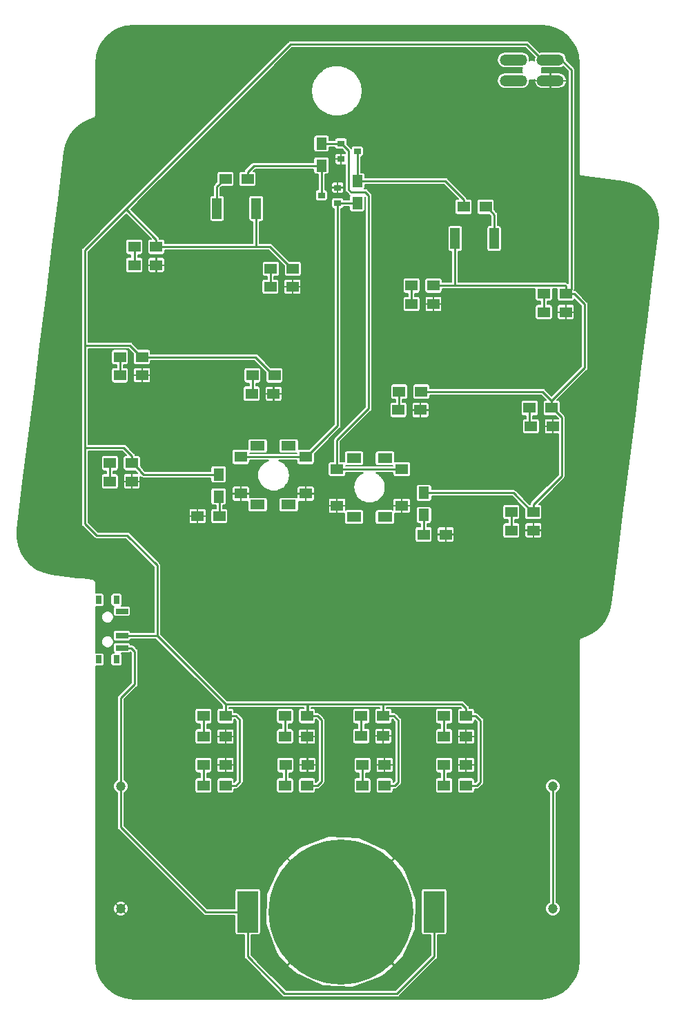
<source format=gtl>
G04 #@! TF.GenerationSoftware,KiCad,Pcbnew,(5.0.0-rc2-dev-222-g3b0a758)*
G04 #@! TF.CreationDate,2018-12-10T16:28:55+01:00*
G04 #@! TF.ProjectId,35c3_badge,333563335F62616467652E6B69636164,rev?*
G04 #@! TF.SameCoordinates,PX2faf080PY2faf080*
G04 #@! TF.FileFunction,Copper,L1,Top,Signal*
G04 #@! TF.FilePolarity,Positive*
%FSLAX46Y46*%
G04 Gerber Fmt 4.6, Leading zero omitted, Abs format (unit mm)*
G04 Created by KiCad (PCBNEW (5.0.0-rc2-dev-222-g3b0a758)) date Monday, 10 December 2018 at 16:28:55*
%MOMM*%
%LPD*%
G01*
G04 APERTURE LIST*
%ADD10R,2.540000X5.080000*%
%ADD11C,17.780000*%
%ADD12R,1.200000X2.600000*%
%ADD13R,0.900000X0.800000*%
%ADD14C,1.200000*%
%ADD15R,0.800000X1.000000*%
%ADD16R,1.500000X0.700000*%
%ADD17R,1.500000X1.300000*%
%ADD18R,1.300000X1.500000*%
%ADD19O,3.350000X1.350000*%
%ADD20O,1.350000X1.350000*%
%ADD21C,1.350000*%
%ADD22R,1.550000X1.300000*%
%ADD23R,1.800000X1.200000*%
%ADD24C,0.250000*%
%ADD25C,0.203200*%
G04 APERTURE END LIST*
D10*
X29070000Y-109000000D03*
X51930000Y-109000000D03*
D11*
X40500000Y-109000000D03*
D12*
X59300000Y-26500000D03*
X54500000Y-26500000D03*
X30100000Y-22800000D03*
X25300000Y-22800000D03*
D13*
X40500000Y-14850000D03*
X40500000Y-16750000D03*
X42500000Y-15800000D03*
X38100000Y-21200000D03*
X40100000Y-20250000D03*
X40100000Y-22150000D03*
D14*
X13500000Y-93600000D03*
X66500000Y-93600000D03*
X66500000Y-108600000D03*
X13500000Y-108600000D03*
D15*
X12980000Y-70750000D03*
X12980000Y-78050000D03*
X10770000Y-78050000D03*
X10770000Y-70750000D03*
D16*
X13630000Y-76650000D03*
X13630000Y-75150000D03*
X13630000Y-72150000D03*
D17*
X32350000Y-43250000D03*
X29650000Y-43250000D03*
X36350000Y-93500000D03*
X33650000Y-93500000D03*
X17850000Y-27500000D03*
X15150000Y-27500000D03*
X45850000Y-93500000D03*
X43150000Y-93500000D03*
X64100000Y-60000000D03*
X61400000Y-60000000D03*
X45700000Y-85000000D03*
X43000000Y-85000000D03*
X14850000Y-54000000D03*
X12150000Y-54000000D03*
X55850000Y-85000000D03*
X53150000Y-85000000D03*
X68100000Y-33250000D03*
X65400000Y-33250000D03*
X51850000Y-32250000D03*
X49150000Y-32250000D03*
X66350000Y-47250000D03*
X63650000Y-47250000D03*
X55850000Y-93500000D03*
X53150000Y-93500000D03*
X26350000Y-93500000D03*
X23650000Y-93500000D03*
D18*
X25500000Y-55400000D03*
X25500000Y-58100000D03*
D17*
X36350000Y-85000000D03*
X33650000Y-85000000D03*
X16100000Y-41000000D03*
X13400000Y-41000000D03*
D18*
X50685001Y-57650000D03*
X50685001Y-60350000D03*
D17*
X50350000Y-45250000D03*
X47650000Y-45250000D03*
X34600000Y-30200000D03*
X31900000Y-30200000D03*
X26350000Y-85000000D03*
X23650000Y-85000000D03*
D19*
X61660000Y-7140000D03*
X61660000Y-4600000D03*
X66200000Y-7140000D03*
X66200000Y-4600000D03*
D20*
X62660000Y-7140000D03*
X65200000Y-7140000D03*
X62660000Y-4600000D03*
D21*
X65200000Y-4600000D03*
D17*
X55550000Y-22600000D03*
X58250000Y-22600000D03*
D18*
X42500000Y-19450000D03*
X42500000Y-22150000D03*
X38100000Y-14850000D03*
X38100000Y-17550000D03*
D17*
X29050000Y-19200000D03*
X26350000Y-19200000D03*
X32250000Y-45500000D03*
X29550000Y-45500000D03*
X33700000Y-91000000D03*
X36400000Y-91000000D03*
X17850000Y-29750000D03*
X15150000Y-29750000D03*
X43150000Y-91000000D03*
X45850000Y-91000000D03*
X64100000Y-62250000D03*
X61400000Y-62250000D03*
X43000000Y-87450000D03*
X45700000Y-87450000D03*
X14850000Y-56250000D03*
X12150000Y-56250000D03*
X53150000Y-87500000D03*
X55850000Y-87500000D03*
X68100000Y-35500000D03*
X65400000Y-35500000D03*
X49150000Y-34500000D03*
X51850000Y-34500000D03*
X66500000Y-49500000D03*
X63800000Y-49500000D03*
X55850000Y-91000000D03*
X53150000Y-91000000D03*
X26350000Y-91000000D03*
X23650000Y-91000000D03*
X25600000Y-60500000D03*
X22900000Y-60500000D03*
X33650000Y-87500000D03*
X36350000Y-87500000D03*
X13400000Y-43250000D03*
X16100000Y-43250000D03*
X53350000Y-62750000D03*
X50650000Y-62750000D03*
X47550000Y-47500000D03*
X50250000Y-47500000D03*
X31850000Y-32400000D03*
X34550000Y-32400000D03*
X23650000Y-87500000D03*
X26350000Y-87500000D03*
D22*
X47975000Y-59250000D03*
X40025000Y-59250000D03*
X47975000Y-54750000D03*
X40025000Y-54750000D03*
D23*
X45900000Y-53400000D03*
X42100000Y-53400000D03*
X42100000Y-60600000D03*
X45900000Y-60600000D03*
X34100000Y-59100000D03*
X30300000Y-59100000D03*
X30300000Y-51900000D03*
X34100000Y-51900000D03*
D22*
X28225000Y-53250000D03*
X36175000Y-53250000D03*
X28225000Y-57750000D03*
X36175000Y-57750000D03*
D24*
X29070000Y-109000000D02*
X29070000Y-114470000D01*
X29070000Y-114470000D02*
X33600000Y-119000000D01*
X33600000Y-119000000D02*
X47400000Y-119000000D01*
X47400000Y-119000000D02*
X51930000Y-114470000D01*
X51930000Y-114470000D02*
X51930000Y-109000000D01*
X13500000Y-93600000D02*
X13500000Y-82800000D01*
X13500000Y-98600000D02*
X13500000Y-93600000D01*
X14750000Y-76650000D02*
X13630000Y-76650000D01*
X13500000Y-82800000D02*
X15200000Y-81100000D01*
X15200000Y-81100000D02*
X15200000Y-77100000D01*
X15200000Y-77100000D02*
X14750000Y-76650000D01*
X29070000Y-109000000D02*
X23900000Y-109000000D01*
X23900000Y-109000000D02*
X13500000Y-98600000D01*
X66500000Y-108600000D02*
X66500000Y-107751472D01*
X66500000Y-107751472D02*
X66500000Y-93600000D01*
X59300000Y-26500000D02*
X59300000Y-23550000D01*
X58350000Y-22600000D02*
X58250000Y-22600000D01*
X59300000Y-23550000D02*
X58350000Y-22600000D01*
X51850000Y-32250000D02*
X54500000Y-32250000D01*
X54500000Y-26500000D02*
X54500000Y-28050000D01*
X54500000Y-28050000D02*
X54500000Y-32250000D01*
X54500000Y-32250000D02*
X68000000Y-32250000D01*
X68000000Y-32250000D02*
X68100000Y-32350000D01*
X68100000Y-32350000D02*
X68100000Y-33250000D01*
X50350000Y-45250000D02*
X65250000Y-45250000D01*
X65250000Y-45250000D02*
X66350000Y-46350000D01*
X66350000Y-46350000D02*
X66350000Y-47250000D01*
X64100000Y-60000000D02*
X64000000Y-60000000D01*
X64000000Y-60000000D02*
X61650000Y-57650000D01*
X61650000Y-57650000D02*
X51585001Y-57650000D01*
X51585001Y-57650000D02*
X50685001Y-57650000D01*
X66350000Y-47250000D02*
X66450000Y-47250000D01*
X67575001Y-48375001D02*
X67575001Y-55624999D01*
X66450000Y-47250000D02*
X67575001Y-48375001D01*
X67575001Y-55624999D02*
X64100000Y-59100000D01*
X64100000Y-59100000D02*
X64100000Y-60000000D01*
X70400000Y-34550000D02*
X70400000Y-42300000D01*
X70400000Y-42300000D02*
X66350000Y-46350000D01*
X68100000Y-33250000D02*
X69100000Y-33250000D01*
X69100000Y-33250000D02*
X70400000Y-34550000D01*
X65200000Y-4600000D02*
X67550000Y-4600000D01*
X67550000Y-4600000D02*
X68750000Y-5800000D01*
X68750000Y-5800000D02*
X68750000Y-32700000D01*
X68200000Y-33250000D02*
X68100000Y-33250000D01*
X68750000Y-32700000D02*
X68200000Y-33250000D01*
X31800000Y-27500000D02*
X30100000Y-27500000D01*
X30100000Y-27500000D02*
X18850000Y-27500000D01*
X30100000Y-22800000D02*
X30100000Y-24350000D01*
X30100000Y-24350000D02*
X30100000Y-27500000D01*
X34600000Y-30200000D02*
X34500000Y-30200000D01*
X18850000Y-27500000D02*
X17850000Y-27500000D01*
X34500000Y-30200000D02*
X31800000Y-27500000D01*
X32350000Y-43250000D02*
X32250000Y-43250000D01*
X32250000Y-43250000D02*
X30000000Y-41000000D01*
X30000000Y-41000000D02*
X17100000Y-41000000D01*
X17100000Y-41000000D02*
X16100000Y-41000000D01*
X9100000Y-27950000D02*
X14100000Y-22950000D01*
X14100000Y-22950000D02*
X34350000Y-2700000D01*
X17850000Y-27500000D02*
X17850000Y-26600000D01*
X17850000Y-26600000D02*
X14200000Y-22950000D01*
X14200000Y-22950000D02*
X14100000Y-22950000D01*
X9100000Y-52100000D02*
X9100000Y-39600000D01*
X14600000Y-39600000D02*
X9100000Y-39600000D01*
X9100000Y-39600000D02*
X9100000Y-27950000D01*
X16100000Y-41000000D02*
X16000000Y-41000000D01*
X16000000Y-41000000D02*
X14600000Y-39600000D01*
X9100000Y-61450000D02*
X9100000Y-52100000D01*
X13850000Y-52100000D02*
X9100000Y-52100000D01*
X14850000Y-54000000D02*
X14850000Y-53100000D01*
X14850000Y-53100000D02*
X13850000Y-52100000D01*
X25500000Y-55400000D02*
X16250000Y-55400000D01*
X14950000Y-54000000D02*
X14850000Y-54000000D01*
X16250000Y-55400000D02*
X15850000Y-55000000D01*
X15850000Y-55000000D02*
X15850000Y-54900000D01*
X15850000Y-54900000D02*
X14950000Y-54000000D01*
X17950000Y-66550000D02*
X14250000Y-62850000D01*
X14250000Y-62850000D02*
X10500000Y-62850000D01*
X10500000Y-62850000D02*
X9100000Y-61450000D01*
X17950000Y-75150000D02*
X17950000Y-66550000D01*
X34350000Y-2700000D02*
X63300000Y-2700000D01*
X63300000Y-2700000D02*
X65200000Y-4600000D01*
X13630000Y-75150000D02*
X17950000Y-75150000D01*
X17950000Y-75150000D02*
X26350000Y-83550000D01*
X26350000Y-84100000D02*
X26350000Y-83550000D01*
X26350000Y-83550000D02*
X36350000Y-83550000D01*
X36350000Y-83550000D02*
X36350000Y-85000000D01*
X45700000Y-83550000D02*
X55350000Y-83550000D01*
X55850000Y-84050000D02*
X55850000Y-85000000D01*
X55350000Y-83550000D02*
X55850000Y-84050000D01*
X36450000Y-85000000D02*
X36450000Y-83550000D01*
X45700000Y-83550000D02*
X45700000Y-85000000D01*
X36450000Y-83550000D02*
X45700000Y-83550000D01*
X45850000Y-93500000D02*
X47150000Y-93500000D01*
X47150000Y-93500000D02*
X47550000Y-93100000D01*
X47550000Y-93100000D02*
X47550000Y-85550000D01*
X47550000Y-85550000D02*
X47000000Y-85000000D01*
X47000000Y-85000000D02*
X45700000Y-85000000D01*
X55850000Y-93500000D02*
X57200000Y-93500000D01*
X57200000Y-93500000D02*
X57600000Y-93100000D01*
X57600000Y-93100000D02*
X57600000Y-85550000D01*
X57600000Y-85550000D02*
X57050000Y-85000000D01*
X57050000Y-85000000D02*
X55850000Y-85000000D01*
X36350000Y-93500000D02*
X37650000Y-93500000D01*
X38100000Y-93050000D02*
X38100000Y-85500000D01*
X38100000Y-85500000D02*
X37600000Y-85000000D01*
X37600000Y-85000000D02*
X36450000Y-85000000D01*
X37650000Y-93500000D02*
X38100000Y-93050000D01*
X26350000Y-93500000D02*
X27600000Y-93500000D01*
X28100000Y-85450000D02*
X27650000Y-85000000D01*
X27600000Y-93500000D02*
X28100000Y-93000000D01*
X27650000Y-85000000D02*
X26350000Y-85000000D01*
X28100000Y-93000000D02*
X28100000Y-85450000D01*
X26350000Y-84100000D02*
X26350000Y-85000000D01*
X36350000Y-85000000D02*
X36450000Y-85000000D01*
X25300000Y-22800000D02*
X25300000Y-20150000D01*
X26250000Y-19200000D02*
X26350000Y-19200000D01*
X25300000Y-20150000D02*
X26250000Y-19200000D01*
X29650000Y-43250000D02*
X29650000Y-45400000D01*
X29650000Y-45400000D02*
X29550000Y-45500000D01*
X33700000Y-91000000D02*
X33700000Y-93450000D01*
X33700000Y-93450000D02*
X33650000Y-93500000D01*
X15150000Y-27500000D02*
X15150000Y-29750000D01*
X43150000Y-91000000D02*
X43150000Y-93500000D01*
X61400000Y-60000000D02*
X61400000Y-62250000D01*
X43000000Y-87450000D02*
X43000000Y-85000000D01*
X12150000Y-54000000D02*
X12150000Y-56250000D01*
X53150000Y-85000000D02*
X53150000Y-87500000D01*
X65400000Y-33250000D02*
X65400000Y-35500000D01*
X49150000Y-34500000D02*
X49150000Y-32250000D01*
X63650000Y-47250000D02*
X63650000Y-49350000D01*
X63650000Y-49350000D02*
X63800000Y-49500000D01*
X53150000Y-91000000D02*
X53150000Y-93500000D01*
X23650000Y-91000000D02*
X23650000Y-93500000D01*
X25600000Y-60500000D02*
X25600000Y-58200000D01*
X25600000Y-58200000D02*
X25500000Y-58100000D01*
X33650000Y-87500000D02*
X33650000Y-85000000D01*
X13400000Y-41000000D02*
X13400000Y-43250000D01*
X50685001Y-60350000D02*
X50685001Y-62714999D01*
X50685001Y-62714999D02*
X50650000Y-62750000D01*
X47650000Y-45250000D02*
X47650000Y-47400000D01*
X47650000Y-47400000D02*
X47550000Y-47500000D01*
X31900000Y-30200000D02*
X31900000Y-32350000D01*
X31900000Y-32350000D02*
X31850000Y-32400000D01*
X23650000Y-85000000D02*
X23650000Y-87500000D01*
X40500000Y-14850000D02*
X40550000Y-14850000D01*
X43900000Y-47300000D02*
X40025000Y-51175000D01*
X40550000Y-14850000D02*
X41450000Y-15750000D01*
X41450000Y-15750000D02*
X41450000Y-20500000D01*
X41450000Y-20500000D02*
X41750000Y-20800000D01*
X41750000Y-20800000D02*
X43500000Y-20800000D01*
X43500000Y-20800000D02*
X43900000Y-21200000D01*
X43900000Y-21200000D02*
X43900000Y-47300000D01*
X40025000Y-51175000D02*
X40025000Y-53850000D01*
X40025000Y-53850000D02*
X40025000Y-54750000D01*
X47975000Y-54750000D02*
X40025000Y-54750000D01*
X40500000Y-14850000D02*
X38100000Y-14850000D01*
X42500000Y-19450000D02*
X53300000Y-19450000D01*
X53300000Y-19450000D02*
X55550000Y-21700000D01*
X55550000Y-21700000D02*
X55550000Y-22600000D01*
X42500000Y-19450000D02*
X42500000Y-15800000D01*
X38100000Y-17550000D02*
X29800000Y-17550000D01*
X29800000Y-17550000D02*
X29050000Y-18300000D01*
X29050000Y-18300000D02*
X29050000Y-19200000D01*
X38100000Y-21200000D02*
X38100000Y-17550000D01*
X40100000Y-22150000D02*
X40100000Y-49450000D01*
X40100000Y-49450000D02*
X36300000Y-53250000D01*
X36300000Y-53250000D02*
X36175000Y-53250000D01*
X28225000Y-53250000D02*
X36175000Y-53250000D01*
X42500000Y-22150000D02*
X40100000Y-22150000D01*
D25*
G36*
X33778259Y-354784D02*
X65045232Y-354784D01*
X65996085Y-451395D01*
X66865578Y-722799D01*
X67654090Y-1152195D01*
X68342437Y-1720752D01*
X68910989Y-2409097D01*
X69340385Y-3197607D01*
X69611787Y-4067097D01*
X69708397Y-5017950D01*
X69708399Y-6656261D01*
X69708398Y-6656266D01*
X69708399Y-8347485D01*
X69708398Y-8347490D01*
X69708399Y-10038709D01*
X69708398Y-10038714D01*
X69708399Y-11729934D01*
X69708398Y-11729939D01*
X69708399Y-13421158D01*
X69708398Y-13421163D01*
X69708399Y-15112382D01*
X69708398Y-15112387D01*
X69708399Y-16803606D01*
X69708398Y-16803611D01*
X69708399Y-18472316D01*
X69704261Y-18484756D01*
X69708399Y-18542471D01*
X69708399Y-18564715D01*
X69710893Y-18577251D01*
X69714355Y-18625542D01*
X69724547Y-18645893D01*
X69728986Y-18668211D01*
X69755878Y-18708458D01*
X69777557Y-18751748D01*
X69794760Y-18766649D01*
X69807403Y-18785571D01*
X69847656Y-18812467D01*
X69884246Y-18844161D01*
X69905840Y-18851344D01*
X69924763Y-18863988D01*
X69972246Y-18873433D01*
X69984376Y-18877468D01*
X70006446Y-18880236D01*
X70063198Y-18891525D01*
X70076057Y-18888967D01*
X70630005Y-18958445D01*
X70630007Y-18958446D01*
X71344976Y-19048122D01*
X71344978Y-19048122D01*
X71990608Y-19129101D01*
X71990612Y-19129101D01*
X72566902Y-19201381D01*
X72566904Y-19201382D01*
X73281873Y-19291058D01*
X73281877Y-19291058D01*
X73858167Y-19363338D01*
X73858169Y-19363339D01*
X74573138Y-19453015D01*
X74573142Y-19453015D01*
X75166264Y-19527406D01*
X76147021Y-19752942D01*
X77020753Y-20150837D01*
X77789036Y-20703315D01*
X78434298Y-21388164D01*
X78938577Y-22182572D01*
X79284207Y-23063504D01*
X79453995Y-24008437D01*
X79430332Y-25014510D01*
X78711368Y-30746745D01*
X78711367Y-30746748D01*
X77985817Y-36531485D01*
X77985816Y-36531487D01*
X77260267Y-42316221D01*
X77260266Y-42316224D01*
X76534716Y-48100959D01*
X76534715Y-48100962D01*
X75809165Y-53885698D01*
X75809164Y-53885700D01*
X75083615Y-59670434D01*
X75083614Y-59670437D01*
X74358064Y-65455174D01*
X74358063Y-65455176D01*
X73629885Y-71260870D01*
X73474033Y-72019382D01*
X73214330Y-72713690D01*
X72857818Y-73350605D01*
X72414368Y-73922583D01*
X71894021Y-74421748D01*
X71307045Y-74840097D01*
X70663846Y-75169695D01*
X69971352Y-75403948D01*
X69924762Y-75413215D01*
X69875890Y-75445871D01*
X69824968Y-75475199D01*
X69817539Y-75484860D01*
X69807402Y-75491633D01*
X69774750Y-75540500D01*
X69738924Y-75587087D01*
X69735757Y-75598859D01*
X69728985Y-75608993D01*
X69717518Y-75666640D01*
X69702249Y-75723386D01*
X69708398Y-75770478D01*
X69708399Y-80619053D01*
X69708398Y-80619058D01*
X69708399Y-85525623D01*
X69708398Y-85525628D01*
X69708399Y-90432193D01*
X69708398Y-90432198D01*
X69708399Y-95338762D01*
X69708398Y-95338767D01*
X69708399Y-100245332D01*
X69708398Y-100245337D01*
X69708399Y-105151901D01*
X69708398Y-105151906D01*
X69708399Y-110058471D01*
X69708398Y-110058476D01*
X69708399Y-114982005D01*
X69611787Y-115932860D01*
X69340385Y-116802346D01*
X68910989Y-117590858D01*
X68342434Y-118279206D01*
X67654086Y-118847766D01*
X66865576Y-119277164D01*
X65996083Y-119548569D01*
X65045231Y-119645181D01*
X21278256Y-119645181D01*
X15081178Y-119645183D01*
X14130321Y-119548569D01*
X13260836Y-119277166D01*
X12472324Y-118847768D01*
X11783974Y-118279210D01*
X11215414Y-117590859D01*
X10786016Y-116802349D01*
X10514611Y-115932864D01*
X10417999Y-114982013D01*
X10417999Y-109207356D01*
X12910605Y-109207356D01*
X12968078Y-109353734D01*
X13297010Y-109499917D01*
X13656845Y-109509096D01*
X13992802Y-109379873D01*
X14031922Y-109353734D01*
X14089395Y-109207356D01*
X13500000Y-108617961D01*
X12910605Y-109207356D01*
X10417999Y-109207356D01*
X10417999Y-108756845D01*
X12590904Y-108756845D01*
X12720127Y-109092802D01*
X12746266Y-109131922D01*
X12892644Y-109189395D01*
X13482039Y-108600000D01*
X13517961Y-108600000D01*
X14107356Y-109189395D01*
X14253734Y-109131922D01*
X14399917Y-108802990D01*
X14409096Y-108443155D01*
X14279873Y-108107198D01*
X14253734Y-108068078D01*
X14107356Y-108010605D01*
X13517961Y-108600000D01*
X13482039Y-108600000D01*
X12892644Y-108010605D01*
X12746266Y-108068078D01*
X12600083Y-108397010D01*
X12590904Y-108756845D01*
X10417999Y-108756845D01*
X10417999Y-107992644D01*
X12910605Y-107992644D01*
X13500000Y-108582039D01*
X14089395Y-107992644D01*
X14031922Y-107846266D01*
X13702990Y-107700083D01*
X13343155Y-107690904D01*
X13007198Y-107820127D01*
X12968078Y-107846266D01*
X12910605Y-107992644D01*
X10417999Y-107992644D01*
X10417999Y-78860771D01*
X11170000Y-78860771D01*
X11288927Y-78837115D01*
X11389748Y-78769748D01*
X11457115Y-78668927D01*
X11480771Y-78550000D01*
X11480771Y-77550000D01*
X12269229Y-77550000D01*
X12269229Y-78550000D01*
X12292885Y-78668927D01*
X12360252Y-78769748D01*
X12461073Y-78837115D01*
X12580000Y-78860771D01*
X13380000Y-78860771D01*
X13498927Y-78837115D01*
X13599748Y-78769748D01*
X13667115Y-78668927D01*
X13690771Y-78550000D01*
X13690771Y-77550000D01*
X13667115Y-77431073D01*
X13599748Y-77330252D01*
X13570593Y-77310771D01*
X14380000Y-77310771D01*
X14498927Y-77287115D01*
X14599748Y-77219748D01*
X14644678Y-77152506D01*
X14770201Y-77278030D01*
X14770200Y-80921971D01*
X13226017Y-82466155D01*
X13190133Y-82490132D01*
X13166156Y-82526016D01*
X13166154Y-82526018D01*
X13095138Y-82632302D01*
X13061781Y-82800000D01*
X13070201Y-82842330D01*
X13070200Y-92798681D01*
X12987472Y-92832948D01*
X12732948Y-93087472D01*
X12595200Y-93420024D01*
X12595200Y-93779976D01*
X12732948Y-94112528D01*
X12987472Y-94367052D01*
X13070201Y-94401320D01*
X13070200Y-98557674D01*
X13061781Y-98600000D01*
X13070200Y-98642325D01*
X13070200Y-98642329D01*
X13095138Y-98767699D01*
X13190132Y-98909868D01*
X13226019Y-98933847D01*
X23566155Y-109273984D01*
X23590132Y-109309868D01*
X23626016Y-109333845D01*
X23626017Y-109333846D01*
X23655782Y-109353734D01*
X23732300Y-109404862D01*
X23857670Y-109429800D01*
X23857674Y-109429800D01*
X23899999Y-109438219D01*
X23942325Y-109429800D01*
X27489229Y-109429800D01*
X27489229Y-111540000D01*
X27512885Y-111658927D01*
X27580252Y-111759748D01*
X27681073Y-111827115D01*
X27800000Y-111850771D01*
X28640201Y-111850771D01*
X28640201Y-114427670D01*
X28631781Y-114470000D01*
X28665138Y-114637698D01*
X28665139Y-114637699D01*
X28665139Y-114637700D01*
X28675690Y-114653491D01*
X28736154Y-114743982D01*
X28736155Y-114743983D01*
X28760133Y-114779868D01*
X28796017Y-114803845D01*
X33266155Y-119273984D01*
X33290132Y-119309868D01*
X33432300Y-119404862D01*
X33557670Y-119429800D01*
X33557673Y-119429800D01*
X33599999Y-119438219D01*
X33642325Y-119429800D01*
X47357675Y-119429800D01*
X47400000Y-119438219D01*
X47442325Y-119429800D01*
X47442330Y-119429800D01*
X47567700Y-119404862D01*
X47709868Y-119309868D01*
X47733847Y-119273981D01*
X52203984Y-114803845D01*
X52239868Y-114779868D01*
X52263847Y-114743982D01*
X52334862Y-114637700D01*
X52334862Y-114637698D01*
X52359800Y-114512330D01*
X52359800Y-114512327D01*
X52368219Y-114470001D01*
X52359800Y-114427675D01*
X52359800Y-111850771D01*
X53200000Y-111850771D01*
X53318927Y-111827115D01*
X53419748Y-111759748D01*
X53487115Y-111658927D01*
X53510771Y-111540000D01*
X53510771Y-106460000D01*
X53487115Y-106341073D01*
X53419748Y-106240252D01*
X53318927Y-106172885D01*
X53200000Y-106149229D01*
X50660000Y-106149229D01*
X50541073Y-106172885D01*
X50440252Y-106240252D01*
X50372885Y-106341073D01*
X50349229Y-106460000D01*
X50349229Y-111540000D01*
X50372885Y-111658927D01*
X50440252Y-111759748D01*
X50541073Y-111827115D01*
X50660000Y-111850771D01*
X51500200Y-111850771D01*
X51500200Y-114291971D01*
X47221972Y-118570200D01*
X33778029Y-118570200D01*
X30792003Y-115584174D01*
X33933787Y-115584174D01*
X34999830Y-116591940D01*
X38323815Y-118118862D01*
X41979105Y-118257520D01*
X45409214Y-116986804D01*
X46000170Y-116591940D01*
X47066213Y-115584174D01*
X40500000Y-109017961D01*
X33933787Y-115584174D01*
X30792003Y-115584174D01*
X29499800Y-114291972D01*
X29499800Y-111850771D01*
X30340000Y-111850771D01*
X30458927Y-111827115D01*
X30559748Y-111759748D01*
X30627115Y-111658927D01*
X30650771Y-111540000D01*
X30650771Y-110479105D01*
X31242480Y-110479105D01*
X32513196Y-113909214D01*
X32908060Y-114500170D01*
X33915826Y-115566213D01*
X40482039Y-109000000D01*
X40517961Y-109000000D01*
X47084174Y-115566213D01*
X48091940Y-114500170D01*
X49618862Y-111176185D01*
X49757520Y-107520895D01*
X48486804Y-104090786D01*
X48091940Y-103499830D01*
X47084174Y-102433787D01*
X40517961Y-109000000D01*
X40482039Y-109000000D01*
X33915826Y-102433787D01*
X32908060Y-103499830D01*
X31381138Y-106823815D01*
X31242480Y-110479105D01*
X30650771Y-110479105D01*
X30650771Y-106460000D01*
X30627115Y-106341073D01*
X30559748Y-106240252D01*
X30458927Y-106172885D01*
X30340000Y-106149229D01*
X27800000Y-106149229D01*
X27681073Y-106172885D01*
X27580252Y-106240252D01*
X27512885Y-106341073D01*
X27489229Y-106460000D01*
X27489229Y-108570200D01*
X24078029Y-108570200D01*
X17923655Y-102415826D01*
X33933787Y-102415826D01*
X40500000Y-108982039D01*
X47066213Y-102415826D01*
X46000170Y-101408060D01*
X42676185Y-99881138D01*
X39020895Y-99742480D01*
X35590786Y-101013196D01*
X34999830Y-101408060D01*
X33933787Y-102415826D01*
X17923655Y-102415826D01*
X13929800Y-98421972D01*
X13929800Y-94401319D01*
X14012528Y-94367052D01*
X14267052Y-94112528D01*
X14404800Y-93779976D01*
X14404800Y-93420024D01*
X14267052Y-93087472D01*
X14012528Y-92832948D01*
X13929800Y-92798681D01*
X13929800Y-90350000D01*
X22589229Y-90350000D01*
X22589229Y-91650000D01*
X22612885Y-91768927D01*
X22680252Y-91869748D01*
X22781073Y-91937115D01*
X22900000Y-91960771D01*
X23220200Y-91960771D01*
X23220201Y-92539229D01*
X22900000Y-92539229D01*
X22781073Y-92562885D01*
X22680252Y-92630252D01*
X22612885Y-92731073D01*
X22589229Y-92850000D01*
X22589229Y-94150000D01*
X22612885Y-94268927D01*
X22680252Y-94369748D01*
X22781073Y-94437115D01*
X22900000Y-94460771D01*
X24400000Y-94460771D01*
X24518927Y-94437115D01*
X24619748Y-94369748D01*
X24687115Y-94268927D01*
X24710771Y-94150000D01*
X24710771Y-92850000D01*
X24687115Y-92731073D01*
X24619748Y-92630252D01*
X24518927Y-92562885D01*
X24400000Y-92539229D01*
X24079800Y-92539229D01*
X24079800Y-91960771D01*
X24400000Y-91960771D01*
X24518927Y-91937115D01*
X24619748Y-91869748D01*
X24687115Y-91768927D01*
X24710771Y-91650000D01*
X24710771Y-91088900D01*
X25295200Y-91088900D01*
X25295200Y-91710629D01*
X25341603Y-91822656D01*
X25427345Y-91908397D01*
X25539372Y-91954800D01*
X26261100Y-91954800D01*
X26337300Y-91878600D01*
X26337300Y-91012700D01*
X26362700Y-91012700D01*
X26362700Y-91878600D01*
X26438900Y-91954800D01*
X27160628Y-91954800D01*
X27272655Y-91908397D01*
X27358397Y-91822656D01*
X27404800Y-91710629D01*
X27404800Y-91088900D01*
X27328600Y-91012700D01*
X26362700Y-91012700D01*
X26337300Y-91012700D01*
X25371400Y-91012700D01*
X25295200Y-91088900D01*
X24710771Y-91088900D01*
X24710771Y-90350000D01*
X24698712Y-90289371D01*
X25295200Y-90289371D01*
X25295200Y-90911100D01*
X25371400Y-90987300D01*
X26337300Y-90987300D01*
X26337300Y-90121400D01*
X26362700Y-90121400D01*
X26362700Y-90987300D01*
X27328600Y-90987300D01*
X27404800Y-90911100D01*
X27404800Y-90289371D01*
X27358397Y-90177344D01*
X27272655Y-90091603D01*
X27160628Y-90045200D01*
X26438900Y-90045200D01*
X26362700Y-90121400D01*
X26337300Y-90121400D01*
X26261100Y-90045200D01*
X25539372Y-90045200D01*
X25427345Y-90091603D01*
X25341603Y-90177344D01*
X25295200Y-90289371D01*
X24698712Y-90289371D01*
X24687115Y-90231073D01*
X24619748Y-90130252D01*
X24518927Y-90062885D01*
X24400000Y-90039229D01*
X22900000Y-90039229D01*
X22781073Y-90062885D01*
X22680252Y-90130252D01*
X22612885Y-90231073D01*
X22589229Y-90350000D01*
X13929800Y-90350000D01*
X13929800Y-84350000D01*
X22589229Y-84350000D01*
X22589229Y-85650000D01*
X22612885Y-85768927D01*
X22680252Y-85869748D01*
X22781073Y-85937115D01*
X22900000Y-85960771D01*
X23220200Y-85960771D01*
X23220201Y-86539229D01*
X22900000Y-86539229D01*
X22781073Y-86562885D01*
X22680252Y-86630252D01*
X22612885Y-86731073D01*
X22589229Y-86850000D01*
X22589229Y-88150000D01*
X22612885Y-88268927D01*
X22680252Y-88369748D01*
X22781073Y-88437115D01*
X22900000Y-88460771D01*
X24400000Y-88460771D01*
X24518927Y-88437115D01*
X24619748Y-88369748D01*
X24687115Y-88268927D01*
X24710771Y-88150000D01*
X24710771Y-87588900D01*
X25295200Y-87588900D01*
X25295200Y-88210629D01*
X25341603Y-88322656D01*
X25427345Y-88408397D01*
X25539372Y-88454800D01*
X26261100Y-88454800D01*
X26337300Y-88378600D01*
X26337300Y-87512700D01*
X26362700Y-87512700D01*
X26362700Y-88378600D01*
X26438900Y-88454800D01*
X27160628Y-88454800D01*
X27272655Y-88408397D01*
X27358397Y-88322656D01*
X27404800Y-88210629D01*
X27404800Y-87588900D01*
X27328600Y-87512700D01*
X26362700Y-87512700D01*
X26337300Y-87512700D01*
X25371400Y-87512700D01*
X25295200Y-87588900D01*
X24710771Y-87588900D01*
X24710771Y-86850000D01*
X24698712Y-86789371D01*
X25295200Y-86789371D01*
X25295200Y-87411100D01*
X25371400Y-87487300D01*
X26337300Y-87487300D01*
X26337300Y-86621400D01*
X26362700Y-86621400D01*
X26362700Y-87487300D01*
X27328600Y-87487300D01*
X27404800Y-87411100D01*
X27404800Y-86789371D01*
X27358397Y-86677344D01*
X27272655Y-86591603D01*
X27160628Y-86545200D01*
X26438900Y-86545200D01*
X26362700Y-86621400D01*
X26337300Y-86621400D01*
X26261100Y-86545200D01*
X25539372Y-86545200D01*
X25427345Y-86591603D01*
X25341603Y-86677344D01*
X25295200Y-86789371D01*
X24698712Y-86789371D01*
X24687115Y-86731073D01*
X24619748Y-86630252D01*
X24518927Y-86562885D01*
X24400000Y-86539229D01*
X24079800Y-86539229D01*
X24079800Y-85960771D01*
X24400000Y-85960771D01*
X24518927Y-85937115D01*
X24619748Y-85869748D01*
X24687115Y-85768927D01*
X24710771Y-85650000D01*
X24710771Y-84350000D01*
X24687115Y-84231073D01*
X24619748Y-84130252D01*
X24518927Y-84062885D01*
X24400000Y-84039229D01*
X22900000Y-84039229D01*
X22781073Y-84062885D01*
X22680252Y-84130252D01*
X22612885Y-84231073D01*
X22589229Y-84350000D01*
X13929800Y-84350000D01*
X13929800Y-82978028D01*
X15473984Y-81433845D01*
X15509868Y-81409868D01*
X15604862Y-81267700D01*
X15629800Y-81142330D01*
X15629800Y-81142326D01*
X15638219Y-81100001D01*
X15629800Y-81057675D01*
X15629800Y-77142325D01*
X15638219Y-77099999D01*
X15629800Y-77057674D01*
X15629800Y-77057670D01*
X15604862Y-76932300D01*
X15509868Y-76790132D01*
X15473984Y-76766155D01*
X15083847Y-76376019D01*
X15059868Y-76340132D01*
X14917700Y-76245138D01*
X14792330Y-76220200D01*
X14792325Y-76220200D01*
X14750000Y-76211781D01*
X14707675Y-76220200D01*
X14674898Y-76220200D01*
X14667115Y-76181073D01*
X14599748Y-76080252D01*
X14498927Y-76012885D01*
X14380000Y-75989229D01*
X12880000Y-75989229D01*
X12761073Y-76012885D01*
X12660252Y-76080252D01*
X12592885Y-76181073D01*
X12569229Y-76300000D01*
X12569229Y-77000000D01*
X12592885Y-77118927D01*
X12660252Y-77219748D01*
X12689407Y-77239229D01*
X12580000Y-77239229D01*
X12461073Y-77262885D01*
X12360252Y-77330252D01*
X12292885Y-77431073D01*
X12269229Y-77550000D01*
X11480771Y-77550000D01*
X11457115Y-77431073D01*
X11389748Y-77330252D01*
X11288927Y-77262885D01*
X11170000Y-77239229D01*
X10417999Y-77239229D01*
X10417999Y-75749861D01*
X11115200Y-75749861D01*
X11115200Y-76050139D01*
X11230112Y-76327560D01*
X11442440Y-76539888D01*
X11719861Y-76654800D01*
X12020139Y-76654800D01*
X12297560Y-76539888D01*
X12509888Y-76327560D01*
X12624800Y-76050139D01*
X12624800Y-75749861D01*
X12509888Y-75472440D01*
X12297560Y-75260112D01*
X12020139Y-75145200D01*
X11719861Y-75145200D01*
X11442440Y-75260112D01*
X11230112Y-75472440D01*
X11115200Y-75749861D01*
X10417999Y-75749861D01*
X10417999Y-72749861D01*
X11115200Y-72749861D01*
X11115200Y-73050139D01*
X11230112Y-73327560D01*
X11442440Y-73539888D01*
X11719861Y-73654800D01*
X12020139Y-73654800D01*
X12297560Y-73539888D01*
X12509888Y-73327560D01*
X12624800Y-73050139D01*
X12624800Y-72749861D01*
X12509888Y-72472440D01*
X12297560Y-72260112D01*
X12020139Y-72145200D01*
X11719861Y-72145200D01*
X11442440Y-72260112D01*
X11230112Y-72472440D01*
X11115200Y-72749861D01*
X10417999Y-72749861D01*
X10417999Y-71560771D01*
X11170000Y-71560771D01*
X11288927Y-71537115D01*
X11389748Y-71469748D01*
X11457115Y-71368927D01*
X11480771Y-71250000D01*
X11480771Y-70250000D01*
X12269229Y-70250000D01*
X12269229Y-71250000D01*
X12292885Y-71368927D01*
X12360252Y-71469748D01*
X12461073Y-71537115D01*
X12580000Y-71560771D01*
X12689407Y-71560771D01*
X12660252Y-71580252D01*
X12592885Y-71681073D01*
X12569229Y-71800000D01*
X12569229Y-72500000D01*
X12592885Y-72618927D01*
X12660252Y-72719748D01*
X12761073Y-72787115D01*
X12880000Y-72810771D01*
X14380000Y-72810771D01*
X14498927Y-72787115D01*
X14599748Y-72719748D01*
X14667115Y-72618927D01*
X14690771Y-72500000D01*
X14690771Y-71800000D01*
X14667115Y-71681073D01*
X14599748Y-71580252D01*
X14498927Y-71512885D01*
X14380000Y-71489229D01*
X13570593Y-71489229D01*
X13599748Y-71469748D01*
X13667115Y-71368927D01*
X13690771Y-71250000D01*
X13690771Y-70250000D01*
X13667115Y-70131073D01*
X13599748Y-70030252D01*
X13498927Y-69962885D01*
X13380000Y-69939229D01*
X12580000Y-69939229D01*
X12461073Y-69962885D01*
X12360252Y-70030252D01*
X12292885Y-70131073D01*
X12269229Y-70250000D01*
X11480771Y-70250000D01*
X11457115Y-70131073D01*
X11389748Y-70030252D01*
X11288927Y-69962885D01*
X11170000Y-69939229D01*
X10417999Y-69939229D01*
X10417999Y-68651165D01*
X10422136Y-68638728D01*
X10417999Y-68581033D01*
X10417999Y-68558769D01*
X10415503Y-68546219D01*
X10412041Y-68497943D01*
X10401853Y-68477599D01*
X10397412Y-68455273D01*
X10370511Y-68415013D01*
X10348839Y-68371736D01*
X10331641Y-68356839D01*
X10318995Y-68337913D01*
X10278736Y-68311013D01*
X10242151Y-68279323D01*
X10220559Y-68272141D01*
X10201635Y-68259496D01*
X10154150Y-68250050D01*
X10142021Y-68246016D01*
X10119951Y-68243248D01*
X10063199Y-68231959D01*
X10050340Y-68234517D01*
X9437415Y-68157640D01*
X9437413Y-68157640D01*
X8802145Y-68077961D01*
X8802142Y-68077961D01*
X8166875Y-67998283D01*
X8166873Y-67998283D01*
X7531604Y-67918604D01*
X7531601Y-67918604D01*
X6896333Y-67838927D01*
X6261065Y-67759247D01*
X6261062Y-67759247D01*
X5625794Y-67679568D01*
X5625791Y-67679568D01*
X5043025Y-67606475D01*
X4062282Y-67380943D01*
X3188546Y-66983050D01*
X2420263Y-66430572D01*
X1775000Y-65745724D01*
X1270718Y-64951314D01*
X925089Y-64070384D01*
X755300Y-63125447D01*
X778662Y-62132118D01*
X786433Y-62093050D01*
X783875Y-62080191D01*
X1506624Y-56317799D01*
X1506624Y-56317796D01*
X2232175Y-50533062D01*
X2232175Y-50533059D01*
X2957724Y-44748324D01*
X3603453Y-39600000D01*
X8661780Y-39600000D01*
X8670201Y-39642335D01*
X8670200Y-52057670D01*
X8661780Y-52100000D01*
X8670201Y-52142335D01*
X8670200Y-61407675D01*
X8661781Y-61450000D01*
X8670200Y-61492325D01*
X8670200Y-61492329D01*
X8695138Y-61617699D01*
X8790132Y-61759868D01*
X8826019Y-61783847D01*
X10166155Y-63123984D01*
X10190132Y-63159868D01*
X10226016Y-63183845D01*
X10226017Y-63183846D01*
X10232562Y-63188219D01*
X10332300Y-63254862D01*
X10457670Y-63279800D01*
X10457674Y-63279800D01*
X10500000Y-63288219D01*
X10542325Y-63279800D01*
X14071972Y-63279800D01*
X17520201Y-66728030D01*
X17520200Y-74720200D01*
X14674898Y-74720200D01*
X14667115Y-74681073D01*
X14599748Y-74580252D01*
X14498927Y-74512885D01*
X14380000Y-74489229D01*
X12880000Y-74489229D01*
X12761073Y-74512885D01*
X12660252Y-74580252D01*
X12592885Y-74681073D01*
X12569229Y-74800000D01*
X12569229Y-75500000D01*
X12592885Y-75618927D01*
X12660252Y-75719748D01*
X12761073Y-75787115D01*
X12880000Y-75810771D01*
X14380000Y-75810771D01*
X14498927Y-75787115D01*
X14599748Y-75719748D01*
X14667115Y-75618927D01*
X14674898Y-75579800D01*
X17771972Y-75579800D01*
X25920201Y-83728030D01*
X25920200Y-84039229D01*
X25600000Y-84039229D01*
X25481073Y-84062885D01*
X25380252Y-84130252D01*
X25312885Y-84231073D01*
X25289229Y-84350000D01*
X25289229Y-85650000D01*
X25312885Y-85768927D01*
X25380252Y-85869748D01*
X25481073Y-85937115D01*
X25600000Y-85960771D01*
X27100000Y-85960771D01*
X27218927Y-85937115D01*
X27319748Y-85869748D01*
X27387115Y-85768927D01*
X27410771Y-85650000D01*
X27410771Y-85429800D01*
X27471972Y-85429800D01*
X27670201Y-85628030D01*
X27670200Y-92821971D01*
X27421972Y-93070200D01*
X27410771Y-93070200D01*
X27410771Y-92850000D01*
X27387115Y-92731073D01*
X27319748Y-92630252D01*
X27218927Y-92562885D01*
X27100000Y-92539229D01*
X25600000Y-92539229D01*
X25481073Y-92562885D01*
X25380252Y-92630252D01*
X25312885Y-92731073D01*
X25289229Y-92850000D01*
X25289229Y-94150000D01*
X25312885Y-94268927D01*
X25380252Y-94369748D01*
X25481073Y-94437115D01*
X25600000Y-94460771D01*
X27100000Y-94460771D01*
X27218927Y-94437115D01*
X27319748Y-94369748D01*
X27387115Y-94268927D01*
X27410771Y-94150000D01*
X27410771Y-93929800D01*
X27557675Y-93929800D01*
X27600000Y-93938219D01*
X27642325Y-93929800D01*
X27642330Y-93929800D01*
X27767700Y-93904862D01*
X27909868Y-93809868D01*
X27933847Y-93773981D01*
X28373984Y-93333845D01*
X28409868Y-93309868D01*
X28504862Y-93167700D01*
X28529800Y-93042330D01*
X28529800Y-93042326D01*
X28538219Y-93000000D01*
X28529800Y-92957674D01*
X28529800Y-92850000D01*
X32589229Y-92850000D01*
X32589229Y-94150000D01*
X32612885Y-94268927D01*
X32680252Y-94369748D01*
X32781073Y-94437115D01*
X32900000Y-94460771D01*
X34400000Y-94460771D01*
X34518927Y-94437115D01*
X34619748Y-94369748D01*
X34687115Y-94268927D01*
X34710771Y-94150000D01*
X34710771Y-92850000D01*
X34687115Y-92731073D01*
X34619748Y-92630252D01*
X34518927Y-92562885D01*
X34400000Y-92539229D01*
X34129800Y-92539229D01*
X34129800Y-91960771D01*
X34450000Y-91960771D01*
X34568927Y-91937115D01*
X34669748Y-91869748D01*
X34737115Y-91768927D01*
X34760771Y-91650000D01*
X34760771Y-91088900D01*
X35345200Y-91088900D01*
X35345200Y-91710629D01*
X35391603Y-91822656D01*
X35477345Y-91908397D01*
X35589372Y-91954800D01*
X36311100Y-91954800D01*
X36387300Y-91878600D01*
X36387300Y-91012700D01*
X36412700Y-91012700D01*
X36412700Y-91878600D01*
X36488900Y-91954800D01*
X37210628Y-91954800D01*
X37322655Y-91908397D01*
X37408397Y-91822656D01*
X37454800Y-91710629D01*
X37454800Y-91088900D01*
X37378600Y-91012700D01*
X36412700Y-91012700D01*
X36387300Y-91012700D01*
X35421400Y-91012700D01*
X35345200Y-91088900D01*
X34760771Y-91088900D01*
X34760771Y-90350000D01*
X34748712Y-90289371D01*
X35345200Y-90289371D01*
X35345200Y-90911100D01*
X35421400Y-90987300D01*
X36387300Y-90987300D01*
X36387300Y-90121400D01*
X36412700Y-90121400D01*
X36412700Y-90987300D01*
X37378600Y-90987300D01*
X37454800Y-90911100D01*
X37454800Y-90289371D01*
X37408397Y-90177344D01*
X37322655Y-90091603D01*
X37210628Y-90045200D01*
X36488900Y-90045200D01*
X36412700Y-90121400D01*
X36387300Y-90121400D01*
X36311100Y-90045200D01*
X35589372Y-90045200D01*
X35477345Y-90091603D01*
X35391603Y-90177344D01*
X35345200Y-90289371D01*
X34748712Y-90289371D01*
X34737115Y-90231073D01*
X34669748Y-90130252D01*
X34568927Y-90062885D01*
X34450000Y-90039229D01*
X32950000Y-90039229D01*
X32831073Y-90062885D01*
X32730252Y-90130252D01*
X32662885Y-90231073D01*
X32639229Y-90350000D01*
X32639229Y-91650000D01*
X32662885Y-91768927D01*
X32730252Y-91869748D01*
X32831073Y-91937115D01*
X32950000Y-91960771D01*
X33270200Y-91960771D01*
X33270201Y-92539229D01*
X32900000Y-92539229D01*
X32781073Y-92562885D01*
X32680252Y-92630252D01*
X32612885Y-92731073D01*
X32589229Y-92850000D01*
X28529800Y-92850000D01*
X28529800Y-85492325D01*
X28538219Y-85449999D01*
X28529800Y-85407674D01*
X28529800Y-85407670D01*
X28504862Y-85282300D01*
X28409868Y-85140132D01*
X28373984Y-85116155D01*
X27983847Y-84726019D01*
X27959868Y-84690132D01*
X27817700Y-84595138D01*
X27692330Y-84570200D01*
X27692325Y-84570200D01*
X27650000Y-84561781D01*
X27607675Y-84570200D01*
X27410771Y-84570200D01*
X27410771Y-84350000D01*
X32589229Y-84350000D01*
X32589229Y-85650000D01*
X32612885Y-85768927D01*
X32680252Y-85869748D01*
X32781073Y-85937115D01*
X32900000Y-85960771D01*
X33220201Y-85960771D01*
X33220200Y-86539229D01*
X32900000Y-86539229D01*
X32781073Y-86562885D01*
X32680252Y-86630252D01*
X32612885Y-86731073D01*
X32589229Y-86850000D01*
X32589229Y-88150000D01*
X32612885Y-88268927D01*
X32680252Y-88369748D01*
X32781073Y-88437115D01*
X32900000Y-88460771D01*
X34400000Y-88460771D01*
X34518927Y-88437115D01*
X34619748Y-88369748D01*
X34687115Y-88268927D01*
X34710771Y-88150000D01*
X34710771Y-87588900D01*
X35295200Y-87588900D01*
X35295200Y-88210629D01*
X35341603Y-88322656D01*
X35427345Y-88408397D01*
X35539372Y-88454800D01*
X36261100Y-88454800D01*
X36337300Y-88378600D01*
X36337300Y-87512700D01*
X36362700Y-87512700D01*
X36362700Y-88378600D01*
X36438900Y-88454800D01*
X37160628Y-88454800D01*
X37272655Y-88408397D01*
X37358397Y-88322656D01*
X37404800Y-88210629D01*
X37404800Y-87588900D01*
X37328600Y-87512700D01*
X36362700Y-87512700D01*
X36337300Y-87512700D01*
X35371400Y-87512700D01*
X35295200Y-87588900D01*
X34710771Y-87588900D01*
X34710771Y-86850000D01*
X34698712Y-86789371D01*
X35295200Y-86789371D01*
X35295200Y-87411100D01*
X35371400Y-87487300D01*
X36337300Y-87487300D01*
X36337300Y-86621400D01*
X36362700Y-86621400D01*
X36362700Y-87487300D01*
X37328600Y-87487300D01*
X37404800Y-87411100D01*
X37404800Y-86789371D01*
X37358397Y-86677344D01*
X37272655Y-86591603D01*
X37160628Y-86545200D01*
X36438900Y-86545200D01*
X36362700Y-86621400D01*
X36337300Y-86621400D01*
X36261100Y-86545200D01*
X35539372Y-86545200D01*
X35427345Y-86591603D01*
X35341603Y-86677344D01*
X35295200Y-86789371D01*
X34698712Y-86789371D01*
X34687115Y-86731073D01*
X34619748Y-86630252D01*
X34518927Y-86562885D01*
X34400000Y-86539229D01*
X34079800Y-86539229D01*
X34079800Y-85960771D01*
X34400000Y-85960771D01*
X34518927Y-85937115D01*
X34619748Y-85869748D01*
X34687115Y-85768927D01*
X34710771Y-85650000D01*
X34710771Y-84350000D01*
X34687115Y-84231073D01*
X34619748Y-84130252D01*
X34518927Y-84062885D01*
X34400000Y-84039229D01*
X32900000Y-84039229D01*
X32781073Y-84062885D01*
X32680252Y-84130252D01*
X32612885Y-84231073D01*
X32589229Y-84350000D01*
X27410771Y-84350000D01*
X27387115Y-84231073D01*
X27319748Y-84130252D01*
X27218927Y-84062885D01*
X27100000Y-84039229D01*
X26779800Y-84039229D01*
X26779800Y-83979800D01*
X35920200Y-83979800D01*
X35920200Y-84039229D01*
X35600000Y-84039229D01*
X35481073Y-84062885D01*
X35380252Y-84130252D01*
X35312885Y-84231073D01*
X35289229Y-84350000D01*
X35289229Y-85650000D01*
X35312885Y-85768927D01*
X35380252Y-85869748D01*
X35481073Y-85937115D01*
X35600000Y-85960771D01*
X37100000Y-85960771D01*
X37218927Y-85937115D01*
X37319748Y-85869748D01*
X37387115Y-85768927D01*
X37410771Y-85650000D01*
X37410771Y-85429800D01*
X37421972Y-85429800D01*
X37670201Y-85678030D01*
X37670200Y-92871971D01*
X37471972Y-93070200D01*
X37410771Y-93070200D01*
X37410771Y-92850000D01*
X37387115Y-92731073D01*
X37319748Y-92630252D01*
X37218927Y-92562885D01*
X37100000Y-92539229D01*
X35600000Y-92539229D01*
X35481073Y-92562885D01*
X35380252Y-92630252D01*
X35312885Y-92731073D01*
X35289229Y-92850000D01*
X35289229Y-94150000D01*
X35312885Y-94268927D01*
X35380252Y-94369748D01*
X35481073Y-94437115D01*
X35600000Y-94460771D01*
X37100000Y-94460771D01*
X37218927Y-94437115D01*
X37319748Y-94369748D01*
X37387115Y-94268927D01*
X37410771Y-94150000D01*
X37410771Y-93929800D01*
X37607675Y-93929800D01*
X37650000Y-93938219D01*
X37692325Y-93929800D01*
X37692330Y-93929800D01*
X37817700Y-93904862D01*
X37959868Y-93809868D01*
X37983847Y-93773981D01*
X38373984Y-93383845D01*
X38409868Y-93359868D01*
X38504862Y-93217700D01*
X38529800Y-93092330D01*
X38529800Y-93092326D01*
X38538219Y-93050001D01*
X38529800Y-93007675D01*
X38529800Y-90350000D01*
X42089229Y-90350000D01*
X42089229Y-91650000D01*
X42112885Y-91768927D01*
X42180252Y-91869748D01*
X42281073Y-91937115D01*
X42400000Y-91960771D01*
X42720200Y-91960771D01*
X42720201Y-92539229D01*
X42400000Y-92539229D01*
X42281073Y-92562885D01*
X42180252Y-92630252D01*
X42112885Y-92731073D01*
X42089229Y-92850000D01*
X42089229Y-94150000D01*
X42112885Y-94268927D01*
X42180252Y-94369748D01*
X42281073Y-94437115D01*
X42400000Y-94460771D01*
X43900000Y-94460771D01*
X44018927Y-94437115D01*
X44119748Y-94369748D01*
X44187115Y-94268927D01*
X44210771Y-94150000D01*
X44210771Y-92850000D01*
X44187115Y-92731073D01*
X44119748Y-92630252D01*
X44018927Y-92562885D01*
X43900000Y-92539229D01*
X43579800Y-92539229D01*
X43579800Y-91960771D01*
X43900000Y-91960771D01*
X44018927Y-91937115D01*
X44119748Y-91869748D01*
X44187115Y-91768927D01*
X44210771Y-91650000D01*
X44210771Y-91088900D01*
X44795200Y-91088900D01*
X44795200Y-91710629D01*
X44841603Y-91822656D01*
X44927345Y-91908397D01*
X45039372Y-91954800D01*
X45761100Y-91954800D01*
X45837300Y-91878600D01*
X45837300Y-91012700D01*
X45862700Y-91012700D01*
X45862700Y-91878600D01*
X45938900Y-91954800D01*
X46660628Y-91954800D01*
X46772655Y-91908397D01*
X46858397Y-91822656D01*
X46904800Y-91710629D01*
X46904800Y-91088900D01*
X46828600Y-91012700D01*
X45862700Y-91012700D01*
X45837300Y-91012700D01*
X44871400Y-91012700D01*
X44795200Y-91088900D01*
X44210771Y-91088900D01*
X44210771Y-90350000D01*
X44198712Y-90289371D01*
X44795200Y-90289371D01*
X44795200Y-90911100D01*
X44871400Y-90987300D01*
X45837300Y-90987300D01*
X45837300Y-90121400D01*
X45862700Y-90121400D01*
X45862700Y-90987300D01*
X46828600Y-90987300D01*
X46904800Y-90911100D01*
X46904800Y-90289371D01*
X46858397Y-90177344D01*
X46772655Y-90091603D01*
X46660628Y-90045200D01*
X45938900Y-90045200D01*
X45862700Y-90121400D01*
X45837300Y-90121400D01*
X45761100Y-90045200D01*
X45039372Y-90045200D01*
X44927345Y-90091603D01*
X44841603Y-90177344D01*
X44795200Y-90289371D01*
X44198712Y-90289371D01*
X44187115Y-90231073D01*
X44119748Y-90130252D01*
X44018927Y-90062885D01*
X43900000Y-90039229D01*
X42400000Y-90039229D01*
X42281073Y-90062885D01*
X42180252Y-90130252D01*
X42112885Y-90231073D01*
X42089229Y-90350000D01*
X38529800Y-90350000D01*
X38529800Y-85542326D01*
X38538219Y-85500000D01*
X38529800Y-85457674D01*
X38529800Y-85457670D01*
X38504862Y-85332300D01*
X38409868Y-85190132D01*
X38373984Y-85166155D01*
X37933847Y-84726019D01*
X37909868Y-84690132D01*
X37767700Y-84595138D01*
X37642330Y-84570200D01*
X37642325Y-84570200D01*
X37600000Y-84561781D01*
X37557675Y-84570200D01*
X37410771Y-84570200D01*
X37410771Y-84350000D01*
X41939229Y-84350000D01*
X41939229Y-85650000D01*
X41962885Y-85768927D01*
X42030252Y-85869748D01*
X42131073Y-85937115D01*
X42250000Y-85960771D01*
X42570201Y-85960771D01*
X42570200Y-86489229D01*
X42250000Y-86489229D01*
X42131073Y-86512885D01*
X42030252Y-86580252D01*
X41962885Y-86681073D01*
X41939229Y-86800000D01*
X41939229Y-88100000D01*
X41962885Y-88218927D01*
X42030252Y-88319748D01*
X42131073Y-88387115D01*
X42250000Y-88410771D01*
X43750000Y-88410771D01*
X43868927Y-88387115D01*
X43969748Y-88319748D01*
X44037115Y-88218927D01*
X44060771Y-88100000D01*
X44060771Y-87538900D01*
X44645200Y-87538900D01*
X44645200Y-88160629D01*
X44691603Y-88272656D01*
X44777345Y-88358397D01*
X44889372Y-88404800D01*
X45611100Y-88404800D01*
X45687300Y-88328600D01*
X45687300Y-87462700D01*
X45712700Y-87462700D01*
X45712700Y-88328600D01*
X45788900Y-88404800D01*
X46510628Y-88404800D01*
X46622655Y-88358397D01*
X46708397Y-88272656D01*
X46754800Y-88160629D01*
X46754800Y-87538900D01*
X46678600Y-87462700D01*
X45712700Y-87462700D01*
X45687300Y-87462700D01*
X44721400Y-87462700D01*
X44645200Y-87538900D01*
X44060771Y-87538900D01*
X44060771Y-86800000D01*
X44048712Y-86739371D01*
X44645200Y-86739371D01*
X44645200Y-87361100D01*
X44721400Y-87437300D01*
X45687300Y-87437300D01*
X45687300Y-86571400D01*
X45712700Y-86571400D01*
X45712700Y-87437300D01*
X46678600Y-87437300D01*
X46754800Y-87361100D01*
X46754800Y-86739371D01*
X46708397Y-86627344D01*
X46622655Y-86541603D01*
X46510628Y-86495200D01*
X45788900Y-86495200D01*
X45712700Y-86571400D01*
X45687300Y-86571400D01*
X45611100Y-86495200D01*
X44889372Y-86495200D01*
X44777345Y-86541603D01*
X44691603Y-86627344D01*
X44645200Y-86739371D01*
X44048712Y-86739371D01*
X44037115Y-86681073D01*
X43969748Y-86580252D01*
X43868927Y-86512885D01*
X43750000Y-86489229D01*
X43429800Y-86489229D01*
X43429800Y-85960771D01*
X43750000Y-85960771D01*
X43868927Y-85937115D01*
X43969748Y-85869748D01*
X44037115Y-85768927D01*
X44060771Y-85650000D01*
X44060771Y-84350000D01*
X44037115Y-84231073D01*
X43969748Y-84130252D01*
X43868927Y-84062885D01*
X43750000Y-84039229D01*
X42250000Y-84039229D01*
X42131073Y-84062885D01*
X42030252Y-84130252D01*
X41962885Y-84231073D01*
X41939229Y-84350000D01*
X37410771Y-84350000D01*
X37387115Y-84231073D01*
X37319748Y-84130252D01*
X37218927Y-84062885D01*
X37100000Y-84039229D01*
X36879800Y-84039229D01*
X36879800Y-83979800D01*
X45270200Y-83979800D01*
X45270200Y-84039229D01*
X44950000Y-84039229D01*
X44831073Y-84062885D01*
X44730252Y-84130252D01*
X44662885Y-84231073D01*
X44639229Y-84350000D01*
X44639229Y-85650000D01*
X44662885Y-85768927D01*
X44730252Y-85869748D01*
X44831073Y-85937115D01*
X44950000Y-85960771D01*
X46450000Y-85960771D01*
X46568927Y-85937115D01*
X46669748Y-85869748D01*
X46737115Y-85768927D01*
X46760771Y-85650000D01*
X46760771Y-85429800D01*
X46821972Y-85429800D01*
X47120201Y-85728029D01*
X47120200Y-92921971D01*
X46971972Y-93070200D01*
X46910771Y-93070200D01*
X46910771Y-92850000D01*
X46887115Y-92731073D01*
X46819748Y-92630252D01*
X46718927Y-92562885D01*
X46600000Y-92539229D01*
X45100000Y-92539229D01*
X44981073Y-92562885D01*
X44880252Y-92630252D01*
X44812885Y-92731073D01*
X44789229Y-92850000D01*
X44789229Y-94150000D01*
X44812885Y-94268927D01*
X44880252Y-94369748D01*
X44981073Y-94437115D01*
X45100000Y-94460771D01*
X46600000Y-94460771D01*
X46718927Y-94437115D01*
X46819748Y-94369748D01*
X46887115Y-94268927D01*
X46910771Y-94150000D01*
X46910771Y-93929800D01*
X47107675Y-93929800D01*
X47150000Y-93938219D01*
X47192325Y-93929800D01*
X47192330Y-93929800D01*
X47317700Y-93904862D01*
X47459868Y-93809868D01*
X47483847Y-93773981D01*
X47823984Y-93433845D01*
X47859868Y-93409868D01*
X47911698Y-93332300D01*
X47954862Y-93267700D01*
X47963153Y-93226018D01*
X47979800Y-93142330D01*
X47979800Y-93142327D01*
X47988219Y-93100001D01*
X47979800Y-93057675D01*
X47979800Y-90350000D01*
X52089229Y-90350000D01*
X52089229Y-91650000D01*
X52112885Y-91768927D01*
X52180252Y-91869748D01*
X52281073Y-91937115D01*
X52400000Y-91960771D01*
X52720200Y-91960771D01*
X52720201Y-92539229D01*
X52400000Y-92539229D01*
X52281073Y-92562885D01*
X52180252Y-92630252D01*
X52112885Y-92731073D01*
X52089229Y-92850000D01*
X52089229Y-94150000D01*
X52112885Y-94268927D01*
X52180252Y-94369748D01*
X52281073Y-94437115D01*
X52400000Y-94460771D01*
X53900000Y-94460771D01*
X54018927Y-94437115D01*
X54119748Y-94369748D01*
X54187115Y-94268927D01*
X54210771Y-94150000D01*
X54210771Y-92850000D01*
X54187115Y-92731073D01*
X54119748Y-92630252D01*
X54018927Y-92562885D01*
X53900000Y-92539229D01*
X53579800Y-92539229D01*
X53579800Y-91960771D01*
X53900000Y-91960771D01*
X54018927Y-91937115D01*
X54119748Y-91869748D01*
X54187115Y-91768927D01*
X54210771Y-91650000D01*
X54210771Y-91088900D01*
X54795200Y-91088900D01*
X54795200Y-91710629D01*
X54841603Y-91822656D01*
X54927345Y-91908397D01*
X55039372Y-91954800D01*
X55761100Y-91954800D01*
X55837300Y-91878600D01*
X55837300Y-91012700D01*
X55862700Y-91012700D01*
X55862700Y-91878600D01*
X55938900Y-91954800D01*
X56660628Y-91954800D01*
X56772655Y-91908397D01*
X56858397Y-91822656D01*
X56904800Y-91710629D01*
X56904800Y-91088900D01*
X56828600Y-91012700D01*
X55862700Y-91012700D01*
X55837300Y-91012700D01*
X54871400Y-91012700D01*
X54795200Y-91088900D01*
X54210771Y-91088900D01*
X54210771Y-90350000D01*
X54198712Y-90289371D01*
X54795200Y-90289371D01*
X54795200Y-90911100D01*
X54871400Y-90987300D01*
X55837300Y-90987300D01*
X55837300Y-90121400D01*
X55862700Y-90121400D01*
X55862700Y-90987300D01*
X56828600Y-90987300D01*
X56904800Y-90911100D01*
X56904800Y-90289371D01*
X56858397Y-90177344D01*
X56772655Y-90091603D01*
X56660628Y-90045200D01*
X55938900Y-90045200D01*
X55862700Y-90121400D01*
X55837300Y-90121400D01*
X55761100Y-90045200D01*
X55039372Y-90045200D01*
X54927345Y-90091603D01*
X54841603Y-90177344D01*
X54795200Y-90289371D01*
X54198712Y-90289371D01*
X54187115Y-90231073D01*
X54119748Y-90130252D01*
X54018927Y-90062885D01*
X53900000Y-90039229D01*
X52400000Y-90039229D01*
X52281073Y-90062885D01*
X52180252Y-90130252D01*
X52112885Y-90231073D01*
X52089229Y-90350000D01*
X47979800Y-90350000D01*
X47979800Y-85592325D01*
X47988219Y-85549999D01*
X47979800Y-85507673D01*
X47979800Y-85507670D01*
X47954862Y-85382300D01*
X47859868Y-85240132D01*
X47823981Y-85216153D01*
X47333847Y-84726019D01*
X47309868Y-84690132D01*
X47167700Y-84595138D01*
X47042330Y-84570200D01*
X47042325Y-84570200D01*
X47000000Y-84561781D01*
X46957675Y-84570200D01*
X46760771Y-84570200D01*
X46760771Y-84350000D01*
X52089229Y-84350000D01*
X52089229Y-85650000D01*
X52112885Y-85768927D01*
X52180252Y-85869748D01*
X52281073Y-85937115D01*
X52400000Y-85960771D01*
X52720200Y-85960771D01*
X52720201Y-86539229D01*
X52400000Y-86539229D01*
X52281073Y-86562885D01*
X52180252Y-86630252D01*
X52112885Y-86731073D01*
X52089229Y-86850000D01*
X52089229Y-88150000D01*
X52112885Y-88268927D01*
X52180252Y-88369748D01*
X52281073Y-88437115D01*
X52400000Y-88460771D01*
X53900000Y-88460771D01*
X54018927Y-88437115D01*
X54119748Y-88369748D01*
X54187115Y-88268927D01*
X54210771Y-88150000D01*
X54210771Y-87588900D01*
X54795200Y-87588900D01*
X54795200Y-88210629D01*
X54841603Y-88322656D01*
X54927345Y-88408397D01*
X55039372Y-88454800D01*
X55761100Y-88454800D01*
X55837300Y-88378600D01*
X55837300Y-87512700D01*
X55862700Y-87512700D01*
X55862700Y-88378600D01*
X55938900Y-88454800D01*
X56660628Y-88454800D01*
X56772655Y-88408397D01*
X56858397Y-88322656D01*
X56904800Y-88210629D01*
X56904800Y-87588900D01*
X56828600Y-87512700D01*
X55862700Y-87512700D01*
X55837300Y-87512700D01*
X54871400Y-87512700D01*
X54795200Y-87588900D01*
X54210771Y-87588900D01*
X54210771Y-86850000D01*
X54198712Y-86789371D01*
X54795200Y-86789371D01*
X54795200Y-87411100D01*
X54871400Y-87487300D01*
X55837300Y-87487300D01*
X55837300Y-86621400D01*
X55862700Y-86621400D01*
X55862700Y-87487300D01*
X56828600Y-87487300D01*
X56904800Y-87411100D01*
X56904800Y-86789371D01*
X56858397Y-86677344D01*
X56772655Y-86591603D01*
X56660628Y-86545200D01*
X55938900Y-86545200D01*
X55862700Y-86621400D01*
X55837300Y-86621400D01*
X55761100Y-86545200D01*
X55039372Y-86545200D01*
X54927345Y-86591603D01*
X54841603Y-86677344D01*
X54795200Y-86789371D01*
X54198712Y-86789371D01*
X54187115Y-86731073D01*
X54119748Y-86630252D01*
X54018927Y-86562885D01*
X53900000Y-86539229D01*
X53579800Y-86539229D01*
X53579800Y-85960771D01*
X53900000Y-85960771D01*
X54018927Y-85937115D01*
X54119748Y-85869748D01*
X54187115Y-85768927D01*
X54210771Y-85650000D01*
X54210771Y-84350000D01*
X54187115Y-84231073D01*
X54119748Y-84130252D01*
X54018927Y-84062885D01*
X53900000Y-84039229D01*
X52400000Y-84039229D01*
X52281073Y-84062885D01*
X52180252Y-84130252D01*
X52112885Y-84231073D01*
X52089229Y-84350000D01*
X46760771Y-84350000D01*
X46737115Y-84231073D01*
X46669748Y-84130252D01*
X46568927Y-84062885D01*
X46450000Y-84039229D01*
X46129800Y-84039229D01*
X46129800Y-83979800D01*
X55171972Y-83979800D01*
X55231401Y-84039229D01*
X55100000Y-84039229D01*
X54981073Y-84062885D01*
X54880252Y-84130252D01*
X54812885Y-84231073D01*
X54789229Y-84350000D01*
X54789229Y-85650000D01*
X54812885Y-85768927D01*
X54880252Y-85869748D01*
X54981073Y-85937115D01*
X55100000Y-85960771D01*
X56600000Y-85960771D01*
X56718927Y-85937115D01*
X56819748Y-85869748D01*
X56887115Y-85768927D01*
X56910771Y-85650000D01*
X56910771Y-85468599D01*
X57170201Y-85728029D01*
X57170200Y-92921971D01*
X57021972Y-93070200D01*
X56910771Y-93070200D01*
X56910771Y-92850000D01*
X56887115Y-92731073D01*
X56819748Y-92630252D01*
X56718927Y-92562885D01*
X56600000Y-92539229D01*
X55100000Y-92539229D01*
X54981073Y-92562885D01*
X54880252Y-92630252D01*
X54812885Y-92731073D01*
X54789229Y-92850000D01*
X54789229Y-94150000D01*
X54812885Y-94268927D01*
X54880252Y-94369748D01*
X54981073Y-94437115D01*
X55100000Y-94460771D01*
X56600000Y-94460771D01*
X56718927Y-94437115D01*
X56819748Y-94369748D01*
X56887115Y-94268927D01*
X56910771Y-94150000D01*
X56910771Y-93929800D01*
X57157675Y-93929800D01*
X57200000Y-93938219D01*
X57242325Y-93929800D01*
X57242330Y-93929800D01*
X57367700Y-93904862D01*
X57509868Y-93809868D01*
X57533847Y-93773981D01*
X57873984Y-93433845D01*
X57894668Y-93420024D01*
X65595200Y-93420024D01*
X65595200Y-93779976D01*
X65732948Y-94112528D01*
X65987472Y-94367052D01*
X66070201Y-94401320D01*
X66070200Y-107793801D01*
X66070201Y-107793806D01*
X66070201Y-107798680D01*
X65987472Y-107832948D01*
X65732948Y-108087472D01*
X65595200Y-108420024D01*
X65595200Y-108779976D01*
X65732948Y-109112528D01*
X65987472Y-109367052D01*
X66320024Y-109504800D01*
X66679976Y-109504800D01*
X67012528Y-109367052D01*
X67267052Y-109112528D01*
X67404800Y-108779976D01*
X67404800Y-108420024D01*
X67267052Y-108087472D01*
X67012528Y-107832948D01*
X66929800Y-107798681D01*
X66929800Y-94401319D01*
X67012528Y-94367052D01*
X67267052Y-94112528D01*
X67404800Y-93779976D01*
X67404800Y-93420024D01*
X67267052Y-93087472D01*
X67012528Y-92832948D01*
X66679976Y-92695200D01*
X66320024Y-92695200D01*
X65987472Y-92832948D01*
X65732948Y-93087472D01*
X65595200Y-93420024D01*
X57894668Y-93420024D01*
X57909868Y-93409868D01*
X57961698Y-93332300D01*
X58004862Y-93267700D01*
X58013153Y-93226018D01*
X58029800Y-93142330D01*
X58029800Y-93142327D01*
X58038219Y-93100001D01*
X58029800Y-93057675D01*
X58029800Y-85592325D01*
X58038219Y-85549999D01*
X58029800Y-85507673D01*
X58029800Y-85507670D01*
X58004862Y-85382300D01*
X57909868Y-85240132D01*
X57873981Y-85216153D01*
X57383847Y-84726019D01*
X57359868Y-84690132D01*
X57217700Y-84595138D01*
X57092330Y-84570200D01*
X57092325Y-84570200D01*
X57050000Y-84561781D01*
X57007675Y-84570200D01*
X56910771Y-84570200D01*
X56910771Y-84350000D01*
X56887115Y-84231073D01*
X56819748Y-84130252D01*
X56718927Y-84062885D01*
X56600000Y-84039229D01*
X56286077Y-84039229D01*
X56279800Y-84007674D01*
X56279800Y-84007670D01*
X56254862Y-83882300D01*
X56159868Y-83740132D01*
X56123984Y-83716155D01*
X55683847Y-83276019D01*
X55659868Y-83240132D01*
X55517700Y-83145138D01*
X55392330Y-83120200D01*
X55392325Y-83120200D01*
X55350000Y-83111781D01*
X55307675Y-83120200D01*
X45742329Y-83120200D01*
X45700000Y-83111780D01*
X45657670Y-83120200D01*
X36492330Y-83120200D01*
X36450000Y-83111780D01*
X36407671Y-83120200D01*
X36407670Y-83120200D01*
X36400000Y-83121726D01*
X36392330Y-83120200D01*
X36392329Y-83120200D01*
X36350000Y-83111780D01*
X36307670Y-83120200D01*
X26528029Y-83120200D01*
X18379800Y-74971972D01*
X18379800Y-66592325D01*
X18388219Y-66549999D01*
X18379800Y-66507674D01*
X18379800Y-66507670D01*
X18354862Y-66382300D01*
X18259868Y-66240132D01*
X18223984Y-66216155D01*
X14583847Y-62576019D01*
X14559868Y-62540132D01*
X14417700Y-62445138D01*
X14292330Y-62420200D01*
X14292325Y-62420200D01*
X14250000Y-62411781D01*
X14207675Y-62420200D01*
X10678029Y-62420200D01*
X10357829Y-62100000D01*
X49589229Y-62100000D01*
X49589229Y-63400000D01*
X49612885Y-63518927D01*
X49680252Y-63619748D01*
X49781073Y-63687115D01*
X49900000Y-63710771D01*
X51400000Y-63710771D01*
X51518927Y-63687115D01*
X51619748Y-63619748D01*
X51687115Y-63518927D01*
X51710771Y-63400000D01*
X51710771Y-62838900D01*
X52295200Y-62838900D01*
X52295200Y-63460629D01*
X52341603Y-63572656D01*
X52427345Y-63658397D01*
X52539372Y-63704800D01*
X53261100Y-63704800D01*
X53337300Y-63628600D01*
X53337300Y-62762700D01*
X53362700Y-62762700D01*
X53362700Y-63628600D01*
X53438900Y-63704800D01*
X54160628Y-63704800D01*
X54272655Y-63658397D01*
X54358397Y-63572656D01*
X54404800Y-63460629D01*
X54404800Y-62838900D01*
X54328600Y-62762700D01*
X53362700Y-62762700D01*
X53337300Y-62762700D01*
X52371400Y-62762700D01*
X52295200Y-62838900D01*
X51710771Y-62838900D01*
X51710771Y-62100000D01*
X51698712Y-62039371D01*
X52295200Y-62039371D01*
X52295200Y-62661100D01*
X52371400Y-62737300D01*
X53337300Y-62737300D01*
X53337300Y-61871400D01*
X53362700Y-61871400D01*
X53362700Y-62737300D01*
X54328600Y-62737300D01*
X54404800Y-62661100D01*
X54404800Y-62039371D01*
X54358397Y-61927344D01*
X54272655Y-61841603D01*
X54160628Y-61795200D01*
X53438900Y-61795200D01*
X53362700Y-61871400D01*
X53337300Y-61871400D01*
X53261100Y-61795200D01*
X52539372Y-61795200D01*
X52427345Y-61841603D01*
X52341603Y-61927344D01*
X52295200Y-62039371D01*
X51698712Y-62039371D01*
X51687115Y-61981073D01*
X51619748Y-61880252D01*
X51518927Y-61812885D01*
X51400000Y-61789229D01*
X51114801Y-61789229D01*
X51114801Y-61410771D01*
X51335001Y-61410771D01*
X51453928Y-61387115D01*
X51554749Y-61319748D01*
X51622116Y-61218927D01*
X51645772Y-61100000D01*
X51645772Y-59600000D01*
X51622116Y-59481073D01*
X51554749Y-59380252D01*
X51509475Y-59350000D01*
X60339229Y-59350000D01*
X60339229Y-60650000D01*
X60362885Y-60768927D01*
X60430252Y-60869748D01*
X60531073Y-60937115D01*
X60650000Y-60960771D01*
X60970200Y-60960771D01*
X60970201Y-61289229D01*
X60650000Y-61289229D01*
X60531073Y-61312885D01*
X60430252Y-61380252D01*
X60362885Y-61481073D01*
X60339229Y-61600000D01*
X60339229Y-62900000D01*
X60362885Y-63018927D01*
X60430252Y-63119748D01*
X60531073Y-63187115D01*
X60650000Y-63210771D01*
X62150000Y-63210771D01*
X62268927Y-63187115D01*
X62369748Y-63119748D01*
X62437115Y-63018927D01*
X62460771Y-62900000D01*
X62460771Y-62338900D01*
X63045200Y-62338900D01*
X63045200Y-62960629D01*
X63091603Y-63072656D01*
X63177345Y-63158397D01*
X63289372Y-63204800D01*
X64011100Y-63204800D01*
X64087300Y-63128600D01*
X64087300Y-62262700D01*
X64112700Y-62262700D01*
X64112700Y-63128600D01*
X64188900Y-63204800D01*
X64910628Y-63204800D01*
X65022655Y-63158397D01*
X65108397Y-63072656D01*
X65154800Y-62960629D01*
X65154800Y-62338900D01*
X65078600Y-62262700D01*
X64112700Y-62262700D01*
X64087300Y-62262700D01*
X63121400Y-62262700D01*
X63045200Y-62338900D01*
X62460771Y-62338900D01*
X62460771Y-61600000D01*
X62448712Y-61539371D01*
X63045200Y-61539371D01*
X63045200Y-62161100D01*
X63121400Y-62237300D01*
X64087300Y-62237300D01*
X64087300Y-61371400D01*
X64112700Y-61371400D01*
X64112700Y-62237300D01*
X65078600Y-62237300D01*
X65154800Y-62161100D01*
X65154800Y-61539371D01*
X65108397Y-61427344D01*
X65022655Y-61341603D01*
X64910628Y-61295200D01*
X64188900Y-61295200D01*
X64112700Y-61371400D01*
X64087300Y-61371400D01*
X64011100Y-61295200D01*
X63289372Y-61295200D01*
X63177345Y-61341603D01*
X63091603Y-61427344D01*
X63045200Y-61539371D01*
X62448712Y-61539371D01*
X62437115Y-61481073D01*
X62369748Y-61380252D01*
X62268927Y-61312885D01*
X62150000Y-61289229D01*
X61829800Y-61289229D01*
X61829800Y-60960771D01*
X62150000Y-60960771D01*
X62268927Y-60937115D01*
X62369748Y-60869748D01*
X62437115Y-60768927D01*
X62460771Y-60650000D01*
X62460771Y-59350000D01*
X62437115Y-59231073D01*
X62369748Y-59130252D01*
X62268927Y-59062885D01*
X62150000Y-59039229D01*
X60650000Y-59039229D01*
X60531073Y-59062885D01*
X60430252Y-59130252D01*
X60362885Y-59231073D01*
X60339229Y-59350000D01*
X51509475Y-59350000D01*
X51453928Y-59312885D01*
X51335001Y-59289229D01*
X50035001Y-59289229D01*
X49916074Y-59312885D01*
X49815253Y-59380252D01*
X49747886Y-59481073D01*
X49724230Y-59600000D01*
X49724230Y-61100000D01*
X49747886Y-61218927D01*
X49815253Y-61319748D01*
X49916074Y-61387115D01*
X50035001Y-61410771D01*
X50255201Y-61410771D01*
X50255202Y-61789229D01*
X49900000Y-61789229D01*
X49781073Y-61812885D01*
X49680252Y-61880252D01*
X49612885Y-61981073D01*
X49589229Y-62100000D01*
X10357829Y-62100000D01*
X9529800Y-61271972D01*
X9529800Y-60588900D01*
X21845200Y-60588900D01*
X21845200Y-61210629D01*
X21891603Y-61322656D01*
X21977345Y-61408397D01*
X22089372Y-61454800D01*
X22811100Y-61454800D01*
X22887300Y-61378600D01*
X22887300Y-60512700D01*
X22912700Y-60512700D01*
X22912700Y-61378600D01*
X22988900Y-61454800D01*
X23710628Y-61454800D01*
X23822655Y-61408397D01*
X23908397Y-61322656D01*
X23954800Y-61210629D01*
X23954800Y-60588900D01*
X23878600Y-60512700D01*
X22912700Y-60512700D01*
X22887300Y-60512700D01*
X21921400Y-60512700D01*
X21845200Y-60588900D01*
X9529800Y-60588900D01*
X9529800Y-59789371D01*
X21845200Y-59789371D01*
X21845200Y-60411100D01*
X21921400Y-60487300D01*
X22887300Y-60487300D01*
X22887300Y-59621400D01*
X22912700Y-59621400D01*
X22912700Y-60487300D01*
X23878600Y-60487300D01*
X23954800Y-60411100D01*
X23954800Y-59789371D01*
X23908397Y-59677344D01*
X23822655Y-59591603D01*
X23710628Y-59545200D01*
X22988900Y-59545200D01*
X22912700Y-59621400D01*
X22887300Y-59621400D01*
X22811100Y-59545200D01*
X22089372Y-59545200D01*
X21977345Y-59591603D01*
X21891603Y-59677344D01*
X21845200Y-59789371D01*
X9529800Y-59789371D01*
X9529800Y-57350000D01*
X24539229Y-57350000D01*
X24539229Y-58850000D01*
X24562885Y-58968927D01*
X24630252Y-59069748D01*
X24731073Y-59137115D01*
X24850000Y-59160771D01*
X25170201Y-59160771D01*
X25170200Y-59539229D01*
X24850000Y-59539229D01*
X24731073Y-59562885D01*
X24630252Y-59630252D01*
X24562885Y-59731073D01*
X24539229Y-59850000D01*
X24539229Y-61150000D01*
X24562885Y-61268927D01*
X24630252Y-61369748D01*
X24731073Y-61437115D01*
X24850000Y-61460771D01*
X26350000Y-61460771D01*
X26468927Y-61437115D01*
X26569748Y-61369748D01*
X26637115Y-61268927D01*
X26660771Y-61150000D01*
X26660771Y-59850000D01*
X26637115Y-59731073D01*
X26569748Y-59630252D01*
X26468927Y-59562885D01*
X26350000Y-59539229D01*
X26029800Y-59539229D01*
X26029800Y-59160771D01*
X26150000Y-59160771D01*
X26268927Y-59137115D01*
X26369748Y-59069748D01*
X26437115Y-58968927D01*
X26460771Y-58850000D01*
X26460771Y-57838900D01*
X27145200Y-57838900D01*
X27145200Y-58460629D01*
X27191603Y-58572656D01*
X27277345Y-58658397D01*
X27389372Y-58704800D01*
X28136100Y-58704800D01*
X28212300Y-58628600D01*
X28212300Y-57762700D01*
X28237700Y-57762700D01*
X28237700Y-58628600D01*
X28313900Y-58704800D01*
X29060628Y-58704800D01*
X29089229Y-58692953D01*
X29089229Y-59700000D01*
X29112885Y-59818927D01*
X29180252Y-59919748D01*
X29281073Y-59987115D01*
X29400000Y-60010771D01*
X31200000Y-60010771D01*
X31318927Y-59987115D01*
X31419748Y-59919748D01*
X31487115Y-59818927D01*
X31510771Y-59700000D01*
X31510771Y-58500000D01*
X32889229Y-58500000D01*
X32889229Y-59700000D01*
X32912885Y-59818927D01*
X32980252Y-59919748D01*
X33081073Y-59987115D01*
X33200000Y-60010771D01*
X35000000Y-60010771D01*
X35118927Y-59987115D01*
X35219748Y-59919748D01*
X35287115Y-59818927D01*
X35310771Y-59700000D01*
X35310771Y-59338900D01*
X38945200Y-59338900D01*
X38945200Y-59960629D01*
X38991603Y-60072656D01*
X39077345Y-60158397D01*
X39189372Y-60204800D01*
X39936100Y-60204800D01*
X40012300Y-60128600D01*
X40012300Y-59262700D01*
X40037700Y-59262700D01*
X40037700Y-60128600D01*
X40113900Y-60204800D01*
X40860628Y-60204800D01*
X40889229Y-60192953D01*
X40889229Y-61200000D01*
X40912885Y-61318927D01*
X40980252Y-61419748D01*
X41081073Y-61487115D01*
X41200000Y-61510771D01*
X43000000Y-61510771D01*
X43118927Y-61487115D01*
X43219748Y-61419748D01*
X43287115Y-61318927D01*
X43310771Y-61200000D01*
X43310771Y-60000000D01*
X44689229Y-60000000D01*
X44689229Y-61200000D01*
X44712885Y-61318927D01*
X44780252Y-61419748D01*
X44881073Y-61487115D01*
X45000000Y-61510771D01*
X46800000Y-61510771D01*
X46918927Y-61487115D01*
X47019748Y-61419748D01*
X47087115Y-61318927D01*
X47110771Y-61200000D01*
X47110771Y-60192953D01*
X47139372Y-60204800D01*
X47886100Y-60204800D01*
X47962300Y-60128600D01*
X47962300Y-59262700D01*
X47987700Y-59262700D01*
X47987700Y-60128600D01*
X48063900Y-60204800D01*
X48810628Y-60204800D01*
X48922655Y-60158397D01*
X49008397Y-60072656D01*
X49054800Y-59960629D01*
X49054800Y-59338900D01*
X48978600Y-59262700D01*
X47987700Y-59262700D01*
X47962300Y-59262700D01*
X46971400Y-59262700D01*
X46895200Y-59338900D01*
X46895200Y-59708165D01*
X46800000Y-59689229D01*
X45000000Y-59689229D01*
X44881073Y-59712885D01*
X44780252Y-59780252D01*
X44712885Y-59881073D01*
X44689229Y-60000000D01*
X43310771Y-60000000D01*
X43287115Y-59881073D01*
X43219748Y-59780252D01*
X43118927Y-59712885D01*
X43000000Y-59689229D01*
X41200000Y-59689229D01*
X41104800Y-59708165D01*
X41104800Y-59338900D01*
X41028600Y-59262700D01*
X40037700Y-59262700D01*
X40012300Y-59262700D01*
X39021400Y-59262700D01*
X38945200Y-59338900D01*
X35310771Y-59338900D01*
X35310771Y-58692953D01*
X35339372Y-58704800D01*
X36086100Y-58704800D01*
X36162300Y-58628600D01*
X36162300Y-57762700D01*
X36187700Y-57762700D01*
X36187700Y-58628600D01*
X36263900Y-58704800D01*
X37010628Y-58704800D01*
X37122655Y-58658397D01*
X37208397Y-58572656D01*
X37222184Y-58539371D01*
X38945200Y-58539371D01*
X38945200Y-59161100D01*
X39021400Y-59237300D01*
X40012300Y-59237300D01*
X40012300Y-58371400D01*
X40037700Y-58371400D01*
X40037700Y-59237300D01*
X41028600Y-59237300D01*
X41104800Y-59161100D01*
X41104800Y-58539371D01*
X41058397Y-58427344D01*
X40972655Y-58341603D01*
X40860628Y-58295200D01*
X40113900Y-58295200D01*
X40037700Y-58371400D01*
X40012300Y-58371400D01*
X39936100Y-58295200D01*
X39189372Y-58295200D01*
X39077345Y-58341603D01*
X38991603Y-58427344D01*
X38945200Y-58539371D01*
X37222184Y-58539371D01*
X37254800Y-58460629D01*
X37254800Y-57838900D01*
X37178600Y-57762700D01*
X36187700Y-57762700D01*
X36162300Y-57762700D01*
X35171400Y-57762700D01*
X35095200Y-57838900D01*
X35095200Y-58208165D01*
X35000000Y-58189229D01*
X33200000Y-58189229D01*
X33081073Y-58212885D01*
X32980252Y-58280252D01*
X32912885Y-58381073D01*
X32889229Y-58500000D01*
X31510771Y-58500000D01*
X31487115Y-58381073D01*
X31419748Y-58280252D01*
X31318927Y-58212885D01*
X31200000Y-58189229D01*
X29400000Y-58189229D01*
X29304800Y-58208165D01*
X29304800Y-57838900D01*
X29228600Y-57762700D01*
X28237700Y-57762700D01*
X28212300Y-57762700D01*
X27221400Y-57762700D01*
X27145200Y-57838900D01*
X26460771Y-57838900D01*
X26460771Y-57350000D01*
X26437115Y-57231073D01*
X26369748Y-57130252D01*
X26268927Y-57062885D01*
X26150714Y-57039371D01*
X27145200Y-57039371D01*
X27145200Y-57661100D01*
X27221400Y-57737300D01*
X28212300Y-57737300D01*
X28212300Y-56871400D01*
X28237700Y-56871400D01*
X28237700Y-57737300D01*
X29228600Y-57737300D01*
X29304800Y-57661100D01*
X29304800Y-57039371D01*
X29258397Y-56927344D01*
X29172655Y-56841603D01*
X29060628Y-56795200D01*
X28313900Y-56795200D01*
X28237700Y-56871400D01*
X28212300Y-56871400D01*
X28136100Y-56795200D01*
X27389372Y-56795200D01*
X27277345Y-56841603D01*
X27191603Y-56927344D01*
X27145200Y-57039371D01*
X26150714Y-57039371D01*
X26150000Y-57039229D01*
X24850000Y-57039229D01*
X24731073Y-57062885D01*
X24630252Y-57130252D01*
X24562885Y-57231073D01*
X24539229Y-57350000D01*
X9529800Y-57350000D01*
X9529800Y-53350000D01*
X11089229Y-53350000D01*
X11089229Y-54650000D01*
X11112885Y-54768927D01*
X11180252Y-54869748D01*
X11281073Y-54937115D01*
X11400000Y-54960771D01*
X11720200Y-54960771D01*
X11720201Y-55289229D01*
X11400000Y-55289229D01*
X11281073Y-55312885D01*
X11180252Y-55380252D01*
X11112885Y-55481073D01*
X11089229Y-55600000D01*
X11089229Y-56900000D01*
X11112885Y-57018927D01*
X11180252Y-57119748D01*
X11281073Y-57187115D01*
X11400000Y-57210771D01*
X12900000Y-57210771D01*
X13018927Y-57187115D01*
X13119748Y-57119748D01*
X13187115Y-57018927D01*
X13210771Y-56900000D01*
X13210771Y-56338900D01*
X13795200Y-56338900D01*
X13795200Y-56960629D01*
X13841603Y-57072656D01*
X13927345Y-57158397D01*
X14039372Y-57204800D01*
X14761100Y-57204800D01*
X14837300Y-57128600D01*
X14837300Y-56262700D01*
X14862700Y-56262700D01*
X14862700Y-57128600D01*
X14938900Y-57204800D01*
X15660628Y-57204800D01*
X15772655Y-57158397D01*
X15858397Y-57072656D01*
X15904800Y-56960629D01*
X15904800Y-56338900D01*
X15828600Y-56262700D01*
X14862700Y-56262700D01*
X14837300Y-56262700D01*
X13871400Y-56262700D01*
X13795200Y-56338900D01*
X13210771Y-56338900D01*
X13210771Y-55600000D01*
X13198712Y-55539371D01*
X13795200Y-55539371D01*
X13795200Y-56161100D01*
X13871400Y-56237300D01*
X14837300Y-56237300D01*
X14837300Y-55371400D01*
X14761100Y-55295200D01*
X14039372Y-55295200D01*
X13927345Y-55341603D01*
X13841603Y-55427344D01*
X13795200Y-55539371D01*
X13198712Y-55539371D01*
X13187115Y-55481073D01*
X13119748Y-55380252D01*
X13018927Y-55312885D01*
X12900000Y-55289229D01*
X12579800Y-55289229D01*
X12579800Y-54960771D01*
X12900000Y-54960771D01*
X13018927Y-54937115D01*
X13119748Y-54869748D01*
X13187115Y-54768927D01*
X13210771Y-54650000D01*
X13210771Y-53350000D01*
X13187115Y-53231073D01*
X13119748Y-53130252D01*
X13018927Y-53062885D01*
X12900000Y-53039229D01*
X11400000Y-53039229D01*
X11281073Y-53062885D01*
X11180252Y-53130252D01*
X11112885Y-53231073D01*
X11089229Y-53350000D01*
X9529800Y-53350000D01*
X9529800Y-52529800D01*
X13671972Y-52529800D01*
X14181400Y-53039229D01*
X14100000Y-53039229D01*
X13981073Y-53062885D01*
X13880252Y-53130252D01*
X13812885Y-53231073D01*
X13789229Y-53350000D01*
X13789229Y-54650000D01*
X13812885Y-54768927D01*
X13880252Y-54869748D01*
X13981073Y-54937115D01*
X14100000Y-54960771D01*
X15302942Y-54960771D01*
X15429065Y-55086893D01*
X15445138Y-55167699D01*
X15530331Y-55295200D01*
X14938900Y-55295200D01*
X14862700Y-55371400D01*
X14862700Y-56237300D01*
X15828600Y-56237300D01*
X15904800Y-56161100D01*
X15904800Y-55662629D01*
X15916155Y-55673984D01*
X15940132Y-55709868D01*
X15976016Y-55733845D01*
X15976017Y-55733846D01*
X16037441Y-55774888D01*
X16082300Y-55804862D01*
X16207670Y-55829800D01*
X16207673Y-55829800D01*
X16249999Y-55838219D01*
X16292325Y-55829800D01*
X24539229Y-55829800D01*
X24539229Y-56150000D01*
X24562885Y-56268927D01*
X24630252Y-56369748D01*
X24731073Y-56437115D01*
X24850000Y-56460771D01*
X26150000Y-56460771D01*
X26268927Y-56437115D01*
X26369748Y-56369748D01*
X26437115Y-56268927D01*
X26460771Y-56150000D01*
X26460771Y-54650000D01*
X26437115Y-54531073D01*
X26369748Y-54430252D01*
X26268927Y-54362885D01*
X26150000Y-54339229D01*
X24850000Y-54339229D01*
X24731073Y-54362885D01*
X24630252Y-54430252D01*
X24562885Y-54531073D01*
X24539229Y-54650000D01*
X24539229Y-54970200D01*
X16428029Y-54970200D01*
X16270936Y-54813107D01*
X16254862Y-54732300D01*
X16217519Y-54676412D01*
X16183846Y-54626017D01*
X16183845Y-54626016D01*
X16159868Y-54590132D01*
X16123984Y-54566155D01*
X15910771Y-54352942D01*
X15910771Y-53350000D01*
X15887115Y-53231073D01*
X15819748Y-53130252D01*
X15718927Y-53062885D01*
X15600000Y-53039229D01*
X15276132Y-53039229D01*
X15254862Y-52932300D01*
X15159868Y-52790132D01*
X15123984Y-52766155D01*
X14957829Y-52600000D01*
X27139229Y-52600000D01*
X27139229Y-53900000D01*
X27162885Y-54018927D01*
X27230252Y-54119748D01*
X27331073Y-54187115D01*
X27450000Y-54210771D01*
X29000000Y-54210771D01*
X29118927Y-54187115D01*
X29219748Y-54119748D01*
X29287115Y-54018927D01*
X29310771Y-53900000D01*
X29310771Y-53679800D01*
X31589322Y-53679800D01*
X31504037Y-53706274D01*
X31494882Y-53709115D01*
X31494880Y-53709116D01*
X31494874Y-53709118D01*
X31483059Y-53715532D01*
X31329868Y-53798680D01*
X31121018Y-53885189D01*
X30900952Y-54105255D01*
X30899666Y-54106316D01*
X30873408Y-54127751D01*
X30872814Y-54128471D01*
X30872094Y-54129065D01*
X30850698Y-54155275D01*
X30849597Y-54156610D01*
X30585189Y-54421018D01*
X30295200Y-55121112D01*
X30295200Y-55878888D01*
X30438275Y-56224302D01*
X30453458Y-56273213D01*
X30463836Y-56292330D01*
X30474887Y-56312690D01*
X30585189Y-56578982D01*
X30737598Y-56731391D01*
X30850770Y-56868557D01*
X30872094Y-56894680D01*
X30872811Y-56895271D01*
X30873407Y-56895994D01*
X30899722Y-56917475D01*
X31036694Y-57030487D01*
X31121018Y-57114811D01*
X31156592Y-57129546D01*
X31161679Y-57133776D01*
X31162272Y-57134098D01*
X31162792Y-57134527D01*
X31192779Y-57150656D01*
X31477295Y-57305086D01*
X31494873Y-57314628D01*
X31494876Y-57314629D01*
X31494880Y-57314631D01*
X31507665Y-57318599D01*
X31761918Y-57397524D01*
X31762507Y-57398009D01*
X31828889Y-57418313D01*
X31861949Y-57428575D01*
X31862699Y-57428654D01*
X31863416Y-57428873D01*
X31897627Y-57432322D01*
X31966896Y-57439596D01*
X31967630Y-57439379D01*
X32151266Y-57457890D01*
X32152008Y-57458285D01*
X32204495Y-57463333D01*
X32221284Y-57466673D01*
X32238388Y-57466673D01*
X32255401Y-57468388D01*
X32256224Y-57468309D01*
X32257046Y-57468388D01*
X32274058Y-57466673D01*
X32291164Y-57466673D01*
X32307953Y-57463333D01*
X32360440Y-57458285D01*
X32361183Y-57457890D01*
X32544814Y-57439378D01*
X32545548Y-57439596D01*
X32614665Y-57432337D01*
X32649026Y-57428873D01*
X32649748Y-57428652D01*
X32650493Y-57428574D01*
X32683293Y-57418392D01*
X32749936Y-57398009D01*
X32750528Y-57397521D01*
X32995091Y-57321604D01*
X33017558Y-57314631D01*
X33017565Y-57314627D01*
X33017566Y-57314627D01*
X33024874Y-57310660D01*
X33319791Y-57150583D01*
X33349643Y-57134526D01*
X33350162Y-57134098D01*
X33350755Y-57133776D01*
X33376906Y-57112032D01*
X33464971Y-57039371D01*
X35095200Y-57039371D01*
X35095200Y-57661100D01*
X35171400Y-57737300D01*
X36162300Y-57737300D01*
X36162300Y-56871400D01*
X36187700Y-56871400D01*
X36187700Y-57737300D01*
X37178600Y-57737300D01*
X37254800Y-57661100D01*
X37254800Y-57039371D01*
X37208397Y-56927344D01*
X37122655Y-56841603D01*
X37010628Y-56795200D01*
X36263900Y-56795200D01*
X36187700Y-56871400D01*
X36162300Y-56871400D01*
X36086100Y-56795200D01*
X35339372Y-56795200D01*
X35227345Y-56841603D01*
X35141603Y-56927344D01*
X35095200Y-57039371D01*
X33464971Y-57039371D01*
X33612841Y-56917366D01*
X33639024Y-56895993D01*
X33639618Y-56895273D01*
X33640339Y-56894678D01*
X33661723Y-56868482D01*
X33856485Y-56632426D01*
X33878118Y-56606407D01*
X33878438Y-56605817D01*
X33878869Y-56605295D01*
X33895052Y-56575208D01*
X34058973Y-56273207D01*
X34070117Y-56237300D01*
X34141865Y-56006169D01*
X34142351Y-56005579D01*
X34162656Y-55939190D01*
X34172916Y-55906138D01*
X34172995Y-55905386D01*
X34173214Y-55904670D01*
X34176658Y-55870504D01*
X34183937Y-55801191D01*
X34183719Y-55800456D01*
X34202231Y-55616820D01*
X34202625Y-55616078D01*
X34209276Y-55546928D01*
X34212728Y-55512685D01*
X34212649Y-55511862D01*
X34212728Y-55511040D01*
X34209280Y-55476833D01*
X34202625Y-55407646D01*
X34202230Y-55406903D01*
X34183719Y-55223274D01*
X34183936Y-55222540D01*
X34176663Y-55153282D01*
X34173213Y-55119060D01*
X34172994Y-55118343D01*
X34172915Y-55117593D01*
X34162658Y-55084550D01*
X34142349Y-55018151D01*
X34141863Y-55017562D01*
X34064468Y-54768236D01*
X34058972Y-54750529D01*
X33895023Y-54448481D01*
X33878868Y-54418446D01*
X33878437Y-54417924D01*
X33878117Y-54417334D01*
X33856471Y-54391300D01*
X33661752Y-54155301D01*
X33640337Y-54129067D01*
X33639616Y-54128472D01*
X33639021Y-54127751D01*
X33612789Y-54106337D01*
X33376942Y-53911744D01*
X33350754Y-53889969D01*
X33350160Y-53889647D01*
X33349643Y-53889220D01*
X33319781Y-53873157D01*
X33024877Y-53713089D01*
X33017566Y-53709120D01*
X33017562Y-53709119D01*
X33017557Y-53709116D01*
X32996609Y-53702615D01*
X32923113Y-53679800D01*
X35089229Y-53679800D01*
X35089229Y-53900000D01*
X35112885Y-54018927D01*
X35180252Y-54119748D01*
X35281073Y-54187115D01*
X35400000Y-54210771D01*
X36950000Y-54210771D01*
X37068927Y-54187115D01*
X37169748Y-54119748D01*
X37237115Y-54018927D01*
X37260771Y-53900000D01*
X37260771Y-52897057D01*
X40373984Y-49783845D01*
X40409868Y-49759868D01*
X40504862Y-49617700D01*
X40529800Y-49492330D01*
X40529800Y-49492326D01*
X40538219Y-49450000D01*
X40529800Y-49407674D01*
X40529800Y-22860771D01*
X40550000Y-22860771D01*
X40668927Y-22837115D01*
X40769748Y-22769748D01*
X40837115Y-22668927D01*
X40854843Y-22579800D01*
X41539229Y-22579800D01*
X41539229Y-22900000D01*
X41562885Y-23018927D01*
X41630252Y-23119748D01*
X41731073Y-23187115D01*
X41850000Y-23210771D01*
X43150000Y-23210771D01*
X43268927Y-23187115D01*
X43369748Y-23119748D01*
X43437115Y-23018927D01*
X43460771Y-22900000D01*
X43460771Y-21400000D01*
X43452974Y-21360803D01*
X43470200Y-21378029D01*
X43470201Y-47121970D01*
X39751019Y-50841153D01*
X39715132Y-50865132D01*
X39620138Y-51007301D01*
X39595200Y-51132671D01*
X39595200Y-51132675D01*
X39586781Y-51175000D01*
X39595200Y-51217326D01*
X39595201Y-53789229D01*
X39250000Y-53789229D01*
X39131073Y-53812885D01*
X39030252Y-53880252D01*
X38962885Y-53981073D01*
X38939229Y-54100000D01*
X38939229Y-55400000D01*
X38962885Y-55518927D01*
X39030252Y-55619748D01*
X39131073Y-55687115D01*
X39250000Y-55710771D01*
X40800000Y-55710771D01*
X40918927Y-55687115D01*
X41019748Y-55619748D01*
X41087115Y-55518927D01*
X41110771Y-55400000D01*
X41110771Y-55179800D01*
X43199308Y-55179800D01*
X42941252Y-55319870D01*
X42911208Y-55336030D01*
X42910686Y-55336461D01*
X42910096Y-55336781D01*
X42884053Y-55358434D01*
X42647973Y-55553217D01*
X42621826Y-55574562D01*
X42621235Y-55575279D01*
X42620512Y-55575875D01*
X42599077Y-55602134D01*
X42404545Y-55837910D01*
X42382731Y-55864145D01*
X42382407Y-55864741D01*
X42381981Y-55865258D01*
X42365963Y-55895037D01*
X42210893Y-56180734D01*
X42201882Y-56197333D01*
X42201882Y-56197334D01*
X42201878Y-56197342D01*
X42197160Y-56212545D01*
X42118988Y-56464371D01*
X42118500Y-56464962D01*
X42098134Y-56531550D01*
X42087935Y-56564404D01*
X42087857Y-56565151D01*
X42087636Y-56565872D01*
X42084174Y-56600217D01*
X42076913Y-56669350D01*
X42077131Y-56670084D01*
X42058619Y-56853715D01*
X42058224Y-56854458D01*
X42051568Y-56923659D01*
X42048121Y-56957852D01*
X42048200Y-56958674D01*
X42048121Y-56959496D01*
X42051569Y-56993701D01*
X42058224Y-57062890D01*
X42058619Y-57063633D01*
X42077130Y-57247268D01*
X42076913Y-57248002D01*
X42084186Y-57317256D01*
X42087636Y-57351482D01*
X42087855Y-57352199D01*
X42087934Y-57352948D01*
X42095200Y-57376355D01*
X42095200Y-57378888D01*
X42098329Y-57386441D01*
X42118500Y-57452391D01*
X42118986Y-57452980D01*
X42194156Y-57695138D01*
X42201877Y-57720016D01*
X42201880Y-57720021D01*
X42201881Y-57720025D01*
X42207272Y-57729955D01*
X42348054Y-57989331D01*
X42385189Y-58078982D01*
X42493609Y-58187402D01*
X42599074Y-58315227D01*
X42620510Y-58341488D01*
X42621234Y-58342085D01*
X42621826Y-58342803D01*
X42647961Y-58364138D01*
X42775931Y-58469724D01*
X42921018Y-58614811D01*
X43141083Y-58705965D01*
X43243290Y-58761442D01*
X43261476Y-58767086D01*
X43369886Y-58800739D01*
X43621112Y-58904800D01*
X43899853Y-58904800D01*
X43900410Y-58905096D01*
X43952895Y-58910144D01*
X43969685Y-58913484D01*
X43986788Y-58913484D01*
X44003800Y-58915199D01*
X44004624Y-58915120D01*
X44005448Y-58915199D01*
X44022460Y-58913484D01*
X44039565Y-58913484D01*
X44056351Y-58910145D01*
X44108839Y-58905097D01*
X44109398Y-58904800D01*
X44378888Y-58904800D01*
X44602431Y-58812205D01*
X44741599Y-58769005D01*
X44765966Y-58761443D01*
X44765973Y-58761439D01*
X44765974Y-58761439D01*
X44773286Y-58757470D01*
X44898014Y-58689771D01*
X45078982Y-58614811D01*
X45154422Y-58539371D01*
X46895200Y-58539371D01*
X46895200Y-59161100D01*
X46971400Y-59237300D01*
X47962300Y-59237300D01*
X47962300Y-58371400D01*
X47987700Y-58371400D01*
X47987700Y-59237300D01*
X48978600Y-59237300D01*
X49054800Y-59161100D01*
X49054800Y-58539371D01*
X49008397Y-58427344D01*
X48922655Y-58341603D01*
X48810628Y-58295200D01*
X48063900Y-58295200D01*
X47987700Y-58371400D01*
X47962300Y-58371400D01*
X47886100Y-58295200D01*
X47139372Y-58295200D01*
X47027345Y-58341603D01*
X46941603Y-58427344D01*
X46895200Y-58539371D01*
X45154422Y-58539371D01*
X45180364Y-58513429D01*
X45361335Y-58364115D01*
X45387441Y-58342805D01*
X45388033Y-58342088D01*
X45388756Y-58341491D01*
X45410213Y-58315205D01*
X45559385Y-58134408D01*
X45614811Y-58078982D01*
X45624434Y-58055750D01*
X45626540Y-58053217D01*
X45626859Y-58052629D01*
X45627289Y-58052108D01*
X45643438Y-58022084D01*
X45801998Y-57729955D01*
X45807389Y-57720025D01*
X45807390Y-57720021D01*
X45807393Y-57720016D01*
X45815114Y-57695138D01*
X45890284Y-57452981D01*
X45890770Y-57452392D01*
X45911094Y-57385942D01*
X45921336Y-57352949D01*
X45921415Y-57352200D01*
X45921634Y-57351483D01*
X45925087Y-57317226D01*
X45932357Y-57248002D01*
X45932140Y-57247269D01*
X45950652Y-57063633D01*
X45951048Y-57062888D01*
X45957702Y-56993705D01*
X45961150Y-56959498D01*
X45961071Y-56958674D01*
X45961150Y-56957849D01*
X45957695Y-56923579D01*
X45951047Y-56854459D01*
X45950652Y-56853716D01*
X45932140Y-56670084D01*
X45932357Y-56669351D01*
X45925089Y-56600140D01*
X45921634Y-56565870D01*
X45921415Y-56565153D01*
X45921336Y-56564404D01*
X45911076Y-56531353D01*
X45890769Y-56464961D01*
X45890284Y-56464373D01*
X45812112Y-56212545D01*
X45807393Y-56197341D01*
X45807391Y-56197337D01*
X45807390Y-56197334D01*
X45801585Y-56186640D01*
X45643456Y-55895312D01*
X45627289Y-55865256D01*
X45626858Y-55864734D01*
X45626538Y-55864144D01*
X45604912Y-55838135D01*
X45410220Y-55602170D01*
X45388755Y-55575874D01*
X45388032Y-55575277D01*
X45387440Y-55574560D01*
X45361312Y-55553232D01*
X45125331Y-55358532D01*
X45099168Y-55336779D01*
X45098575Y-55336457D01*
X45098056Y-55336029D01*
X45068125Y-55319929D01*
X44809952Y-55179800D01*
X46889229Y-55179800D01*
X46889229Y-55400000D01*
X46912885Y-55518927D01*
X46980252Y-55619748D01*
X47081073Y-55687115D01*
X47200000Y-55710771D01*
X48750000Y-55710771D01*
X48868927Y-55687115D01*
X48969748Y-55619748D01*
X49037115Y-55518927D01*
X49060771Y-55400000D01*
X49060771Y-54100000D01*
X49037115Y-53981073D01*
X48969748Y-53880252D01*
X48868927Y-53812885D01*
X48750000Y-53789229D01*
X47200000Y-53789229D01*
X47110771Y-53806978D01*
X47110771Y-52800000D01*
X47087115Y-52681073D01*
X47019748Y-52580252D01*
X46918927Y-52512885D01*
X46800000Y-52489229D01*
X45000000Y-52489229D01*
X44881073Y-52512885D01*
X44780252Y-52580252D01*
X44712885Y-52681073D01*
X44689229Y-52800000D01*
X44689229Y-54000000D01*
X44712885Y-54118927D01*
X44780252Y-54219748D01*
X44881073Y-54287115D01*
X45000000Y-54310771D01*
X46800000Y-54310771D01*
X46889229Y-54293022D01*
X46889229Y-54320200D01*
X41110771Y-54320200D01*
X41110771Y-54293022D01*
X41200000Y-54310771D01*
X43000000Y-54310771D01*
X43118927Y-54287115D01*
X43219748Y-54219748D01*
X43287115Y-54118927D01*
X43310771Y-54000000D01*
X43310771Y-52800000D01*
X43287115Y-52681073D01*
X43219748Y-52580252D01*
X43118927Y-52512885D01*
X43000000Y-52489229D01*
X41200000Y-52489229D01*
X41081073Y-52512885D01*
X40980252Y-52580252D01*
X40912885Y-52681073D01*
X40889229Y-52800000D01*
X40889229Y-53806978D01*
X40800000Y-53789229D01*
X40454800Y-53789229D01*
X40454800Y-51353028D01*
X44173984Y-47633845D01*
X44209868Y-47609868D01*
X44304862Y-47467700D01*
X44329800Y-47342330D01*
X44329800Y-47342326D01*
X44338219Y-47300000D01*
X44329800Y-47257674D01*
X44329800Y-46850000D01*
X46489229Y-46850000D01*
X46489229Y-48150000D01*
X46512885Y-48268927D01*
X46580252Y-48369748D01*
X46681073Y-48437115D01*
X46800000Y-48460771D01*
X48300000Y-48460771D01*
X48418927Y-48437115D01*
X48519748Y-48369748D01*
X48587115Y-48268927D01*
X48610771Y-48150000D01*
X48610771Y-47588900D01*
X49195200Y-47588900D01*
X49195200Y-48210629D01*
X49241603Y-48322656D01*
X49327345Y-48408397D01*
X49439372Y-48454800D01*
X50161100Y-48454800D01*
X50237300Y-48378600D01*
X50237300Y-47512700D01*
X50262700Y-47512700D01*
X50262700Y-48378600D01*
X50338900Y-48454800D01*
X51060628Y-48454800D01*
X51172655Y-48408397D01*
X51258397Y-48322656D01*
X51304800Y-48210629D01*
X51304800Y-47588900D01*
X51228600Y-47512700D01*
X50262700Y-47512700D01*
X50237300Y-47512700D01*
X49271400Y-47512700D01*
X49195200Y-47588900D01*
X48610771Y-47588900D01*
X48610771Y-46850000D01*
X48598712Y-46789371D01*
X49195200Y-46789371D01*
X49195200Y-47411100D01*
X49271400Y-47487300D01*
X50237300Y-47487300D01*
X50237300Y-46621400D01*
X50262700Y-46621400D01*
X50262700Y-47487300D01*
X51228600Y-47487300D01*
X51304800Y-47411100D01*
X51304800Y-46789371D01*
X51258397Y-46677344D01*
X51181053Y-46600000D01*
X62589229Y-46600000D01*
X62589229Y-47900000D01*
X62612885Y-48018927D01*
X62680252Y-48119748D01*
X62781073Y-48187115D01*
X62900000Y-48210771D01*
X63220200Y-48210771D01*
X63220201Y-48539229D01*
X63050000Y-48539229D01*
X62931073Y-48562885D01*
X62830252Y-48630252D01*
X62762885Y-48731073D01*
X62739229Y-48850000D01*
X62739229Y-50150000D01*
X62762885Y-50268927D01*
X62830252Y-50369748D01*
X62931073Y-50437115D01*
X63050000Y-50460771D01*
X64550000Y-50460771D01*
X64668927Y-50437115D01*
X64769748Y-50369748D01*
X64837115Y-50268927D01*
X64860771Y-50150000D01*
X64860771Y-49588900D01*
X65445200Y-49588900D01*
X65445200Y-50210629D01*
X65491603Y-50322656D01*
X65577345Y-50408397D01*
X65689372Y-50454800D01*
X66411100Y-50454800D01*
X66487300Y-50378600D01*
X66487300Y-49512700D01*
X65521400Y-49512700D01*
X65445200Y-49588900D01*
X64860771Y-49588900D01*
X64860771Y-48850000D01*
X64848712Y-48789371D01*
X65445200Y-48789371D01*
X65445200Y-49411100D01*
X65521400Y-49487300D01*
X66487300Y-49487300D01*
X66487300Y-48621400D01*
X66411100Y-48545200D01*
X65689372Y-48545200D01*
X65577345Y-48591603D01*
X65491603Y-48677344D01*
X65445200Y-48789371D01*
X64848712Y-48789371D01*
X64837115Y-48731073D01*
X64769748Y-48630252D01*
X64668927Y-48562885D01*
X64550000Y-48539229D01*
X64079800Y-48539229D01*
X64079800Y-48210771D01*
X64400000Y-48210771D01*
X64518927Y-48187115D01*
X64619748Y-48119748D01*
X64687115Y-48018927D01*
X64710771Y-47900000D01*
X64710771Y-46600000D01*
X64687115Y-46481073D01*
X64619748Y-46380252D01*
X64518927Y-46312885D01*
X64400000Y-46289229D01*
X62900000Y-46289229D01*
X62781073Y-46312885D01*
X62680252Y-46380252D01*
X62612885Y-46481073D01*
X62589229Y-46600000D01*
X51181053Y-46600000D01*
X51172655Y-46591603D01*
X51060628Y-46545200D01*
X50338900Y-46545200D01*
X50262700Y-46621400D01*
X50237300Y-46621400D01*
X50161100Y-46545200D01*
X49439372Y-46545200D01*
X49327345Y-46591603D01*
X49241603Y-46677344D01*
X49195200Y-46789371D01*
X48598712Y-46789371D01*
X48587115Y-46731073D01*
X48519748Y-46630252D01*
X48418927Y-46562885D01*
X48300000Y-46539229D01*
X48079800Y-46539229D01*
X48079800Y-46210771D01*
X48400000Y-46210771D01*
X48518927Y-46187115D01*
X48619748Y-46119748D01*
X48687115Y-46018927D01*
X48710771Y-45900000D01*
X48710771Y-44600000D01*
X48687115Y-44481073D01*
X48619748Y-44380252D01*
X48518927Y-44312885D01*
X48400000Y-44289229D01*
X46900000Y-44289229D01*
X46781073Y-44312885D01*
X46680252Y-44380252D01*
X46612885Y-44481073D01*
X46589229Y-44600000D01*
X46589229Y-45900000D01*
X46612885Y-46018927D01*
X46680252Y-46119748D01*
X46781073Y-46187115D01*
X46900000Y-46210771D01*
X47220200Y-46210771D01*
X47220201Y-46539229D01*
X46800000Y-46539229D01*
X46681073Y-46562885D01*
X46580252Y-46630252D01*
X46512885Y-46731073D01*
X46489229Y-46850000D01*
X44329800Y-46850000D01*
X44329800Y-31600000D01*
X48089229Y-31600000D01*
X48089229Y-32900000D01*
X48112885Y-33018927D01*
X48180252Y-33119748D01*
X48281073Y-33187115D01*
X48400000Y-33210771D01*
X48720201Y-33210771D01*
X48720200Y-33539229D01*
X48400000Y-33539229D01*
X48281073Y-33562885D01*
X48180252Y-33630252D01*
X48112885Y-33731073D01*
X48089229Y-33850000D01*
X48089229Y-35150000D01*
X48112885Y-35268927D01*
X48180252Y-35369748D01*
X48281073Y-35437115D01*
X48400000Y-35460771D01*
X49900000Y-35460771D01*
X50018927Y-35437115D01*
X50119748Y-35369748D01*
X50187115Y-35268927D01*
X50210771Y-35150000D01*
X50210771Y-34588900D01*
X50795200Y-34588900D01*
X50795200Y-35210629D01*
X50841603Y-35322656D01*
X50927345Y-35408397D01*
X51039372Y-35454800D01*
X51761100Y-35454800D01*
X51837300Y-35378600D01*
X51837300Y-34512700D01*
X51862700Y-34512700D01*
X51862700Y-35378600D01*
X51938900Y-35454800D01*
X52660628Y-35454800D01*
X52772655Y-35408397D01*
X52858397Y-35322656D01*
X52904800Y-35210629D01*
X52904800Y-34588900D01*
X52828600Y-34512700D01*
X51862700Y-34512700D01*
X51837300Y-34512700D01*
X50871400Y-34512700D01*
X50795200Y-34588900D01*
X50210771Y-34588900D01*
X50210771Y-33850000D01*
X50198712Y-33789371D01*
X50795200Y-33789371D01*
X50795200Y-34411100D01*
X50871400Y-34487300D01*
X51837300Y-34487300D01*
X51837300Y-33621400D01*
X51862700Y-33621400D01*
X51862700Y-34487300D01*
X52828600Y-34487300D01*
X52904800Y-34411100D01*
X52904800Y-33789371D01*
X52858397Y-33677344D01*
X52772655Y-33591603D01*
X52660628Y-33545200D01*
X51938900Y-33545200D01*
X51862700Y-33621400D01*
X51837300Y-33621400D01*
X51761100Y-33545200D01*
X51039372Y-33545200D01*
X50927345Y-33591603D01*
X50841603Y-33677344D01*
X50795200Y-33789371D01*
X50198712Y-33789371D01*
X50187115Y-33731073D01*
X50119748Y-33630252D01*
X50018927Y-33562885D01*
X49900000Y-33539229D01*
X49579800Y-33539229D01*
X49579800Y-33210771D01*
X49900000Y-33210771D01*
X50018927Y-33187115D01*
X50119748Y-33119748D01*
X50187115Y-33018927D01*
X50210771Y-32900000D01*
X50210771Y-31600000D01*
X50187115Y-31481073D01*
X50119748Y-31380252D01*
X50018927Y-31312885D01*
X49900000Y-31289229D01*
X48400000Y-31289229D01*
X48281073Y-31312885D01*
X48180252Y-31380252D01*
X48112885Y-31481073D01*
X48089229Y-31600000D01*
X44329800Y-31600000D01*
X44329800Y-21242325D01*
X44338219Y-21199999D01*
X44329800Y-21157671D01*
X44329800Y-21157670D01*
X44304862Y-21032300D01*
X44233846Y-20926017D01*
X44233845Y-20926016D01*
X44209868Y-20890132D01*
X44173984Y-20866155D01*
X43833847Y-20526019D01*
X43809868Y-20490132D01*
X43667700Y-20395138D01*
X43542330Y-20370200D01*
X43542325Y-20370200D01*
X43500000Y-20361781D01*
X43457675Y-20370200D01*
X43402855Y-20370200D01*
X43437115Y-20318927D01*
X43460771Y-20200000D01*
X43460771Y-19879800D01*
X53121972Y-19879800D01*
X54881400Y-21639229D01*
X54800000Y-21639229D01*
X54681073Y-21662885D01*
X54580252Y-21730252D01*
X54512885Y-21831073D01*
X54489229Y-21950000D01*
X54489229Y-23250000D01*
X54512885Y-23368927D01*
X54580252Y-23469748D01*
X54681073Y-23537115D01*
X54800000Y-23560771D01*
X56300000Y-23560771D01*
X56418927Y-23537115D01*
X56519748Y-23469748D01*
X56587115Y-23368927D01*
X56610771Y-23250000D01*
X56610771Y-21950000D01*
X57189229Y-21950000D01*
X57189229Y-23250000D01*
X57212885Y-23368927D01*
X57280252Y-23469748D01*
X57381073Y-23537115D01*
X57500000Y-23560771D01*
X58702942Y-23560771D01*
X58870201Y-23728030D01*
X58870201Y-24889229D01*
X58700000Y-24889229D01*
X58581073Y-24912885D01*
X58480252Y-24980252D01*
X58412885Y-25081073D01*
X58389229Y-25200000D01*
X58389229Y-27800000D01*
X58412885Y-27918927D01*
X58480252Y-28019748D01*
X58581073Y-28087115D01*
X58700000Y-28110771D01*
X59900000Y-28110771D01*
X60018927Y-28087115D01*
X60119748Y-28019748D01*
X60187115Y-27918927D01*
X60210771Y-27800000D01*
X60210771Y-25200000D01*
X60187115Y-25081073D01*
X60119748Y-24980252D01*
X60018927Y-24912885D01*
X59900000Y-24889229D01*
X59729800Y-24889229D01*
X59729800Y-23592325D01*
X59738219Y-23550000D01*
X59729800Y-23507674D01*
X59729800Y-23507670D01*
X59704862Y-23382300D01*
X59609868Y-23240132D01*
X59573984Y-23216155D01*
X59310771Y-22952942D01*
X59310771Y-21950000D01*
X59287115Y-21831073D01*
X59219748Y-21730252D01*
X59118927Y-21662885D01*
X59000000Y-21639229D01*
X57500000Y-21639229D01*
X57381073Y-21662885D01*
X57280252Y-21730252D01*
X57212885Y-21831073D01*
X57189229Y-21950000D01*
X56610771Y-21950000D01*
X56587115Y-21831073D01*
X56519748Y-21730252D01*
X56418927Y-21662885D01*
X56300000Y-21639229D01*
X55976132Y-21639229D01*
X55954862Y-21532300D01*
X55859868Y-21390132D01*
X55823984Y-21366155D01*
X53633847Y-19176019D01*
X53609868Y-19140132D01*
X53467700Y-19045138D01*
X53342330Y-19020200D01*
X53342325Y-19020200D01*
X53300000Y-19011781D01*
X53257675Y-19020200D01*
X43460771Y-19020200D01*
X43460771Y-18700000D01*
X43437115Y-18581073D01*
X43369748Y-18480252D01*
X43268927Y-18412885D01*
X43150000Y-18389229D01*
X42929800Y-18389229D01*
X42929800Y-16510771D01*
X42950000Y-16510771D01*
X43068927Y-16487115D01*
X43169748Y-16419748D01*
X43237115Y-16318927D01*
X43260771Y-16200000D01*
X43260771Y-15400000D01*
X43237115Y-15281073D01*
X43169748Y-15180252D01*
X43068927Y-15112885D01*
X42950000Y-15089229D01*
X42050000Y-15089229D01*
X41931073Y-15112885D01*
X41830252Y-15180252D01*
X41762885Y-15281073D01*
X41739229Y-15400000D01*
X41739229Y-15426342D01*
X41723984Y-15416155D01*
X41260771Y-14952943D01*
X41260771Y-14450000D01*
X41237115Y-14331073D01*
X41169748Y-14230252D01*
X41068927Y-14162885D01*
X40950000Y-14139229D01*
X40050000Y-14139229D01*
X39931073Y-14162885D01*
X39830252Y-14230252D01*
X39762885Y-14331073D01*
X39745157Y-14420200D01*
X39060771Y-14420200D01*
X39060771Y-14100000D01*
X39037115Y-13981073D01*
X38969748Y-13880252D01*
X38868927Y-13812885D01*
X38750000Y-13789229D01*
X37450000Y-13789229D01*
X37331073Y-13812885D01*
X37230252Y-13880252D01*
X37162885Y-13981073D01*
X37139229Y-14100000D01*
X37139229Y-15600000D01*
X37162885Y-15718927D01*
X37230252Y-15819748D01*
X37331073Y-15887115D01*
X37450000Y-15910771D01*
X38750000Y-15910771D01*
X38868927Y-15887115D01*
X38969748Y-15819748D01*
X39037115Y-15718927D01*
X39060771Y-15600000D01*
X39060771Y-15279800D01*
X39745157Y-15279800D01*
X39762885Y-15368927D01*
X39830252Y-15469748D01*
X39931073Y-15537115D01*
X40050000Y-15560771D01*
X40652943Y-15560771D01*
X41020200Y-15928029D01*
X41020200Y-16049165D01*
X41010628Y-16045200D01*
X40588900Y-16045200D01*
X40512700Y-16121400D01*
X40512700Y-16737300D01*
X40532700Y-16737300D01*
X40532700Y-16762700D01*
X40512700Y-16762700D01*
X40512700Y-17378600D01*
X40588900Y-17454800D01*
X41010628Y-17454800D01*
X41020200Y-17450835D01*
X41020201Y-20457670D01*
X41011781Y-20500000D01*
X41045138Y-20667698D01*
X41116154Y-20773982D01*
X41116156Y-20773984D01*
X41140133Y-20809868D01*
X41176017Y-20833845D01*
X41416155Y-21073983D01*
X41440132Y-21109868D01*
X41582300Y-21204862D01*
X41610112Y-21210394D01*
X41562885Y-21281073D01*
X41539229Y-21400000D01*
X41539229Y-21720200D01*
X40854843Y-21720200D01*
X40837115Y-21631073D01*
X40769748Y-21530252D01*
X40668927Y-21462885D01*
X40550000Y-21439229D01*
X39650000Y-21439229D01*
X39531073Y-21462885D01*
X39430252Y-21530252D01*
X39362885Y-21631073D01*
X39339229Y-21750000D01*
X39339229Y-22550000D01*
X39362885Y-22668927D01*
X39430252Y-22769748D01*
X39531073Y-22837115D01*
X39650000Y-22860771D01*
X39670200Y-22860771D01*
X39670201Y-49271970D01*
X36652943Y-52289229D01*
X35400000Y-52289229D01*
X35310771Y-52306978D01*
X35310771Y-51300000D01*
X35287115Y-51181073D01*
X35219748Y-51080252D01*
X35118927Y-51012885D01*
X35000000Y-50989229D01*
X33200000Y-50989229D01*
X33081073Y-51012885D01*
X32980252Y-51080252D01*
X32912885Y-51181073D01*
X32889229Y-51300000D01*
X32889229Y-52500000D01*
X32912885Y-52618927D01*
X32980252Y-52719748D01*
X33081073Y-52787115D01*
X33200000Y-52810771D01*
X35000000Y-52810771D01*
X35089229Y-52793022D01*
X35089229Y-52820200D01*
X29310771Y-52820200D01*
X29310771Y-52793022D01*
X29400000Y-52810771D01*
X31200000Y-52810771D01*
X31318927Y-52787115D01*
X31419748Y-52719748D01*
X31487115Y-52618927D01*
X31510771Y-52500000D01*
X31510771Y-51300000D01*
X31487115Y-51181073D01*
X31419748Y-51080252D01*
X31318927Y-51012885D01*
X31200000Y-50989229D01*
X29400000Y-50989229D01*
X29281073Y-51012885D01*
X29180252Y-51080252D01*
X29112885Y-51181073D01*
X29089229Y-51300000D01*
X29089229Y-52306978D01*
X29000000Y-52289229D01*
X27450000Y-52289229D01*
X27331073Y-52312885D01*
X27230252Y-52380252D01*
X27162885Y-52481073D01*
X27139229Y-52600000D01*
X14957829Y-52600000D01*
X14183847Y-51826019D01*
X14159868Y-51790132D01*
X14017700Y-51695138D01*
X13892330Y-51670200D01*
X13892325Y-51670200D01*
X13850000Y-51661781D01*
X13807675Y-51670200D01*
X9529800Y-51670200D01*
X9529800Y-44850000D01*
X28489229Y-44850000D01*
X28489229Y-46150000D01*
X28512885Y-46268927D01*
X28580252Y-46369748D01*
X28681073Y-46437115D01*
X28800000Y-46460771D01*
X30300000Y-46460771D01*
X30418927Y-46437115D01*
X30519748Y-46369748D01*
X30587115Y-46268927D01*
X30610771Y-46150000D01*
X30610771Y-45588900D01*
X31195200Y-45588900D01*
X31195200Y-46210629D01*
X31241603Y-46322656D01*
X31327345Y-46408397D01*
X31439372Y-46454800D01*
X32161100Y-46454800D01*
X32237300Y-46378600D01*
X32237300Y-45512700D01*
X32262700Y-45512700D01*
X32262700Y-46378600D01*
X32338900Y-46454800D01*
X33060628Y-46454800D01*
X33172655Y-46408397D01*
X33258397Y-46322656D01*
X33304800Y-46210629D01*
X33304800Y-45588900D01*
X33228600Y-45512700D01*
X32262700Y-45512700D01*
X32237300Y-45512700D01*
X31271400Y-45512700D01*
X31195200Y-45588900D01*
X30610771Y-45588900D01*
X30610771Y-44850000D01*
X30598712Y-44789371D01*
X31195200Y-44789371D01*
X31195200Y-45411100D01*
X31271400Y-45487300D01*
X32237300Y-45487300D01*
X32237300Y-44621400D01*
X32262700Y-44621400D01*
X32262700Y-45487300D01*
X33228600Y-45487300D01*
X33304800Y-45411100D01*
X33304800Y-44789371D01*
X33258397Y-44677344D01*
X33172655Y-44591603D01*
X33060628Y-44545200D01*
X32338900Y-44545200D01*
X32262700Y-44621400D01*
X32237300Y-44621400D01*
X32161100Y-44545200D01*
X31439372Y-44545200D01*
X31327345Y-44591603D01*
X31241603Y-44677344D01*
X31195200Y-44789371D01*
X30598712Y-44789371D01*
X30587115Y-44731073D01*
X30519748Y-44630252D01*
X30418927Y-44562885D01*
X30300000Y-44539229D01*
X30079800Y-44539229D01*
X30079800Y-44210771D01*
X30400000Y-44210771D01*
X30518927Y-44187115D01*
X30619748Y-44119748D01*
X30687115Y-44018927D01*
X30710771Y-43900000D01*
X30710771Y-42600000D01*
X30687115Y-42481073D01*
X30619748Y-42380252D01*
X30518927Y-42312885D01*
X30400000Y-42289229D01*
X28900000Y-42289229D01*
X28781073Y-42312885D01*
X28680252Y-42380252D01*
X28612885Y-42481073D01*
X28589229Y-42600000D01*
X28589229Y-43900000D01*
X28612885Y-44018927D01*
X28680252Y-44119748D01*
X28781073Y-44187115D01*
X28900000Y-44210771D01*
X29220200Y-44210771D01*
X29220201Y-44539229D01*
X28800000Y-44539229D01*
X28681073Y-44562885D01*
X28580252Y-44630252D01*
X28512885Y-44731073D01*
X28489229Y-44850000D01*
X9529800Y-44850000D01*
X9529800Y-40350000D01*
X12339229Y-40350000D01*
X12339229Y-41650000D01*
X12362885Y-41768927D01*
X12430252Y-41869748D01*
X12531073Y-41937115D01*
X12650000Y-41960771D01*
X12970200Y-41960771D01*
X12970201Y-42289229D01*
X12650000Y-42289229D01*
X12531073Y-42312885D01*
X12430252Y-42380252D01*
X12362885Y-42481073D01*
X12339229Y-42600000D01*
X12339229Y-43900000D01*
X12362885Y-44018927D01*
X12430252Y-44119748D01*
X12531073Y-44187115D01*
X12650000Y-44210771D01*
X14150000Y-44210771D01*
X14268927Y-44187115D01*
X14369748Y-44119748D01*
X14437115Y-44018927D01*
X14460771Y-43900000D01*
X14460771Y-43338900D01*
X15045200Y-43338900D01*
X15045200Y-43960629D01*
X15091603Y-44072656D01*
X15177345Y-44158397D01*
X15289372Y-44204800D01*
X16011100Y-44204800D01*
X16087300Y-44128600D01*
X16087300Y-43262700D01*
X16112700Y-43262700D01*
X16112700Y-44128600D01*
X16188900Y-44204800D01*
X16910628Y-44204800D01*
X17022655Y-44158397D01*
X17108397Y-44072656D01*
X17154800Y-43960629D01*
X17154800Y-43338900D01*
X17078600Y-43262700D01*
X16112700Y-43262700D01*
X16087300Y-43262700D01*
X15121400Y-43262700D01*
X15045200Y-43338900D01*
X14460771Y-43338900D01*
X14460771Y-42600000D01*
X14448712Y-42539371D01*
X15045200Y-42539371D01*
X15045200Y-43161100D01*
X15121400Y-43237300D01*
X16087300Y-43237300D01*
X16087300Y-42371400D01*
X16112700Y-42371400D01*
X16112700Y-43237300D01*
X17078600Y-43237300D01*
X17154800Y-43161100D01*
X17154800Y-42539371D01*
X17108397Y-42427344D01*
X17022655Y-42341603D01*
X16910628Y-42295200D01*
X16188900Y-42295200D01*
X16112700Y-42371400D01*
X16087300Y-42371400D01*
X16011100Y-42295200D01*
X15289372Y-42295200D01*
X15177345Y-42341603D01*
X15091603Y-42427344D01*
X15045200Y-42539371D01*
X14448712Y-42539371D01*
X14437115Y-42481073D01*
X14369748Y-42380252D01*
X14268927Y-42312885D01*
X14150000Y-42289229D01*
X13829800Y-42289229D01*
X13829800Y-41960771D01*
X14150000Y-41960771D01*
X14268927Y-41937115D01*
X14369748Y-41869748D01*
X14437115Y-41768927D01*
X14460771Y-41650000D01*
X14460771Y-40350000D01*
X14437115Y-40231073D01*
X14369748Y-40130252D01*
X14268927Y-40062885D01*
X14150000Y-40039229D01*
X12650000Y-40039229D01*
X12531073Y-40062885D01*
X12430252Y-40130252D01*
X12362885Y-40231073D01*
X12339229Y-40350000D01*
X9529800Y-40350000D01*
X9529800Y-40029800D01*
X14421972Y-40029800D01*
X15039229Y-40647058D01*
X15039229Y-41650000D01*
X15062885Y-41768927D01*
X15130252Y-41869748D01*
X15231073Y-41937115D01*
X15350000Y-41960771D01*
X16850000Y-41960771D01*
X16968927Y-41937115D01*
X17069748Y-41869748D01*
X17137115Y-41768927D01*
X17160771Y-41650000D01*
X17160771Y-41429800D01*
X29821972Y-41429800D01*
X31289229Y-42897058D01*
X31289229Y-43900000D01*
X31312885Y-44018927D01*
X31380252Y-44119748D01*
X31481073Y-44187115D01*
X31600000Y-44210771D01*
X33100000Y-44210771D01*
X33218927Y-44187115D01*
X33319748Y-44119748D01*
X33387115Y-44018927D01*
X33410771Y-43900000D01*
X33410771Y-42600000D01*
X33387115Y-42481073D01*
X33319748Y-42380252D01*
X33218927Y-42312885D01*
X33100000Y-42289229D01*
X31897058Y-42289229D01*
X30333847Y-40726019D01*
X30309868Y-40690132D01*
X30167700Y-40595138D01*
X30042330Y-40570200D01*
X30042325Y-40570200D01*
X30000000Y-40561781D01*
X29957675Y-40570200D01*
X17160771Y-40570200D01*
X17160771Y-40350000D01*
X17137115Y-40231073D01*
X17069748Y-40130252D01*
X16968927Y-40062885D01*
X16850000Y-40039229D01*
X15647058Y-40039229D01*
X14933847Y-39326019D01*
X14909868Y-39290132D01*
X14767700Y-39195138D01*
X14642330Y-39170200D01*
X14642325Y-39170200D01*
X14600000Y-39161781D01*
X14557675Y-39170200D01*
X9529800Y-39170200D01*
X9529800Y-31750000D01*
X30789229Y-31750000D01*
X30789229Y-33050000D01*
X30812885Y-33168927D01*
X30880252Y-33269748D01*
X30981073Y-33337115D01*
X31100000Y-33360771D01*
X32600000Y-33360771D01*
X32718927Y-33337115D01*
X32819748Y-33269748D01*
X32887115Y-33168927D01*
X32910771Y-33050000D01*
X32910771Y-32488900D01*
X33495200Y-32488900D01*
X33495200Y-33110629D01*
X33541603Y-33222656D01*
X33627345Y-33308397D01*
X33739372Y-33354800D01*
X34461100Y-33354800D01*
X34537300Y-33278600D01*
X34537300Y-32412700D01*
X34562700Y-32412700D01*
X34562700Y-33278600D01*
X34638900Y-33354800D01*
X35360628Y-33354800D01*
X35472655Y-33308397D01*
X35558397Y-33222656D01*
X35604800Y-33110629D01*
X35604800Y-32488900D01*
X35528600Y-32412700D01*
X34562700Y-32412700D01*
X34537300Y-32412700D01*
X33571400Y-32412700D01*
X33495200Y-32488900D01*
X32910771Y-32488900D01*
X32910771Y-31750000D01*
X32898712Y-31689371D01*
X33495200Y-31689371D01*
X33495200Y-32311100D01*
X33571400Y-32387300D01*
X34537300Y-32387300D01*
X34537300Y-31521400D01*
X34562700Y-31521400D01*
X34562700Y-32387300D01*
X35528600Y-32387300D01*
X35604800Y-32311100D01*
X35604800Y-31689371D01*
X35558397Y-31577344D01*
X35472655Y-31491603D01*
X35360628Y-31445200D01*
X34638900Y-31445200D01*
X34562700Y-31521400D01*
X34537300Y-31521400D01*
X34461100Y-31445200D01*
X33739372Y-31445200D01*
X33627345Y-31491603D01*
X33541603Y-31577344D01*
X33495200Y-31689371D01*
X32898712Y-31689371D01*
X32887115Y-31631073D01*
X32819748Y-31530252D01*
X32718927Y-31462885D01*
X32600000Y-31439229D01*
X32329800Y-31439229D01*
X32329800Y-31160771D01*
X32650000Y-31160771D01*
X32768927Y-31137115D01*
X32869748Y-31069748D01*
X32937115Y-30968927D01*
X32960771Y-30850000D01*
X32960771Y-29550000D01*
X32937115Y-29431073D01*
X32869748Y-29330252D01*
X32768927Y-29262885D01*
X32650000Y-29239229D01*
X31150000Y-29239229D01*
X31031073Y-29262885D01*
X30930252Y-29330252D01*
X30862885Y-29431073D01*
X30839229Y-29550000D01*
X30839229Y-30850000D01*
X30862885Y-30968927D01*
X30930252Y-31069748D01*
X31031073Y-31137115D01*
X31150000Y-31160771D01*
X31470200Y-31160771D01*
X31470201Y-31439229D01*
X31100000Y-31439229D01*
X30981073Y-31462885D01*
X30880252Y-31530252D01*
X30812885Y-31631073D01*
X30789229Y-31750000D01*
X9529800Y-31750000D01*
X9529800Y-28128028D01*
X10807828Y-26850000D01*
X14089229Y-26850000D01*
X14089229Y-28150000D01*
X14112885Y-28268927D01*
X14180252Y-28369748D01*
X14281073Y-28437115D01*
X14400000Y-28460771D01*
X14720200Y-28460771D01*
X14720201Y-28789229D01*
X14400000Y-28789229D01*
X14281073Y-28812885D01*
X14180252Y-28880252D01*
X14112885Y-28981073D01*
X14089229Y-29100000D01*
X14089229Y-30400000D01*
X14112885Y-30518927D01*
X14180252Y-30619748D01*
X14281073Y-30687115D01*
X14400000Y-30710771D01*
X15900000Y-30710771D01*
X16018927Y-30687115D01*
X16119748Y-30619748D01*
X16187115Y-30518927D01*
X16210771Y-30400000D01*
X16210771Y-29838900D01*
X16795200Y-29838900D01*
X16795200Y-30460629D01*
X16841603Y-30572656D01*
X16927345Y-30658397D01*
X17039372Y-30704800D01*
X17761100Y-30704800D01*
X17837300Y-30628600D01*
X17837300Y-29762700D01*
X17862700Y-29762700D01*
X17862700Y-30628600D01*
X17938900Y-30704800D01*
X18660628Y-30704800D01*
X18772655Y-30658397D01*
X18858397Y-30572656D01*
X18904800Y-30460629D01*
X18904800Y-29838900D01*
X18828600Y-29762700D01*
X17862700Y-29762700D01*
X17837300Y-29762700D01*
X16871400Y-29762700D01*
X16795200Y-29838900D01*
X16210771Y-29838900D01*
X16210771Y-29100000D01*
X16198712Y-29039371D01*
X16795200Y-29039371D01*
X16795200Y-29661100D01*
X16871400Y-29737300D01*
X17837300Y-29737300D01*
X17837300Y-28871400D01*
X17862700Y-28871400D01*
X17862700Y-29737300D01*
X18828600Y-29737300D01*
X18904800Y-29661100D01*
X18904800Y-29039371D01*
X18858397Y-28927344D01*
X18772655Y-28841603D01*
X18660628Y-28795200D01*
X17938900Y-28795200D01*
X17862700Y-28871400D01*
X17837300Y-28871400D01*
X17761100Y-28795200D01*
X17039372Y-28795200D01*
X16927345Y-28841603D01*
X16841603Y-28927344D01*
X16795200Y-29039371D01*
X16198712Y-29039371D01*
X16187115Y-28981073D01*
X16119748Y-28880252D01*
X16018927Y-28812885D01*
X15900000Y-28789229D01*
X15579800Y-28789229D01*
X15579800Y-28460771D01*
X15900000Y-28460771D01*
X16018927Y-28437115D01*
X16119748Y-28369748D01*
X16187115Y-28268927D01*
X16210771Y-28150000D01*
X16210771Y-26850000D01*
X16187115Y-26731073D01*
X16119748Y-26630252D01*
X16018927Y-26562885D01*
X15900000Y-26539229D01*
X14400000Y-26539229D01*
X14281073Y-26562885D01*
X14180252Y-26630252D01*
X14112885Y-26731073D01*
X14089229Y-26850000D01*
X10807828Y-26850000D01*
X14150000Y-23507829D01*
X17181400Y-26539229D01*
X17100000Y-26539229D01*
X16981073Y-26562885D01*
X16880252Y-26630252D01*
X16812885Y-26731073D01*
X16789229Y-26850000D01*
X16789229Y-28150000D01*
X16812885Y-28268927D01*
X16880252Y-28369748D01*
X16981073Y-28437115D01*
X17100000Y-28460771D01*
X18600000Y-28460771D01*
X18718927Y-28437115D01*
X18819748Y-28369748D01*
X18887115Y-28268927D01*
X18910771Y-28150000D01*
X18910771Y-27929800D01*
X30057671Y-27929800D01*
X30100000Y-27938220D01*
X30142330Y-27929800D01*
X31621972Y-27929800D01*
X33539229Y-29847058D01*
X33539229Y-30850000D01*
X33562885Y-30968927D01*
X33630252Y-31069748D01*
X33731073Y-31137115D01*
X33850000Y-31160771D01*
X35350000Y-31160771D01*
X35468927Y-31137115D01*
X35569748Y-31069748D01*
X35637115Y-30968927D01*
X35660771Y-30850000D01*
X35660771Y-29550000D01*
X35637115Y-29431073D01*
X35569748Y-29330252D01*
X35468927Y-29262885D01*
X35350000Y-29239229D01*
X34147058Y-29239229D01*
X32133847Y-27226019D01*
X32109868Y-27190132D01*
X31967700Y-27095138D01*
X31842330Y-27070200D01*
X31842325Y-27070200D01*
X31800000Y-27061781D01*
X31757675Y-27070200D01*
X30529800Y-27070200D01*
X30529800Y-24410771D01*
X30700000Y-24410771D01*
X30818927Y-24387115D01*
X30919748Y-24319748D01*
X30987115Y-24218927D01*
X31010771Y-24100000D01*
X31010771Y-21500000D01*
X30987115Y-21381073D01*
X30919748Y-21280252D01*
X30818927Y-21212885D01*
X30700000Y-21189229D01*
X29500000Y-21189229D01*
X29381073Y-21212885D01*
X29280252Y-21280252D01*
X29212885Y-21381073D01*
X29189229Y-21500000D01*
X29189229Y-24100000D01*
X29212885Y-24218927D01*
X29280252Y-24319748D01*
X29381073Y-24387115D01*
X29500000Y-24410771D01*
X29670200Y-24410771D01*
X29670201Y-27070200D01*
X18910771Y-27070200D01*
X18910771Y-26850000D01*
X18887115Y-26731073D01*
X18819748Y-26630252D01*
X18718927Y-26562885D01*
X18600000Y-26539229D01*
X18276132Y-26539229D01*
X18254862Y-26432300D01*
X18159868Y-26290132D01*
X18123984Y-26266155D01*
X14757828Y-22900000D01*
X16157828Y-21500000D01*
X24389229Y-21500000D01*
X24389229Y-24100000D01*
X24412885Y-24218927D01*
X24480252Y-24319748D01*
X24581073Y-24387115D01*
X24700000Y-24410771D01*
X25900000Y-24410771D01*
X26018927Y-24387115D01*
X26119748Y-24319748D01*
X26187115Y-24218927D01*
X26210771Y-24100000D01*
X26210771Y-21500000D01*
X26187115Y-21381073D01*
X26119748Y-21280252D01*
X26018927Y-21212885D01*
X25900000Y-21189229D01*
X25729800Y-21189229D01*
X25729800Y-20328028D01*
X25897057Y-20160771D01*
X27100000Y-20160771D01*
X27218927Y-20137115D01*
X27319748Y-20069748D01*
X27387115Y-19968927D01*
X27410771Y-19850000D01*
X27410771Y-18550000D01*
X27989229Y-18550000D01*
X27989229Y-19850000D01*
X28012885Y-19968927D01*
X28080252Y-20069748D01*
X28181073Y-20137115D01*
X28300000Y-20160771D01*
X29800000Y-20160771D01*
X29918927Y-20137115D01*
X30019748Y-20069748D01*
X30087115Y-19968927D01*
X30110771Y-19850000D01*
X30110771Y-18550000D01*
X30087115Y-18431073D01*
X30019748Y-18330252D01*
X29918927Y-18262885D01*
X29800000Y-18239229D01*
X29718599Y-18239229D01*
X29978029Y-17979800D01*
X37139229Y-17979800D01*
X37139229Y-18300000D01*
X37162885Y-18418927D01*
X37230252Y-18519748D01*
X37331073Y-18587115D01*
X37450000Y-18610771D01*
X37670201Y-18610771D01*
X37670200Y-20489229D01*
X37650000Y-20489229D01*
X37531073Y-20512885D01*
X37430252Y-20580252D01*
X37362885Y-20681073D01*
X37339229Y-20800000D01*
X37339229Y-21600000D01*
X37362885Y-21718927D01*
X37430252Y-21819748D01*
X37531073Y-21887115D01*
X37650000Y-21910771D01*
X38550000Y-21910771D01*
X38668927Y-21887115D01*
X38769748Y-21819748D01*
X38837115Y-21718927D01*
X38860771Y-21600000D01*
X38860771Y-20800000D01*
X38837115Y-20681073D01*
X38769748Y-20580252D01*
X38668927Y-20512885D01*
X38550000Y-20489229D01*
X38529800Y-20489229D01*
X38529800Y-20338900D01*
X39345200Y-20338900D01*
X39345200Y-20710629D01*
X39391603Y-20822656D01*
X39477345Y-20908397D01*
X39589372Y-20954800D01*
X40011100Y-20954800D01*
X40087300Y-20878600D01*
X40087300Y-20262700D01*
X40112700Y-20262700D01*
X40112700Y-20878600D01*
X40188900Y-20954800D01*
X40610628Y-20954800D01*
X40722655Y-20908397D01*
X40808397Y-20822656D01*
X40854800Y-20710629D01*
X40854800Y-20338900D01*
X40778600Y-20262700D01*
X40112700Y-20262700D01*
X40087300Y-20262700D01*
X39421400Y-20262700D01*
X39345200Y-20338900D01*
X38529800Y-20338900D01*
X38529800Y-19789371D01*
X39345200Y-19789371D01*
X39345200Y-20161100D01*
X39421400Y-20237300D01*
X40087300Y-20237300D01*
X40087300Y-19621400D01*
X40112700Y-19621400D01*
X40112700Y-20237300D01*
X40778600Y-20237300D01*
X40854800Y-20161100D01*
X40854800Y-19789371D01*
X40808397Y-19677344D01*
X40722655Y-19591603D01*
X40610628Y-19545200D01*
X40188900Y-19545200D01*
X40112700Y-19621400D01*
X40087300Y-19621400D01*
X40011100Y-19545200D01*
X39589372Y-19545200D01*
X39477345Y-19591603D01*
X39391603Y-19677344D01*
X39345200Y-19789371D01*
X38529800Y-19789371D01*
X38529800Y-18610771D01*
X38750000Y-18610771D01*
X38868927Y-18587115D01*
X38969748Y-18519748D01*
X39037115Y-18418927D01*
X39060771Y-18300000D01*
X39060771Y-16838900D01*
X39745200Y-16838900D01*
X39745200Y-17210629D01*
X39791603Y-17322656D01*
X39877345Y-17408397D01*
X39989372Y-17454800D01*
X40411100Y-17454800D01*
X40487300Y-17378600D01*
X40487300Y-16762700D01*
X39821400Y-16762700D01*
X39745200Y-16838900D01*
X39060771Y-16838900D01*
X39060771Y-16800000D01*
X39037115Y-16681073D01*
X38969748Y-16580252D01*
X38868927Y-16512885D01*
X38750000Y-16489229D01*
X37450000Y-16489229D01*
X37331073Y-16512885D01*
X37230252Y-16580252D01*
X37162885Y-16681073D01*
X37139229Y-16800000D01*
X37139229Y-17120200D01*
X29842325Y-17120200D01*
X29799999Y-17111781D01*
X29757674Y-17120200D01*
X29757670Y-17120200D01*
X29632300Y-17145138D01*
X29559982Y-17193460D01*
X29549745Y-17200300D01*
X29490132Y-17240132D01*
X29466155Y-17276016D01*
X28776019Y-17966153D01*
X28740132Y-17990132D01*
X28645138Y-18132301D01*
X28623868Y-18239229D01*
X28300000Y-18239229D01*
X28181073Y-18262885D01*
X28080252Y-18330252D01*
X28012885Y-18431073D01*
X27989229Y-18550000D01*
X27410771Y-18550000D01*
X27387115Y-18431073D01*
X27319748Y-18330252D01*
X27218927Y-18262885D01*
X27100000Y-18239229D01*
X25600000Y-18239229D01*
X25481073Y-18262885D01*
X25380252Y-18330252D01*
X25312885Y-18431073D01*
X25289229Y-18550000D01*
X25289229Y-19552943D01*
X25026017Y-19816155D01*
X24990133Y-19840132D01*
X24966156Y-19876016D01*
X24966154Y-19876018D01*
X24895138Y-19982302D01*
X24861781Y-20150000D01*
X24870201Y-20192330D01*
X24870201Y-21189229D01*
X24700000Y-21189229D01*
X24581073Y-21212885D01*
X24480252Y-21280252D01*
X24412885Y-21381073D01*
X24389229Y-21500000D01*
X16157828Y-21500000D01*
X21368457Y-16289371D01*
X39745200Y-16289371D01*
X39745200Y-16661100D01*
X39821400Y-16737300D01*
X40487300Y-16737300D01*
X40487300Y-16121400D01*
X40411100Y-16045200D01*
X39989372Y-16045200D01*
X39877345Y-16091603D01*
X39791603Y-16177344D01*
X39745200Y-16289371D01*
X21368457Y-16289371D01*
X29259814Y-8398014D01*
X36870205Y-8398014D01*
X36870205Y-8401991D01*
X36870356Y-8430788D01*
X36873102Y-8452524D01*
X36873102Y-8474425D01*
X36873600Y-8478371D01*
X36959845Y-9133471D01*
X36970719Y-9175824D01*
X36981115Y-9218147D01*
X36982537Y-9221852D01*
X36982539Y-9221860D01*
X36982543Y-9221867D01*
X37222560Y-9837478D01*
X37243192Y-9875957D01*
X37263413Y-9914636D01*
X37265683Y-9917902D01*
X37645619Y-10458496D01*
X37674853Y-10490964D01*
X37703698Y-10523682D01*
X37706677Y-10526308D01*
X37706681Y-10526313D01*
X37706686Y-10526317D01*
X38204600Y-10960675D01*
X38240702Y-10985210D01*
X38276552Y-11010126D01*
X38280076Y-11011969D01*
X38867232Y-11315022D01*
X38908162Y-11330244D01*
X38948902Y-11345882D01*
X38952764Y-11346831D01*
X39595261Y-11501081D01*
X39638596Y-11506095D01*
X39681935Y-11511570D01*
X39685912Y-11511570D01*
X40346655Y-11508110D01*
X40389999Y-11502634D01*
X40433328Y-11497621D01*
X40437183Y-11496674D01*
X40437191Y-11496673D01*
X40437199Y-11496670D01*
X41078037Y-11335703D01*
X41118846Y-11320039D01*
X41159707Y-11304842D01*
X41163225Y-11303004D01*
X41163232Y-11303001D01*
X41163238Y-11302997D01*
X41747182Y-10993814D01*
X41783024Y-10968903D01*
X41819133Y-10944363D01*
X41822116Y-10941733D01*
X42315459Y-10502181D01*
X42344324Y-10469440D01*
X42373538Y-10436995D01*
X42375808Y-10433729D01*
X42750063Y-9889185D01*
X42770305Y-9850466D01*
X42790916Y-9812026D01*
X42792342Y-9808314D01*
X43025901Y-9190217D01*
X43036316Y-9147814D01*
X43047170Y-9105541D01*
X43047668Y-9101595D01*
X43127049Y-8445628D01*
X43127049Y-8423723D01*
X43129795Y-8401985D01*
X43129795Y-8398008D01*
X43129644Y-8369212D01*
X43126898Y-8347476D01*
X43126898Y-8325575D01*
X43126400Y-8321630D01*
X43040155Y-7666529D01*
X43029284Y-7624188D01*
X43018885Y-7581852D01*
X43017462Y-7578145D01*
X43017461Y-7578140D01*
X43017459Y-7578136D01*
X42777440Y-6962522D01*
X42756808Y-6924043D01*
X42736587Y-6885364D01*
X42734317Y-6882098D01*
X42354381Y-6341504D01*
X42325147Y-6309036D01*
X42296302Y-6276318D01*
X42293323Y-6273692D01*
X42293319Y-6273687D01*
X42293314Y-6273683D01*
X41795400Y-5839325D01*
X41759298Y-5814790D01*
X41723448Y-5789874D01*
X41719924Y-5788031D01*
X41132768Y-5484978D01*
X41091838Y-5469756D01*
X41051098Y-5454118D01*
X41047236Y-5453169D01*
X40404740Y-5298919D01*
X40361393Y-5293903D01*
X40318065Y-5288430D01*
X40314088Y-5288430D01*
X39653345Y-5291890D01*
X39610006Y-5297365D01*
X39566671Y-5302379D01*
X39562817Y-5303326D01*
X39562809Y-5303327D01*
X39562801Y-5303330D01*
X38921963Y-5464297D01*
X38881211Y-5479940D01*
X38840292Y-5495158D01*
X38836768Y-5497000D01*
X38252818Y-5806186D01*
X38216955Y-5831112D01*
X38180867Y-5855637D01*
X38177888Y-5858264D01*
X38177883Y-5858267D01*
X38177879Y-5858271D01*
X37684541Y-6297819D01*
X37655699Y-6330534D01*
X37626462Y-6363005D01*
X37624192Y-6366271D01*
X37249937Y-6910815D01*
X37229695Y-6949534D01*
X37209084Y-6987974D01*
X37207658Y-6991687D01*
X36974099Y-7609783D01*
X36963684Y-7652186D01*
X36952830Y-7694459D01*
X36952332Y-7698405D01*
X36872951Y-8354372D01*
X36872951Y-8376276D01*
X36870205Y-8398014D01*
X29259814Y-8398014D01*
X34528029Y-3129800D01*
X63121972Y-3129800D01*
X64265904Y-4273732D01*
X64257854Y-4314202D01*
X64220200Y-4405106D01*
X64220200Y-4503500D01*
X64201005Y-4600000D01*
X64217954Y-4685208D01*
X64169650Y-4665200D01*
X63690350Y-4665200D01*
X63642046Y-4685208D01*
X63658995Y-4600000D01*
X63582951Y-4217701D01*
X63366396Y-3893604D01*
X63042299Y-3677049D01*
X62756500Y-3620200D01*
X60563500Y-3620200D01*
X60277701Y-3677049D01*
X59953604Y-3893604D01*
X59737049Y-4217701D01*
X59661005Y-4600000D01*
X59737049Y-4982299D01*
X59953604Y-5306396D01*
X60277701Y-5522951D01*
X60563500Y-5579800D01*
X62746139Y-5579800D01*
X62725200Y-5630350D01*
X62725200Y-6109650D01*
X62746139Y-6160200D01*
X60563500Y-6160200D01*
X60277701Y-6217049D01*
X59953604Y-6433604D01*
X59737049Y-6757701D01*
X59661005Y-7140000D01*
X59737049Y-7522299D01*
X59953604Y-7846396D01*
X60277701Y-8062951D01*
X60563500Y-8119800D01*
X62756500Y-8119800D01*
X63042299Y-8062951D01*
X63366396Y-7846396D01*
X63582951Y-7522299D01*
X63626014Y-7305805D01*
X64234331Y-7305805D01*
X64244386Y-7356362D01*
X64255758Y-7381895D01*
X64289923Y-7503220D01*
X64353133Y-7600527D01*
X64399926Y-7705590D01*
X64455839Y-7758636D01*
X64498197Y-7823843D01*
X64593833Y-7889554D01*
X64677270Y-7968712D01*
X64749226Y-7996323D01*
X64813314Y-8040357D01*
X64926819Y-8064468D01*
X65034195Y-8105670D01*
X65063940Y-8093596D01*
X65187300Y-8119800D01*
X66187300Y-8119800D01*
X66187300Y-7152700D01*
X66212700Y-7152700D01*
X66212700Y-8119800D01*
X67212700Y-8119800D01*
X67586686Y-8040357D01*
X67901803Y-7823843D01*
X68110077Y-7503220D01*
X68165669Y-7305805D01*
X68103511Y-7152700D01*
X66212700Y-7152700D01*
X66187300Y-7152700D01*
X64296489Y-7152700D01*
X64234331Y-7305805D01*
X63626014Y-7305805D01*
X63658995Y-7140000D01*
X63642046Y-7054792D01*
X63690350Y-7074800D01*
X64169650Y-7074800D01*
X64259984Y-7037382D01*
X64296489Y-7127300D01*
X66187300Y-7127300D01*
X66187300Y-6160200D01*
X66212700Y-6160200D01*
X66212700Y-7127300D01*
X68103511Y-7127300D01*
X68165669Y-6974195D01*
X68110077Y-6776780D01*
X67901803Y-6456157D01*
X67586686Y-6239643D01*
X67212700Y-6160200D01*
X66212700Y-6160200D01*
X66187300Y-6160200D01*
X65187300Y-6160200D01*
X65106776Y-6177305D01*
X65134800Y-6109650D01*
X65134800Y-5630350D01*
X65113861Y-5579800D01*
X67296500Y-5579800D01*
X67582299Y-5522951D01*
X67751839Y-5409668D01*
X68320200Y-5978029D01*
X68320201Y-31955596D01*
X68309868Y-31940132D01*
X68167700Y-31845138D01*
X68042330Y-31820200D01*
X68042325Y-31820200D01*
X68000000Y-31811781D01*
X67957675Y-31820200D01*
X54929800Y-31820200D01*
X54929800Y-28110771D01*
X55100000Y-28110771D01*
X55218927Y-28087115D01*
X55319748Y-28019748D01*
X55387115Y-27918927D01*
X55410771Y-27800000D01*
X55410771Y-25200000D01*
X55387115Y-25081073D01*
X55319748Y-24980252D01*
X55218927Y-24912885D01*
X55100000Y-24889229D01*
X53900000Y-24889229D01*
X53781073Y-24912885D01*
X53680252Y-24980252D01*
X53612885Y-25081073D01*
X53589229Y-25200000D01*
X53589229Y-27800000D01*
X53612885Y-27918927D01*
X53680252Y-28019748D01*
X53781073Y-28087115D01*
X53900000Y-28110771D01*
X54070200Y-28110771D01*
X54070201Y-31820200D01*
X52910771Y-31820200D01*
X52910771Y-31600000D01*
X52887115Y-31481073D01*
X52819748Y-31380252D01*
X52718927Y-31312885D01*
X52600000Y-31289229D01*
X51100000Y-31289229D01*
X50981073Y-31312885D01*
X50880252Y-31380252D01*
X50812885Y-31481073D01*
X50789229Y-31600000D01*
X50789229Y-32900000D01*
X50812885Y-33018927D01*
X50880252Y-33119748D01*
X50981073Y-33187115D01*
X51100000Y-33210771D01*
X52600000Y-33210771D01*
X52718927Y-33187115D01*
X52819748Y-33119748D01*
X52887115Y-33018927D01*
X52910771Y-32900000D01*
X52910771Y-32679800D01*
X54457671Y-32679800D01*
X54500000Y-32688220D01*
X54542330Y-32679800D01*
X64339229Y-32679800D01*
X64339229Y-33900000D01*
X64362885Y-34018927D01*
X64430252Y-34119748D01*
X64531073Y-34187115D01*
X64650000Y-34210771D01*
X64970200Y-34210771D01*
X64970201Y-34539229D01*
X64650000Y-34539229D01*
X64531073Y-34562885D01*
X64430252Y-34630252D01*
X64362885Y-34731073D01*
X64339229Y-34850000D01*
X64339229Y-36150000D01*
X64362885Y-36268927D01*
X64430252Y-36369748D01*
X64531073Y-36437115D01*
X64650000Y-36460771D01*
X66150000Y-36460771D01*
X66268927Y-36437115D01*
X66369748Y-36369748D01*
X66437115Y-36268927D01*
X66460771Y-36150000D01*
X66460771Y-35588900D01*
X67045200Y-35588900D01*
X67045200Y-36210629D01*
X67091603Y-36322656D01*
X67177345Y-36408397D01*
X67289372Y-36454800D01*
X68011100Y-36454800D01*
X68087300Y-36378600D01*
X68087300Y-35512700D01*
X68112700Y-35512700D01*
X68112700Y-36378600D01*
X68188900Y-36454800D01*
X68910628Y-36454800D01*
X69022655Y-36408397D01*
X69108397Y-36322656D01*
X69154800Y-36210629D01*
X69154800Y-35588900D01*
X69078600Y-35512700D01*
X68112700Y-35512700D01*
X68087300Y-35512700D01*
X67121400Y-35512700D01*
X67045200Y-35588900D01*
X66460771Y-35588900D01*
X66460771Y-34850000D01*
X66448712Y-34789371D01*
X67045200Y-34789371D01*
X67045200Y-35411100D01*
X67121400Y-35487300D01*
X68087300Y-35487300D01*
X68087300Y-34621400D01*
X68112700Y-34621400D01*
X68112700Y-35487300D01*
X69078600Y-35487300D01*
X69154800Y-35411100D01*
X69154800Y-34789371D01*
X69108397Y-34677344D01*
X69022655Y-34591603D01*
X68910628Y-34545200D01*
X68188900Y-34545200D01*
X68112700Y-34621400D01*
X68087300Y-34621400D01*
X68011100Y-34545200D01*
X67289372Y-34545200D01*
X67177345Y-34591603D01*
X67091603Y-34677344D01*
X67045200Y-34789371D01*
X66448712Y-34789371D01*
X66437115Y-34731073D01*
X66369748Y-34630252D01*
X66268927Y-34562885D01*
X66150000Y-34539229D01*
X65829800Y-34539229D01*
X65829800Y-34210771D01*
X66150000Y-34210771D01*
X66268927Y-34187115D01*
X66369748Y-34119748D01*
X66437115Y-34018927D01*
X66460771Y-33900000D01*
X66460771Y-32679800D01*
X67039229Y-32679800D01*
X67039229Y-33900000D01*
X67062885Y-34018927D01*
X67130252Y-34119748D01*
X67231073Y-34187115D01*
X67350000Y-34210771D01*
X68850000Y-34210771D01*
X68968927Y-34187115D01*
X69069748Y-34119748D01*
X69137115Y-34018927D01*
X69157685Y-33915513D01*
X69970200Y-34728029D01*
X69970201Y-42121970D01*
X66350000Y-45742172D01*
X65583847Y-44976019D01*
X65559868Y-44940132D01*
X65417700Y-44845138D01*
X65292330Y-44820200D01*
X65292325Y-44820200D01*
X65250000Y-44811781D01*
X65207675Y-44820200D01*
X51410771Y-44820200D01*
X51410771Y-44600000D01*
X51387115Y-44481073D01*
X51319748Y-44380252D01*
X51218927Y-44312885D01*
X51100000Y-44289229D01*
X49600000Y-44289229D01*
X49481073Y-44312885D01*
X49380252Y-44380252D01*
X49312885Y-44481073D01*
X49289229Y-44600000D01*
X49289229Y-45900000D01*
X49312885Y-46018927D01*
X49380252Y-46119748D01*
X49481073Y-46187115D01*
X49600000Y-46210771D01*
X51100000Y-46210771D01*
X51218927Y-46187115D01*
X51319748Y-46119748D01*
X51387115Y-46018927D01*
X51410771Y-45900000D01*
X51410771Y-45679800D01*
X65071972Y-45679800D01*
X65681400Y-46289229D01*
X65600000Y-46289229D01*
X65481073Y-46312885D01*
X65380252Y-46380252D01*
X65312885Y-46481073D01*
X65289229Y-46600000D01*
X65289229Y-47900000D01*
X65312885Y-48018927D01*
X65380252Y-48119748D01*
X65481073Y-48187115D01*
X65600000Y-48210771D01*
X66802942Y-48210771D01*
X67137371Y-48545200D01*
X66588900Y-48545200D01*
X66512700Y-48621400D01*
X66512700Y-49487300D01*
X66532700Y-49487300D01*
X66532700Y-49512700D01*
X66512700Y-49512700D01*
X66512700Y-50378600D01*
X66588900Y-50454800D01*
X67145201Y-50454800D01*
X67145202Y-55446969D01*
X63826019Y-58766153D01*
X63790132Y-58790132D01*
X63695138Y-58932301D01*
X63673868Y-59039229D01*
X63647058Y-59039229D01*
X61983847Y-57376019D01*
X61959868Y-57340132D01*
X61817700Y-57245138D01*
X61692330Y-57220200D01*
X61692325Y-57220200D01*
X61650000Y-57211781D01*
X61607675Y-57220200D01*
X51645772Y-57220200D01*
X51645772Y-56900000D01*
X51622116Y-56781073D01*
X51554749Y-56680252D01*
X51453928Y-56612885D01*
X51335001Y-56589229D01*
X50035001Y-56589229D01*
X49916074Y-56612885D01*
X49815253Y-56680252D01*
X49747886Y-56781073D01*
X49724230Y-56900000D01*
X49724230Y-58400000D01*
X49747886Y-58518927D01*
X49815253Y-58619748D01*
X49916074Y-58687115D01*
X50035001Y-58710771D01*
X51335001Y-58710771D01*
X51453928Y-58687115D01*
X51554749Y-58619748D01*
X51622116Y-58518927D01*
X51645772Y-58400000D01*
X51645772Y-58079800D01*
X61471972Y-58079800D01*
X63039229Y-59647058D01*
X63039229Y-60650000D01*
X63062885Y-60768927D01*
X63130252Y-60869748D01*
X63231073Y-60937115D01*
X63350000Y-60960771D01*
X64850000Y-60960771D01*
X64968927Y-60937115D01*
X65069748Y-60869748D01*
X65137115Y-60768927D01*
X65160771Y-60650000D01*
X65160771Y-59350000D01*
X65137115Y-59231073D01*
X65069748Y-59130252D01*
X64968927Y-59062885D01*
X64850000Y-59039229D01*
X64768599Y-59039229D01*
X67848985Y-55958844D01*
X67884869Y-55934867D01*
X67979863Y-55792699D01*
X68004801Y-55667329D01*
X68004801Y-55667325D01*
X68013220Y-55624999D01*
X68004801Y-55582673D01*
X68004801Y-48417327D01*
X68013220Y-48375001D01*
X68004801Y-48332675D01*
X68004801Y-48332671D01*
X67979863Y-48207301D01*
X67884869Y-48065133D01*
X67848985Y-48041156D01*
X67410771Y-47602942D01*
X67410771Y-46600000D01*
X67387115Y-46481073D01*
X67319748Y-46380252D01*
X67218927Y-46312885D01*
X67100000Y-46289229D01*
X67018599Y-46289229D01*
X70673984Y-42633845D01*
X70709868Y-42609868D01*
X70804862Y-42467700D01*
X70829800Y-42342330D01*
X70829800Y-42342326D01*
X70838219Y-42300000D01*
X70829800Y-42257675D01*
X70829800Y-34592326D01*
X70838219Y-34550000D01*
X70829800Y-34507674D01*
X70829800Y-34507670D01*
X70804862Y-34382300D01*
X70709868Y-34240132D01*
X70673984Y-34216155D01*
X69433846Y-32976018D01*
X69409868Y-32940132D01*
X69267700Y-32845138D01*
X69163474Y-32824406D01*
X69179800Y-32742330D01*
X69179800Y-32742327D01*
X69188219Y-32700001D01*
X69179800Y-32657675D01*
X69179800Y-5842325D01*
X69188219Y-5799999D01*
X69179800Y-5757671D01*
X69179800Y-5757670D01*
X69154862Y-5632300D01*
X69138194Y-5607354D01*
X69083846Y-5526017D01*
X69083845Y-5526016D01*
X69059868Y-5490132D01*
X69023984Y-5466155D01*
X68192165Y-4634337D01*
X68198995Y-4600000D01*
X68122951Y-4217701D01*
X67906396Y-3893604D01*
X67582299Y-3677049D01*
X67296500Y-3620200D01*
X65005106Y-3620200D01*
X64914202Y-3657854D01*
X64873732Y-3665904D01*
X63633847Y-2426019D01*
X63609868Y-2390132D01*
X63467700Y-2295138D01*
X63342330Y-2270200D01*
X63342325Y-2270200D01*
X63300000Y-2261781D01*
X63257675Y-2270200D01*
X34392326Y-2270200D01*
X34350000Y-2261781D01*
X34307674Y-2270200D01*
X34307670Y-2270200D01*
X34182300Y-2295138D01*
X34040132Y-2390132D01*
X34016155Y-2426016D01*
X13826019Y-22616153D01*
X13790132Y-22640132D01*
X13766155Y-22676016D01*
X8826017Y-27616155D01*
X8790133Y-27640132D01*
X8766156Y-27676016D01*
X8766154Y-27676018D01*
X8695138Y-27782302D01*
X8661781Y-27950000D01*
X8670201Y-27992330D01*
X8670200Y-39557670D01*
X8661780Y-39600000D01*
X3603453Y-39600000D01*
X3683276Y-38963586D01*
X3683276Y-38963583D01*
X4400129Y-33248184D01*
X5134377Y-27394110D01*
X5134377Y-27394107D01*
X5851230Y-21678708D01*
X6579432Y-15872824D01*
X6732406Y-15124093D01*
X6986516Y-14437746D01*
X7335060Y-13806966D01*
X7768577Y-13239034D01*
X8277451Y-12741553D01*
X8851821Y-12322270D01*
X9481726Y-11988847D01*
X10157711Y-11748612D01*
X10201634Y-11739875D01*
X10252763Y-11705712D01*
X10305558Y-11674222D01*
X10311175Y-11666683D01*
X10318994Y-11661458D01*
X10353155Y-11610333D01*
X10389883Y-11561033D01*
X10392187Y-11551918D01*
X10397412Y-11544098D01*
X10409410Y-11483783D01*
X10424473Y-11424190D01*
X10417999Y-11379889D01*
X10417999Y-5017950D01*
X10514610Y-4067095D01*
X10786017Y-3197605D01*
X11215414Y-2409096D01*
X11783973Y-1720748D01*
X12472327Y-1152189D01*
X13260834Y-722797D01*
X14130320Y-451395D01*
X15081166Y-354784D01*
X21348135Y-354784D01*
X27563197Y-354782D01*
X33778259Y-354784D01*
X33778259Y-354784D01*
G37*
X33778259Y-354784D02*
X65045232Y-354784D01*
X65996085Y-451395D01*
X66865578Y-722799D01*
X67654090Y-1152195D01*
X68342437Y-1720752D01*
X68910989Y-2409097D01*
X69340385Y-3197607D01*
X69611787Y-4067097D01*
X69708397Y-5017950D01*
X69708399Y-6656261D01*
X69708398Y-6656266D01*
X69708399Y-8347485D01*
X69708398Y-8347490D01*
X69708399Y-10038709D01*
X69708398Y-10038714D01*
X69708399Y-11729934D01*
X69708398Y-11729939D01*
X69708399Y-13421158D01*
X69708398Y-13421163D01*
X69708399Y-15112382D01*
X69708398Y-15112387D01*
X69708399Y-16803606D01*
X69708398Y-16803611D01*
X69708399Y-18472316D01*
X69704261Y-18484756D01*
X69708399Y-18542471D01*
X69708399Y-18564715D01*
X69710893Y-18577251D01*
X69714355Y-18625542D01*
X69724547Y-18645893D01*
X69728986Y-18668211D01*
X69755878Y-18708458D01*
X69777557Y-18751748D01*
X69794760Y-18766649D01*
X69807403Y-18785571D01*
X69847656Y-18812467D01*
X69884246Y-18844161D01*
X69905840Y-18851344D01*
X69924763Y-18863988D01*
X69972246Y-18873433D01*
X69984376Y-18877468D01*
X70006446Y-18880236D01*
X70063198Y-18891525D01*
X70076057Y-18888967D01*
X70630005Y-18958445D01*
X70630007Y-18958446D01*
X71344976Y-19048122D01*
X71344978Y-19048122D01*
X71990608Y-19129101D01*
X71990612Y-19129101D01*
X72566902Y-19201381D01*
X72566904Y-19201382D01*
X73281873Y-19291058D01*
X73281877Y-19291058D01*
X73858167Y-19363338D01*
X73858169Y-19363339D01*
X74573138Y-19453015D01*
X74573142Y-19453015D01*
X75166264Y-19527406D01*
X76147021Y-19752942D01*
X77020753Y-20150837D01*
X77789036Y-20703315D01*
X78434298Y-21388164D01*
X78938577Y-22182572D01*
X79284207Y-23063504D01*
X79453995Y-24008437D01*
X79430332Y-25014510D01*
X78711368Y-30746745D01*
X78711367Y-30746748D01*
X77985817Y-36531485D01*
X77985816Y-36531487D01*
X77260267Y-42316221D01*
X77260266Y-42316224D01*
X76534716Y-48100959D01*
X76534715Y-48100962D01*
X75809165Y-53885698D01*
X75809164Y-53885700D01*
X75083615Y-59670434D01*
X75083614Y-59670437D01*
X74358064Y-65455174D01*
X74358063Y-65455176D01*
X73629885Y-71260870D01*
X73474033Y-72019382D01*
X73214330Y-72713690D01*
X72857818Y-73350605D01*
X72414368Y-73922583D01*
X71894021Y-74421748D01*
X71307045Y-74840097D01*
X70663846Y-75169695D01*
X69971352Y-75403948D01*
X69924762Y-75413215D01*
X69875890Y-75445871D01*
X69824968Y-75475199D01*
X69817539Y-75484860D01*
X69807402Y-75491633D01*
X69774750Y-75540500D01*
X69738924Y-75587087D01*
X69735757Y-75598859D01*
X69728985Y-75608993D01*
X69717518Y-75666640D01*
X69702249Y-75723386D01*
X69708398Y-75770478D01*
X69708399Y-80619053D01*
X69708398Y-80619058D01*
X69708399Y-85525623D01*
X69708398Y-85525628D01*
X69708399Y-90432193D01*
X69708398Y-90432198D01*
X69708399Y-95338762D01*
X69708398Y-95338767D01*
X69708399Y-100245332D01*
X69708398Y-100245337D01*
X69708399Y-105151901D01*
X69708398Y-105151906D01*
X69708399Y-110058471D01*
X69708398Y-110058476D01*
X69708399Y-114982005D01*
X69611787Y-115932860D01*
X69340385Y-116802346D01*
X68910989Y-117590858D01*
X68342434Y-118279206D01*
X67654086Y-118847766D01*
X66865576Y-119277164D01*
X65996083Y-119548569D01*
X65045231Y-119645181D01*
X21278256Y-119645181D01*
X15081178Y-119645183D01*
X14130321Y-119548569D01*
X13260836Y-119277166D01*
X12472324Y-118847768D01*
X11783974Y-118279210D01*
X11215414Y-117590859D01*
X10786016Y-116802349D01*
X10514611Y-115932864D01*
X10417999Y-114982013D01*
X10417999Y-109207356D01*
X12910605Y-109207356D01*
X12968078Y-109353734D01*
X13297010Y-109499917D01*
X13656845Y-109509096D01*
X13992802Y-109379873D01*
X14031922Y-109353734D01*
X14089395Y-109207356D01*
X13500000Y-108617961D01*
X12910605Y-109207356D01*
X10417999Y-109207356D01*
X10417999Y-108756845D01*
X12590904Y-108756845D01*
X12720127Y-109092802D01*
X12746266Y-109131922D01*
X12892644Y-109189395D01*
X13482039Y-108600000D01*
X13517961Y-108600000D01*
X14107356Y-109189395D01*
X14253734Y-109131922D01*
X14399917Y-108802990D01*
X14409096Y-108443155D01*
X14279873Y-108107198D01*
X14253734Y-108068078D01*
X14107356Y-108010605D01*
X13517961Y-108600000D01*
X13482039Y-108600000D01*
X12892644Y-108010605D01*
X12746266Y-108068078D01*
X12600083Y-108397010D01*
X12590904Y-108756845D01*
X10417999Y-108756845D01*
X10417999Y-107992644D01*
X12910605Y-107992644D01*
X13500000Y-108582039D01*
X14089395Y-107992644D01*
X14031922Y-107846266D01*
X13702990Y-107700083D01*
X13343155Y-107690904D01*
X13007198Y-107820127D01*
X12968078Y-107846266D01*
X12910605Y-107992644D01*
X10417999Y-107992644D01*
X10417999Y-78860771D01*
X11170000Y-78860771D01*
X11288927Y-78837115D01*
X11389748Y-78769748D01*
X11457115Y-78668927D01*
X11480771Y-78550000D01*
X11480771Y-77550000D01*
X12269229Y-77550000D01*
X12269229Y-78550000D01*
X12292885Y-78668927D01*
X12360252Y-78769748D01*
X12461073Y-78837115D01*
X12580000Y-78860771D01*
X13380000Y-78860771D01*
X13498927Y-78837115D01*
X13599748Y-78769748D01*
X13667115Y-78668927D01*
X13690771Y-78550000D01*
X13690771Y-77550000D01*
X13667115Y-77431073D01*
X13599748Y-77330252D01*
X13570593Y-77310771D01*
X14380000Y-77310771D01*
X14498927Y-77287115D01*
X14599748Y-77219748D01*
X14644678Y-77152506D01*
X14770201Y-77278030D01*
X14770200Y-80921971D01*
X13226017Y-82466155D01*
X13190133Y-82490132D01*
X13166156Y-82526016D01*
X13166154Y-82526018D01*
X13095138Y-82632302D01*
X13061781Y-82800000D01*
X13070201Y-82842330D01*
X13070200Y-92798681D01*
X12987472Y-92832948D01*
X12732948Y-93087472D01*
X12595200Y-93420024D01*
X12595200Y-93779976D01*
X12732948Y-94112528D01*
X12987472Y-94367052D01*
X13070201Y-94401320D01*
X13070200Y-98557674D01*
X13061781Y-98600000D01*
X13070200Y-98642325D01*
X13070200Y-98642329D01*
X13095138Y-98767699D01*
X13190132Y-98909868D01*
X13226019Y-98933847D01*
X23566155Y-109273984D01*
X23590132Y-109309868D01*
X23626016Y-109333845D01*
X23626017Y-109333846D01*
X23655782Y-109353734D01*
X23732300Y-109404862D01*
X23857670Y-109429800D01*
X23857674Y-109429800D01*
X23899999Y-109438219D01*
X23942325Y-109429800D01*
X27489229Y-109429800D01*
X27489229Y-111540000D01*
X27512885Y-111658927D01*
X27580252Y-111759748D01*
X27681073Y-111827115D01*
X27800000Y-111850771D01*
X28640201Y-111850771D01*
X28640201Y-114427670D01*
X28631781Y-114470000D01*
X28665138Y-114637698D01*
X28665139Y-114637699D01*
X28665139Y-114637700D01*
X28675690Y-114653491D01*
X28736154Y-114743982D01*
X28736155Y-114743983D01*
X28760133Y-114779868D01*
X28796017Y-114803845D01*
X33266155Y-119273984D01*
X33290132Y-119309868D01*
X33432300Y-119404862D01*
X33557670Y-119429800D01*
X33557673Y-119429800D01*
X33599999Y-119438219D01*
X33642325Y-119429800D01*
X47357675Y-119429800D01*
X47400000Y-119438219D01*
X47442325Y-119429800D01*
X47442330Y-119429800D01*
X47567700Y-119404862D01*
X47709868Y-119309868D01*
X47733847Y-119273981D01*
X52203984Y-114803845D01*
X52239868Y-114779868D01*
X52263847Y-114743982D01*
X52334862Y-114637700D01*
X52334862Y-114637698D01*
X52359800Y-114512330D01*
X52359800Y-114512327D01*
X52368219Y-114470001D01*
X52359800Y-114427675D01*
X52359800Y-111850771D01*
X53200000Y-111850771D01*
X53318927Y-111827115D01*
X53419748Y-111759748D01*
X53487115Y-111658927D01*
X53510771Y-111540000D01*
X53510771Y-106460000D01*
X53487115Y-106341073D01*
X53419748Y-106240252D01*
X53318927Y-106172885D01*
X53200000Y-106149229D01*
X50660000Y-106149229D01*
X50541073Y-106172885D01*
X50440252Y-106240252D01*
X50372885Y-106341073D01*
X50349229Y-106460000D01*
X50349229Y-111540000D01*
X50372885Y-111658927D01*
X50440252Y-111759748D01*
X50541073Y-111827115D01*
X50660000Y-111850771D01*
X51500200Y-111850771D01*
X51500200Y-114291971D01*
X47221972Y-118570200D01*
X33778029Y-118570200D01*
X30792003Y-115584174D01*
X33933787Y-115584174D01*
X34999830Y-116591940D01*
X38323815Y-118118862D01*
X41979105Y-118257520D01*
X45409214Y-116986804D01*
X46000170Y-116591940D01*
X47066213Y-115584174D01*
X40500000Y-109017961D01*
X33933787Y-115584174D01*
X30792003Y-115584174D01*
X29499800Y-114291972D01*
X29499800Y-111850771D01*
X30340000Y-111850771D01*
X30458927Y-111827115D01*
X30559748Y-111759748D01*
X30627115Y-111658927D01*
X30650771Y-111540000D01*
X30650771Y-110479105D01*
X31242480Y-110479105D01*
X32513196Y-113909214D01*
X32908060Y-114500170D01*
X33915826Y-115566213D01*
X40482039Y-109000000D01*
X40517961Y-109000000D01*
X47084174Y-115566213D01*
X48091940Y-114500170D01*
X49618862Y-111176185D01*
X49757520Y-107520895D01*
X48486804Y-104090786D01*
X48091940Y-103499830D01*
X47084174Y-102433787D01*
X40517961Y-109000000D01*
X40482039Y-109000000D01*
X33915826Y-102433787D01*
X32908060Y-103499830D01*
X31381138Y-106823815D01*
X31242480Y-110479105D01*
X30650771Y-110479105D01*
X30650771Y-106460000D01*
X30627115Y-106341073D01*
X30559748Y-106240252D01*
X30458927Y-106172885D01*
X30340000Y-106149229D01*
X27800000Y-106149229D01*
X27681073Y-106172885D01*
X27580252Y-106240252D01*
X27512885Y-106341073D01*
X27489229Y-106460000D01*
X27489229Y-108570200D01*
X24078029Y-108570200D01*
X17923655Y-102415826D01*
X33933787Y-102415826D01*
X40500000Y-108982039D01*
X47066213Y-102415826D01*
X46000170Y-101408060D01*
X42676185Y-99881138D01*
X39020895Y-99742480D01*
X35590786Y-101013196D01*
X34999830Y-101408060D01*
X33933787Y-102415826D01*
X17923655Y-102415826D01*
X13929800Y-98421972D01*
X13929800Y-94401319D01*
X14012528Y-94367052D01*
X14267052Y-94112528D01*
X14404800Y-93779976D01*
X14404800Y-93420024D01*
X14267052Y-93087472D01*
X14012528Y-92832948D01*
X13929800Y-92798681D01*
X13929800Y-90350000D01*
X22589229Y-90350000D01*
X22589229Y-91650000D01*
X22612885Y-91768927D01*
X22680252Y-91869748D01*
X22781073Y-91937115D01*
X22900000Y-91960771D01*
X23220200Y-91960771D01*
X23220201Y-92539229D01*
X22900000Y-92539229D01*
X22781073Y-92562885D01*
X22680252Y-92630252D01*
X22612885Y-92731073D01*
X22589229Y-92850000D01*
X22589229Y-94150000D01*
X22612885Y-94268927D01*
X22680252Y-94369748D01*
X22781073Y-94437115D01*
X22900000Y-94460771D01*
X24400000Y-94460771D01*
X24518927Y-94437115D01*
X24619748Y-94369748D01*
X24687115Y-94268927D01*
X24710771Y-94150000D01*
X24710771Y-92850000D01*
X24687115Y-92731073D01*
X24619748Y-92630252D01*
X24518927Y-92562885D01*
X24400000Y-92539229D01*
X24079800Y-92539229D01*
X24079800Y-91960771D01*
X24400000Y-91960771D01*
X24518927Y-91937115D01*
X24619748Y-91869748D01*
X24687115Y-91768927D01*
X24710771Y-91650000D01*
X24710771Y-91088900D01*
X25295200Y-91088900D01*
X25295200Y-91710629D01*
X25341603Y-91822656D01*
X25427345Y-91908397D01*
X25539372Y-91954800D01*
X26261100Y-91954800D01*
X26337300Y-91878600D01*
X26337300Y-91012700D01*
X26362700Y-91012700D01*
X26362700Y-91878600D01*
X26438900Y-91954800D01*
X27160628Y-91954800D01*
X27272655Y-91908397D01*
X27358397Y-91822656D01*
X27404800Y-91710629D01*
X27404800Y-91088900D01*
X27328600Y-91012700D01*
X26362700Y-91012700D01*
X26337300Y-91012700D01*
X25371400Y-91012700D01*
X25295200Y-91088900D01*
X24710771Y-91088900D01*
X24710771Y-90350000D01*
X24698712Y-90289371D01*
X25295200Y-90289371D01*
X25295200Y-90911100D01*
X25371400Y-90987300D01*
X26337300Y-90987300D01*
X26337300Y-90121400D01*
X26362700Y-90121400D01*
X26362700Y-90987300D01*
X27328600Y-90987300D01*
X27404800Y-90911100D01*
X27404800Y-90289371D01*
X27358397Y-90177344D01*
X27272655Y-90091603D01*
X27160628Y-90045200D01*
X26438900Y-90045200D01*
X26362700Y-90121400D01*
X26337300Y-90121400D01*
X26261100Y-90045200D01*
X25539372Y-90045200D01*
X25427345Y-90091603D01*
X25341603Y-90177344D01*
X25295200Y-90289371D01*
X24698712Y-90289371D01*
X24687115Y-90231073D01*
X24619748Y-90130252D01*
X24518927Y-90062885D01*
X24400000Y-90039229D01*
X22900000Y-90039229D01*
X22781073Y-90062885D01*
X22680252Y-90130252D01*
X22612885Y-90231073D01*
X22589229Y-90350000D01*
X13929800Y-90350000D01*
X13929800Y-84350000D01*
X22589229Y-84350000D01*
X22589229Y-85650000D01*
X22612885Y-85768927D01*
X22680252Y-85869748D01*
X22781073Y-85937115D01*
X22900000Y-85960771D01*
X23220200Y-85960771D01*
X23220201Y-86539229D01*
X22900000Y-86539229D01*
X22781073Y-86562885D01*
X22680252Y-86630252D01*
X22612885Y-86731073D01*
X22589229Y-86850000D01*
X22589229Y-88150000D01*
X22612885Y-88268927D01*
X22680252Y-88369748D01*
X22781073Y-88437115D01*
X22900000Y-88460771D01*
X24400000Y-88460771D01*
X24518927Y-88437115D01*
X24619748Y-88369748D01*
X24687115Y-88268927D01*
X24710771Y-88150000D01*
X24710771Y-87588900D01*
X25295200Y-87588900D01*
X25295200Y-88210629D01*
X25341603Y-88322656D01*
X25427345Y-88408397D01*
X25539372Y-88454800D01*
X26261100Y-88454800D01*
X26337300Y-88378600D01*
X26337300Y-87512700D01*
X26362700Y-87512700D01*
X26362700Y-88378600D01*
X26438900Y-88454800D01*
X27160628Y-88454800D01*
X27272655Y-88408397D01*
X27358397Y-88322656D01*
X27404800Y-88210629D01*
X27404800Y-87588900D01*
X27328600Y-87512700D01*
X26362700Y-87512700D01*
X26337300Y-87512700D01*
X25371400Y-87512700D01*
X25295200Y-87588900D01*
X24710771Y-87588900D01*
X24710771Y-86850000D01*
X24698712Y-86789371D01*
X25295200Y-86789371D01*
X25295200Y-87411100D01*
X25371400Y-87487300D01*
X26337300Y-87487300D01*
X26337300Y-86621400D01*
X26362700Y-86621400D01*
X26362700Y-87487300D01*
X27328600Y-87487300D01*
X27404800Y-87411100D01*
X27404800Y-86789371D01*
X27358397Y-86677344D01*
X27272655Y-86591603D01*
X27160628Y-86545200D01*
X26438900Y-86545200D01*
X26362700Y-86621400D01*
X26337300Y-86621400D01*
X26261100Y-86545200D01*
X25539372Y-86545200D01*
X25427345Y-86591603D01*
X25341603Y-86677344D01*
X25295200Y-86789371D01*
X24698712Y-86789371D01*
X24687115Y-86731073D01*
X24619748Y-86630252D01*
X24518927Y-86562885D01*
X24400000Y-86539229D01*
X24079800Y-86539229D01*
X24079800Y-85960771D01*
X24400000Y-85960771D01*
X24518927Y-85937115D01*
X24619748Y-85869748D01*
X24687115Y-85768927D01*
X24710771Y-85650000D01*
X24710771Y-84350000D01*
X24687115Y-84231073D01*
X24619748Y-84130252D01*
X24518927Y-84062885D01*
X24400000Y-84039229D01*
X22900000Y-84039229D01*
X22781073Y-84062885D01*
X22680252Y-84130252D01*
X22612885Y-84231073D01*
X22589229Y-84350000D01*
X13929800Y-84350000D01*
X13929800Y-82978028D01*
X15473984Y-81433845D01*
X15509868Y-81409868D01*
X15604862Y-81267700D01*
X15629800Y-81142330D01*
X15629800Y-81142326D01*
X15638219Y-81100001D01*
X15629800Y-81057675D01*
X15629800Y-77142325D01*
X15638219Y-77099999D01*
X15629800Y-77057674D01*
X15629800Y-77057670D01*
X15604862Y-76932300D01*
X15509868Y-76790132D01*
X15473984Y-76766155D01*
X15083847Y-76376019D01*
X15059868Y-76340132D01*
X14917700Y-76245138D01*
X14792330Y-76220200D01*
X14792325Y-76220200D01*
X14750000Y-76211781D01*
X14707675Y-76220200D01*
X14674898Y-76220200D01*
X14667115Y-76181073D01*
X14599748Y-76080252D01*
X14498927Y-76012885D01*
X14380000Y-75989229D01*
X12880000Y-75989229D01*
X12761073Y-76012885D01*
X12660252Y-76080252D01*
X12592885Y-76181073D01*
X12569229Y-76300000D01*
X12569229Y-77000000D01*
X12592885Y-77118927D01*
X12660252Y-77219748D01*
X12689407Y-77239229D01*
X12580000Y-77239229D01*
X12461073Y-77262885D01*
X12360252Y-77330252D01*
X12292885Y-77431073D01*
X12269229Y-77550000D01*
X11480771Y-77550000D01*
X11457115Y-77431073D01*
X11389748Y-77330252D01*
X11288927Y-77262885D01*
X11170000Y-77239229D01*
X10417999Y-77239229D01*
X10417999Y-75749861D01*
X11115200Y-75749861D01*
X11115200Y-76050139D01*
X11230112Y-76327560D01*
X11442440Y-76539888D01*
X11719861Y-76654800D01*
X12020139Y-76654800D01*
X12297560Y-76539888D01*
X12509888Y-76327560D01*
X12624800Y-76050139D01*
X12624800Y-75749861D01*
X12509888Y-75472440D01*
X12297560Y-75260112D01*
X12020139Y-75145200D01*
X11719861Y-75145200D01*
X11442440Y-75260112D01*
X11230112Y-75472440D01*
X11115200Y-75749861D01*
X10417999Y-75749861D01*
X10417999Y-72749861D01*
X11115200Y-72749861D01*
X11115200Y-73050139D01*
X11230112Y-73327560D01*
X11442440Y-73539888D01*
X11719861Y-73654800D01*
X12020139Y-73654800D01*
X12297560Y-73539888D01*
X12509888Y-73327560D01*
X12624800Y-73050139D01*
X12624800Y-72749861D01*
X12509888Y-72472440D01*
X12297560Y-72260112D01*
X12020139Y-72145200D01*
X11719861Y-72145200D01*
X11442440Y-72260112D01*
X11230112Y-72472440D01*
X11115200Y-72749861D01*
X10417999Y-72749861D01*
X10417999Y-71560771D01*
X11170000Y-71560771D01*
X11288927Y-71537115D01*
X11389748Y-71469748D01*
X11457115Y-71368927D01*
X11480771Y-71250000D01*
X11480771Y-70250000D01*
X12269229Y-70250000D01*
X12269229Y-71250000D01*
X12292885Y-71368927D01*
X12360252Y-71469748D01*
X12461073Y-71537115D01*
X12580000Y-71560771D01*
X12689407Y-71560771D01*
X12660252Y-71580252D01*
X12592885Y-71681073D01*
X12569229Y-71800000D01*
X12569229Y-72500000D01*
X12592885Y-72618927D01*
X12660252Y-72719748D01*
X12761073Y-72787115D01*
X12880000Y-72810771D01*
X14380000Y-72810771D01*
X14498927Y-72787115D01*
X14599748Y-72719748D01*
X14667115Y-72618927D01*
X14690771Y-72500000D01*
X14690771Y-71800000D01*
X14667115Y-71681073D01*
X14599748Y-71580252D01*
X14498927Y-71512885D01*
X14380000Y-71489229D01*
X13570593Y-71489229D01*
X13599748Y-71469748D01*
X13667115Y-71368927D01*
X13690771Y-71250000D01*
X13690771Y-70250000D01*
X13667115Y-70131073D01*
X13599748Y-70030252D01*
X13498927Y-69962885D01*
X13380000Y-69939229D01*
X12580000Y-69939229D01*
X12461073Y-69962885D01*
X12360252Y-70030252D01*
X12292885Y-70131073D01*
X12269229Y-70250000D01*
X11480771Y-70250000D01*
X11457115Y-70131073D01*
X11389748Y-70030252D01*
X11288927Y-69962885D01*
X11170000Y-69939229D01*
X10417999Y-69939229D01*
X10417999Y-68651165D01*
X10422136Y-68638728D01*
X10417999Y-68581033D01*
X10417999Y-68558769D01*
X10415503Y-68546219D01*
X10412041Y-68497943D01*
X10401853Y-68477599D01*
X10397412Y-68455273D01*
X10370511Y-68415013D01*
X10348839Y-68371736D01*
X10331641Y-68356839D01*
X10318995Y-68337913D01*
X10278736Y-68311013D01*
X10242151Y-68279323D01*
X10220559Y-68272141D01*
X10201635Y-68259496D01*
X10154150Y-68250050D01*
X10142021Y-68246016D01*
X10119951Y-68243248D01*
X10063199Y-68231959D01*
X10050340Y-68234517D01*
X9437415Y-68157640D01*
X9437413Y-68157640D01*
X8802145Y-68077961D01*
X8802142Y-68077961D01*
X8166875Y-67998283D01*
X8166873Y-67998283D01*
X7531604Y-67918604D01*
X7531601Y-67918604D01*
X6896333Y-67838927D01*
X6261065Y-67759247D01*
X6261062Y-67759247D01*
X5625794Y-67679568D01*
X5625791Y-67679568D01*
X5043025Y-67606475D01*
X4062282Y-67380943D01*
X3188546Y-66983050D01*
X2420263Y-66430572D01*
X1775000Y-65745724D01*
X1270718Y-64951314D01*
X925089Y-64070384D01*
X755300Y-63125447D01*
X778662Y-62132118D01*
X786433Y-62093050D01*
X783875Y-62080191D01*
X1506624Y-56317799D01*
X1506624Y-56317796D01*
X2232175Y-50533062D01*
X2232175Y-50533059D01*
X2957724Y-44748324D01*
X3603453Y-39600000D01*
X8661780Y-39600000D01*
X8670201Y-39642335D01*
X8670200Y-52057670D01*
X8661780Y-52100000D01*
X8670201Y-52142335D01*
X8670200Y-61407675D01*
X8661781Y-61450000D01*
X8670200Y-61492325D01*
X8670200Y-61492329D01*
X8695138Y-61617699D01*
X8790132Y-61759868D01*
X8826019Y-61783847D01*
X10166155Y-63123984D01*
X10190132Y-63159868D01*
X10226016Y-63183845D01*
X10226017Y-63183846D01*
X10232562Y-63188219D01*
X10332300Y-63254862D01*
X10457670Y-63279800D01*
X10457674Y-63279800D01*
X10500000Y-63288219D01*
X10542325Y-63279800D01*
X14071972Y-63279800D01*
X17520201Y-66728030D01*
X17520200Y-74720200D01*
X14674898Y-74720200D01*
X14667115Y-74681073D01*
X14599748Y-74580252D01*
X14498927Y-74512885D01*
X14380000Y-74489229D01*
X12880000Y-74489229D01*
X12761073Y-74512885D01*
X12660252Y-74580252D01*
X12592885Y-74681073D01*
X12569229Y-74800000D01*
X12569229Y-75500000D01*
X12592885Y-75618927D01*
X12660252Y-75719748D01*
X12761073Y-75787115D01*
X12880000Y-75810771D01*
X14380000Y-75810771D01*
X14498927Y-75787115D01*
X14599748Y-75719748D01*
X14667115Y-75618927D01*
X14674898Y-75579800D01*
X17771972Y-75579800D01*
X25920201Y-83728030D01*
X25920200Y-84039229D01*
X25600000Y-84039229D01*
X25481073Y-84062885D01*
X25380252Y-84130252D01*
X25312885Y-84231073D01*
X25289229Y-84350000D01*
X25289229Y-85650000D01*
X25312885Y-85768927D01*
X25380252Y-85869748D01*
X25481073Y-85937115D01*
X25600000Y-85960771D01*
X27100000Y-85960771D01*
X27218927Y-85937115D01*
X27319748Y-85869748D01*
X27387115Y-85768927D01*
X27410771Y-85650000D01*
X27410771Y-85429800D01*
X27471972Y-85429800D01*
X27670201Y-85628030D01*
X27670200Y-92821971D01*
X27421972Y-93070200D01*
X27410771Y-93070200D01*
X27410771Y-92850000D01*
X27387115Y-92731073D01*
X27319748Y-92630252D01*
X27218927Y-92562885D01*
X27100000Y-92539229D01*
X25600000Y-92539229D01*
X25481073Y-92562885D01*
X25380252Y-92630252D01*
X25312885Y-92731073D01*
X25289229Y-92850000D01*
X25289229Y-94150000D01*
X25312885Y-94268927D01*
X25380252Y-94369748D01*
X25481073Y-94437115D01*
X25600000Y-94460771D01*
X27100000Y-94460771D01*
X27218927Y-94437115D01*
X27319748Y-94369748D01*
X27387115Y-94268927D01*
X27410771Y-94150000D01*
X27410771Y-93929800D01*
X27557675Y-93929800D01*
X27600000Y-93938219D01*
X27642325Y-93929800D01*
X27642330Y-93929800D01*
X27767700Y-93904862D01*
X27909868Y-93809868D01*
X27933847Y-93773981D01*
X28373984Y-93333845D01*
X28409868Y-93309868D01*
X28504862Y-93167700D01*
X28529800Y-93042330D01*
X28529800Y-93042326D01*
X28538219Y-93000000D01*
X28529800Y-92957674D01*
X28529800Y-92850000D01*
X32589229Y-92850000D01*
X32589229Y-94150000D01*
X32612885Y-94268927D01*
X32680252Y-94369748D01*
X32781073Y-94437115D01*
X32900000Y-94460771D01*
X34400000Y-94460771D01*
X34518927Y-94437115D01*
X34619748Y-94369748D01*
X34687115Y-94268927D01*
X34710771Y-94150000D01*
X34710771Y-92850000D01*
X34687115Y-92731073D01*
X34619748Y-92630252D01*
X34518927Y-92562885D01*
X34400000Y-92539229D01*
X34129800Y-92539229D01*
X34129800Y-91960771D01*
X34450000Y-91960771D01*
X34568927Y-91937115D01*
X34669748Y-91869748D01*
X34737115Y-91768927D01*
X34760771Y-91650000D01*
X34760771Y-91088900D01*
X35345200Y-91088900D01*
X35345200Y-91710629D01*
X35391603Y-91822656D01*
X35477345Y-91908397D01*
X35589372Y-91954800D01*
X36311100Y-91954800D01*
X36387300Y-91878600D01*
X36387300Y-91012700D01*
X36412700Y-91012700D01*
X36412700Y-91878600D01*
X36488900Y-91954800D01*
X37210628Y-91954800D01*
X37322655Y-91908397D01*
X37408397Y-91822656D01*
X37454800Y-91710629D01*
X37454800Y-91088900D01*
X37378600Y-91012700D01*
X36412700Y-91012700D01*
X36387300Y-91012700D01*
X35421400Y-91012700D01*
X35345200Y-91088900D01*
X34760771Y-91088900D01*
X34760771Y-90350000D01*
X34748712Y-90289371D01*
X35345200Y-90289371D01*
X35345200Y-90911100D01*
X35421400Y-90987300D01*
X36387300Y-90987300D01*
X36387300Y-90121400D01*
X36412700Y-90121400D01*
X36412700Y-90987300D01*
X37378600Y-90987300D01*
X37454800Y-90911100D01*
X37454800Y-90289371D01*
X37408397Y-90177344D01*
X37322655Y-90091603D01*
X37210628Y-90045200D01*
X36488900Y-90045200D01*
X36412700Y-90121400D01*
X36387300Y-90121400D01*
X36311100Y-90045200D01*
X35589372Y-90045200D01*
X35477345Y-90091603D01*
X35391603Y-90177344D01*
X35345200Y-90289371D01*
X34748712Y-90289371D01*
X34737115Y-90231073D01*
X34669748Y-90130252D01*
X34568927Y-90062885D01*
X34450000Y-90039229D01*
X32950000Y-90039229D01*
X32831073Y-90062885D01*
X32730252Y-90130252D01*
X32662885Y-90231073D01*
X32639229Y-90350000D01*
X32639229Y-91650000D01*
X32662885Y-91768927D01*
X32730252Y-91869748D01*
X32831073Y-91937115D01*
X32950000Y-91960771D01*
X33270200Y-91960771D01*
X33270201Y-92539229D01*
X32900000Y-92539229D01*
X32781073Y-92562885D01*
X32680252Y-92630252D01*
X32612885Y-92731073D01*
X32589229Y-92850000D01*
X28529800Y-92850000D01*
X28529800Y-85492325D01*
X28538219Y-85449999D01*
X28529800Y-85407674D01*
X28529800Y-85407670D01*
X28504862Y-85282300D01*
X28409868Y-85140132D01*
X28373984Y-85116155D01*
X27983847Y-84726019D01*
X27959868Y-84690132D01*
X27817700Y-84595138D01*
X27692330Y-84570200D01*
X27692325Y-84570200D01*
X27650000Y-84561781D01*
X27607675Y-84570200D01*
X27410771Y-84570200D01*
X27410771Y-84350000D01*
X32589229Y-84350000D01*
X32589229Y-85650000D01*
X32612885Y-85768927D01*
X32680252Y-85869748D01*
X32781073Y-85937115D01*
X32900000Y-85960771D01*
X33220201Y-85960771D01*
X33220200Y-86539229D01*
X32900000Y-86539229D01*
X32781073Y-86562885D01*
X32680252Y-86630252D01*
X32612885Y-86731073D01*
X32589229Y-86850000D01*
X32589229Y-88150000D01*
X32612885Y-88268927D01*
X32680252Y-88369748D01*
X32781073Y-88437115D01*
X32900000Y-88460771D01*
X34400000Y-88460771D01*
X34518927Y-88437115D01*
X34619748Y-88369748D01*
X34687115Y-88268927D01*
X34710771Y-88150000D01*
X34710771Y-87588900D01*
X35295200Y-87588900D01*
X35295200Y-88210629D01*
X35341603Y-88322656D01*
X35427345Y-88408397D01*
X35539372Y-88454800D01*
X36261100Y-88454800D01*
X36337300Y-88378600D01*
X36337300Y-87512700D01*
X36362700Y-87512700D01*
X36362700Y-88378600D01*
X36438900Y-88454800D01*
X37160628Y-88454800D01*
X37272655Y-88408397D01*
X37358397Y-88322656D01*
X37404800Y-88210629D01*
X37404800Y-87588900D01*
X37328600Y-87512700D01*
X36362700Y-87512700D01*
X36337300Y-87512700D01*
X35371400Y-87512700D01*
X35295200Y-87588900D01*
X34710771Y-87588900D01*
X34710771Y-86850000D01*
X34698712Y-86789371D01*
X35295200Y-86789371D01*
X35295200Y-87411100D01*
X35371400Y-87487300D01*
X36337300Y-87487300D01*
X36337300Y-86621400D01*
X36362700Y-86621400D01*
X36362700Y-87487300D01*
X37328600Y-87487300D01*
X37404800Y-87411100D01*
X37404800Y-86789371D01*
X37358397Y-86677344D01*
X37272655Y-86591603D01*
X37160628Y-86545200D01*
X36438900Y-86545200D01*
X36362700Y-86621400D01*
X36337300Y-86621400D01*
X36261100Y-86545200D01*
X35539372Y-86545200D01*
X35427345Y-86591603D01*
X35341603Y-86677344D01*
X35295200Y-86789371D01*
X34698712Y-86789371D01*
X34687115Y-86731073D01*
X34619748Y-86630252D01*
X34518927Y-86562885D01*
X34400000Y-86539229D01*
X34079800Y-86539229D01*
X34079800Y-85960771D01*
X34400000Y-85960771D01*
X34518927Y-85937115D01*
X34619748Y-85869748D01*
X34687115Y-85768927D01*
X34710771Y-85650000D01*
X34710771Y-84350000D01*
X34687115Y-84231073D01*
X34619748Y-84130252D01*
X34518927Y-84062885D01*
X34400000Y-84039229D01*
X32900000Y-84039229D01*
X32781073Y-84062885D01*
X32680252Y-84130252D01*
X32612885Y-84231073D01*
X32589229Y-84350000D01*
X27410771Y-84350000D01*
X27387115Y-84231073D01*
X27319748Y-84130252D01*
X27218927Y-84062885D01*
X27100000Y-84039229D01*
X26779800Y-84039229D01*
X26779800Y-83979800D01*
X35920200Y-83979800D01*
X35920200Y-84039229D01*
X35600000Y-84039229D01*
X35481073Y-84062885D01*
X35380252Y-84130252D01*
X35312885Y-84231073D01*
X35289229Y-84350000D01*
X35289229Y-85650000D01*
X35312885Y-85768927D01*
X35380252Y-85869748D01*
X35481073Y-85937115D01*
X35600000Y-85960771D01*
X37100000Y-85960771D01*
X37218927Y-85937115D01*
X37319748Y-85869748D01*
X37387115Y-85768927D01*
X37410771Y-85650000D01*
X37410771Y-85429800D01*
X37421972Y-85429800D01*
X37670201Y-85678030D01*
X37670200Y-92871971D01*
X37471972Y-93070200D01*
X37410771Y-93070200D01*
X37410771Y-92850000D01*
X37387115Y-92731073D01*
X37319748Y-92630252D01*
X37218927Y-92562885D01*
X37100000Y-92539229D01*
X35600000Y-92539229D01*
X35481073Y-92562885D01*
X35380252Y-92630252D01*
X35312885Y-92731073D01*
X35289229Y-92850000D01*
X35289229Y-94150000D01*
X35312885Y-94268927D01*
X35380252Y-94369748D01*
X35481073Y-94437115D01*
X35600000Y-94460771D01*
X37100000Y-94460771D01*
X37218927Y-94437115D01*
X37319748Y-94369748D01*
X37387115Y-94268927D01*
X37410771Y-94150000D01*
X37410771Y-93929800D01*
X37607675Y-93929800D01*
X37650000Y-93938219D01*
X37692325Y-93929800D01*
X37692330Y-93929800D01*
X37817700Y-93904862D01*
X37959868Y-93809868D01*
X37983847Y-93773981D01*
X38373984Y-93383845D01*
X38409868Y-93359868D01*
X38504862Y-93217700D01*
X38529800Y-93092330D01*
X38529800Y-93092326D01*
X38538219Y-93050001D01*
X38529800Y-93007675D01*
X38529800Y-90350000D01*
X42089229Y-90350000D01*
X42089229Y-91650000D01*
X42112885Y-91768927D01*
X42180252Y-91869748D01*
X42281073Y-91937115D01*
X42400000Y-91960771D01*
X42720200Y-91960771D01*
X42720201Y-92539229D01*
X42400000Y-92539229D01*
X42281073Y-92562885D01*
X42180252Y-92630252D01*
X42112885Y-92731073D01*
X42089229Y-92850000D01*
X42089229Y-94150000D01*
X42112885Y-94268927D01*
X42180252Y-94369748D01*
X42281073Y-94437115D01*
X42400000Y-94460771D01*
X43900000Y-94460771D01*
X44018927Y-94437115D01*
X44119748Y-94369748D01*
X44187115Y-94268927D01*
X44210771Y-94150000D01*
X44210771Y-92850000D01*
X44187115Y-92731073D01*
X44119748Y-92630252D01*
X44018927Y-92562885D01*
X43900000Y-92539229D01*
X43579800Y-92539229D01*
X43579800Y-91960771D01*
X43900000Y-91960771D01*
X44018927Y-91937115D01*
X44119748Y-91869748D01*
X44187115Y-91768927D01*
X44210771Y-91650000D01*
X44210771Y-91088900D01*
X44795200Y-91088900D01*
X44795200Y-91710629D01*
X44841603Y-91822656D01*
X44927345Y-91908397D01*
X45039372Y-91954800D01*
X45761100Y-91954800D01*
X45837300Y-91878600D01*
X45837300Y-91012700D01*
X45862700Y-91012700D01*
X45862700Y-91878600D01*
X45938900Y-91954800D01*
X46660628Y-91954800D01*
X46772655Y-91908397D01*
X46858397Y-91822656D01*
X46904800Y-91710629D01*
X46904800Y-91088900D01*
X46828600Y-91012700D01*
X45862700Y-91012700D01*
X45837300Y-91012700D01*
X44871400Y-91012700D01*
X44795200Y-91088900D01*
X44210771Y-91088900D01*
X44210771Y-90350000D01*
X44198712Y-90289371D01*
X44795200Y-90289371D01*
X44795200Y-90911100D01*
X44871400Y-90987300D01*
X45837300Y-90987300D01*
X45837300Y-90121400D01*
X45862700Y-90121400D01*
X45862700Y-90987300D01*
X46828600Y-90987300D01*
X46904800Y-90911100D01*
X46904800Y-90289371D01*
X46858397Y-90177344D01*
X46772655Y-90091603D01*
X46660628Y-90045200D01*
X45938900Y-90045200D01*
X45862700Y-90121400D01*
X45837300Y-90121400D01*
X45761100Y-90045200D01*
X45039372Y-90045200D01*
X44927345Y-90091603D01*
X44841603Y-90177344D01*
X44795200Y-90289371D01*
X44198712Y-90289371D01*
X44187115Y-90231073D01*
X44119748Y-90130252D01*
X44018927Y-90062885D01*
X43900000Y-90039229D01*
X42400000Y-90039229D01*
X42281073Y-90062885D01*
X42180252Y-90130252D01*
X42112885Y-90231073D01*
X42089229Y-90350000D01*
X38529800Y-90350000D01*
X38529800Y-85542326D01*
X38538219Y-85500000D01*
X38529800Y-85457674D01*
X38529800Y-85457670D01*
X38504862Y-85332300D01*
X38409868Y-85190132D01*
X38373984Y-85166155D01*
X37933847Y-84726019D01*
X37909868Y-84690132D01*
X37767700Y-84595138D01*
X37642330Y-84570200D01*
X37642325Y-84570200D01*
X37600000Y-84561781D01*
X37557675Y-84570200D01*
X37410771Y-84570200D01*
X37410771Y-84350000D01*
X41939229Y-84350000D01*
X41939229Y-85650000D01*
X41962885Y-85768927D01*
X42030252Y-85869748D01*
X42131073Y-85937115D01*
X42250000Y-85960771D01*
X42570201Y-85960771D01*
X42570200Y-86489229D01*
X42250000Y-86489229D01*
X42131073Y-86512885D01*
X42030252Y-86580252D01*
X41962885Y-86681073D01*
X41939229Y-86800000D01*
X41939229Y-88100000D01*
X41962885Y-88218927D01*
X42030252Y-88319748D01*
X42131073Y-88387115D01*
X42250000Y-88410771D01*
X43750000Y-88410771D01*
X43868927Y-88387115D01*
X43969748Y-88319748D01*
X44037115Y-88218927D01*
X44060771Y-88100000D01*
X44060771Y-87538900D01*
X44645200Y-87538900D01*
X44645200Y-88160629D01*
X44691603Y-88272656D01*
X44777345Y-88358397D01*
X44889372Y-88404800D01*
X45611100Y-88404800D01*
X45687300Y-88328600D01*
X45687300Y-87462700D01*
X45712700Y-87462700D01*
X45712700Y-88328600D01*
X45788900Y-88404800D01*
X46510628Y-88404800D01*
X46622655Y-88358397D01*
X46708397Y-88272656D01*
X46754800Y-88160629D01*
X46754800Y-87538900D01*
X46678600Y-87462700D01*
X45712700Y-87462700D01*
X45687300Y-87462700D01*
X44721400Y-87462700D01*
X44645200Y-87538900D01*
X44060771Y-87538900D01*
X44060771Y-86800000D01*
X44048712Y-86739371D01*
X44645200Y-86739371D01*
X44645200Y-87361100D01*
X44721400Y-87437300D01*
X45687300Y-87437300D01*
X45687300Y-86571400D01*
X45712700Y-86571400D01*
X45712700Y-87437300D01*
X46678600Y-87437300D01*
X46754800Y-87361100D01*
X46754800Y-86739371D01*
X46708397Y-86627344D01*
X46622655Y-86541603D01*
X46510628Y-86495200D01*
X45788900Y-86495200D01*
X45712700Y-86571400D01*
X45687300Y-86571400D01*
X45611100Y-86495200D01*
X44889372Y-86495200D01*
X44777345Y-86541603D01*
X44691603Y-86627344D01*
X44645200Y-86739371D01*
X44048712Y-86739371D01*
X44037115Y-86681073D01*
X43969748Y-86580252D01*
X43868927Y-86512885D01*
X43750000Y-86489229D01*
X43429800Y-86489229D01*
X43429800Y-85960771D01*
X43750000Y-85960771D01*
X43868927Y-85937115D01*
X43969748Y-85869748D01*
X44037115Y-85768927D01*
X44060771Y-85650000D01*
X44060771Y-84350000D01*
X44037115Y-84231073D01*
X43969748Y-84130252D01*
X43868927Y-84062885D01*
X43750000Y-84039229D01*
X42250000Y-84039229D01*
X42131073Y-84062885D01*
X42030252Y-84130252D01*
X41962885Y-84231073D01*
X41939229Y-84350000D01*
X37410771Y-84350000D01*
X37387115Y-84231073D01*
X37319748Y-84130252D01*
X37218927Y-84062885D01*
X37100000Y-84039229D01*
X36879800Y-84039229D01*
X36879800Y-83979800D01*
X45270200Y-83979800D01*
X45270200Y-84039229D01*
X44950000Y-84039229D01*
X44831073Y-84062885D01*
X44730252Y-84130252D01*
X44662885Y-84231073D01*
X44639229Y-84350000D01*
X44639229Y-85650000D01*
X44662885Y-85768927D01*
X44730252Y-85869748D01*
X44831073Y-85937115D01*
X44950000Y-85960771D01*
X46450000Y-85960771D01*
X46568927Y-85937115D01*
X46669748Y-85869748D01*
X46737115Y-85768927D01*
X46760771Y-85650000D01*
X46760771Y-85429800D01*
X46821972Y-85429800D01*
X47120201Y-85728029D01*
X47120200Y-92921971D01*
X46971972Y-93070200D01*
X46910771Y-93070200D01*
X46910771Y-92850000D01*
X46887115Y-92731073D01*
X46819748Y-92630252D01*
X46718927Y-92562885D01*
X46600000Y-92539229D01*
X45100000Y-92539229D01*
X44981073Y-92562885D01*
X44880252Y-92630252D01*
X44812885Y-92731073D01*
X44789229Y-92850000D01*
X44789229Y-94150000D01*
X44812885Y-94268927D01*
X44880252Y-94369748D01*
X44981073Y-94437115D01*
X45100000Y-94460771D01*
X46600000Y-94460771D01*
X46718927Y-94437115D01*
X46819748Y-94369748D01*
X46887115Y-94268927D01*
X46910771Y-94150000D01*
X46910771Y-93929800D01*
X47107675Y-93929800D01*
X47150000Y-93938219D01*
X47192325Y-93929800D01*
X47192330Y-93929800D01*
X47317700Y-93904862D01*
X47459868Y-93809868D01*
X47483847Y-93773981D01*
X47823984Y-93433845D01*
X47859868Y-93409868D01*
X47911698Y-93332300D01*
X47954862Y-93267700D01*
X47963153Y-93226018D01*
X47979800Y-93142330D01*
X47979800Y-93142327D01*
X47988219Y-93100001D01*
X47979800Y-93057675D01*
X47979800Y-90350000D01*
X52089229Y-90350000D01*
X52089229Y-91650000D01*
X52112885Y-91768927D01*
X52180252Y-91869748D01*
X52281073Y-91937115D01*
X52400000Y-91960771D01*
X52720200Y-91960771D01*
X52720201Y-92539229D01*
X52400000Y-92539229D01*
X52281073Y-92562885D01*
X52180252Y-92630252D01*
X52112885Y-92731073D01*
X52089229Y-92850000D01*
X52089229Y-94150000D01*
X52112885Y-94268927D01*
X52180252Y-94369748D01*
X52281073Y-94437115D01*
X52400000Y-94460771D01*
X53900000Y-94460771D01*
X54018927Y-94437115D01*
X54119748Y-94369748D01*
X54187115Y-94268927D01*
X54210771Y-94150000D01*
X54210771Y-92850000D01*
X54187115Y-92731073D01*
X54119748Y-92630252D01*
X54018927Y-92562885D01*
X53900000Y-92539229D01*
X53579800Y-92539229D01*
X53579800Y-91960771D01*
X53900000Y-91960771D01*
X54018927Y-91937115D01*
X54119748Y-91869748D01*
X54187115Y-91768927D01*
X54210771Y-91650000D01*
X54210771Y-91088900D01*
X54795200Y-91088900D01*
X54795200Y-91710629D01*
X54841603Y-91822656D01*
X54927345Y-91908397D01*
X55039372Y-91954800D01*
X55761100Y-91954800D01*
X55837300Y-91878600D01*
X55837300Y-91012700D01*
X55862700Y-91012700D01*
X55862700Y-91878600D01*
X55938900Y-91954800D01*
X56660628Y-91954800D01*
X56772655Y-91908397D01*
X56858397Y-91822656D01*
X56904800Y-91710629D01*
X56904800Y-91088900D01*
X56828600Y-91012700D01*
X55862700Y-91012700D01*
X55837300Y-91012700D01*
X54871400Y-91012700D01*
X54795200Y-91088900D01*
X54210771Y-91088900D01*
X54210771Y-90350000D01*
X54198712Y-90289371D01*
X54795200Y-90289371D01*
X54795200Y-90911100D01*
X54871400Y-90987300D01*
X55837300Y-90987300D01*
X55837300Y-90121400D01*
X55862700Y-90121400D01*
X55862700Y-90987300D01*
X56828600Y-90987300D01*
X56904800Y-90911100D01*
X56904800Y-90289371D01*
X56858397Y-90177344D01*
X56772655Y-90091603D01*
X56660628Y-90045200D01*
X55938900Y-90045200D01*
X55862700Y-90121400D01*
X55837300Y-90121400D01*
X55761100Y-90045200D01*
X55039372Y-90045200D01*
X54927345Y-90091603D01*
X54841603Y-90177344D01*
X54795200Y-90289371D01*
X54198712Y-90289371D01*
X54187115Y-90231073D01*
X54119748Y-90130252D01*
X54018927Y-90062885D01*
X53900000Y-90039229D01*
X52400000Y-90039229D01*
X52281073Y-90062885D01*
X52180252Y-90130252D01*
X52112885Y-90231073D01*
X52089229Y-90350000D01*
X47979800Y-90350000D01*
X47979800Y-85592325D01*
X47988219Y-85549999D01*
X47979800Y-85507673D01*
X47979800Y-85507670D01*
X47954862Y-85382300D01*
X47859868Y-85240132D01*
X47823981Y-85216153D01*
X47333847Y-84726019D01*
X47309868Y-84690132D01*
X47167700Y-84595138D01*
X47042330Y-84570200D01*
X47042325Y-84570200D01*
X47000000Y-84561781D01*
X46957675Y-84570200D01*
X46760771Y-84570200D01*
X46760771Y-84350000D01*
X52089229Y-84350000D01*
X52089229Y-85650000D01*
X52112885Y-85768927D01*
X52180252Y-85869748D01*
X52281073Y-85937115D01*
X52400000Y-85960771D01*
X52720200Y-85960771D01*
X52720201Y-86539229D01*
X52400000Y-86539229D01*
X52281073Y-86562885D01*
X52180252Y-86630252D01*
X52112885Y-86731073D01*
X52089229Y-86850000D01*
X52089229Y-88150000D01*
X52112885Y-88268927D01*
X52180252Y-88369748D01*
X52281073Y-88437115D01*
X52400000Y-88460771D01*
X53900000Y-88460771D01*
X54018927Y-88437115D01*
X54119748Y-88369748D01*
X54187115Y-88268927D01*
X54210771Y-88150000D01*
X54210771Y-87588900D01*
X54795200Y-87588900D01*
X54795200Y-88210629D01*
X54841603Y-88322656D01*
X54927345Y-88408397D01*
X55039372Y-88454800D01*
X55761100Y-88454800D01*
X55837300Y-88378600D01*
X55837300Y-87512700D01*
X55862700Y-87512700D01*
X55862700Y-88378600D01*
X55938900Y-88454800D01*
X56660628Y-88454800D01*
X56772655Y-88408397D01*
X56858397Y-88322656D01*
X56904800Y-88210629D01*
X56904800Y-87588900D01*
X56828600Y-87512700D01*
X55862700Y-87512700D01*
X55837300Y-87512700D01*
X54871400Y-87512700D01*
X54795200Y-87588900D01*
X54210771Y-87588900D01*
X54210771Y-86850000D01*
X54198712Y-86789371D01*
X54795200Y-86789371D01*
X54795200Y-87411100D01*
X54871400Y-87487300D01*
X55837300Y-87487300D01*
X55837300Y-86621400D01*
X55862700Y-86621400D01*
X55862700Y-87487300D01*
X56828600Y-87487300D01*
X56904800Y-87411100D01*
X56904800Y-86789371D01*
X56858397Y-86677344D01*
X56772655Y-86591603D01*
X56660628Y-86545200D01*
X55938900Y-86545200D01*
X55862700Y-86621400D01*
X55837300Y-86621400D01*
X55761100Y-86545200D01*
X55039372Y-86545200D01*
X54927345Y-86591603D01*
X54841603Y-86677344D01*
X54795200Y-86789371D01*
X54198712Y-86789371D01*
X54187115Y-86731073D01*
X54119748Y-86630252D01*
X54018927Y-86562885D01*
X53900000Y-86539229D01*
X53579800Y-86539229D01*
X53579800Y-85960771D01*
X53900000Y-85960771D01*
X54018927Y-85937115D01*
X54119748Y-85869748D01*
X54187115Y-85768927D01*
X54210771Y-85650000D01*
X54210771Y-84350000D01*
X54187115Y-84231073D01*
X54119748Y-84130252D01*
X54018927Y-84062885D01*
X53900000Y-84039229D01*
X52400000Y-84039229D01*
X52281073Y-84062885D01*
X52180252Y-84130252D01*
X52112885Y-84231073D01*
X52089229Y-84350000D01*
X46760771Y-84350000D01*
X46737115Y-84231073D01*
X46669748Y-84130252D01*
X46568927Y-84062885D01*
X46450000Y-84039229D01*
X46129800Y-84039229D01*
X46129800Y-83979800D01*
X55171972Y-83979800D01*
X55231401Y-84039229D01*
X55100000Y-84039229D01*
X54981073Y-84062885D01*
X54880252Y-84130252D01*
X54812885Y-84231073D01*
X54789229Y-84350000D01*
X54789229Y-85650000D01*
X54812885Y-85768927D01*
X54880252Y-85869748D01*
X54981073Y-85937115D01*
X55100000Y-85960771D01*
X56600000Y-85960771D01*
X56718927Y-85937115D01*
X56819748Y-85869748D01*
X56887115Y-85768927D01*
X56910771Y-85650000D01*
X56910771Y-85468599D01*
X57170201Y-85728029D01*
X57170200Y-92921971D01*
X57021972Y-93070200D01*
X56910771Y-93070200D01*
X56910771Y-92850000D01*
X56887115Y-92731073D01*
X56819748Y-92630252D01*
X56718927Y-92562885D01*
X56600000Y-92539229D01*
X55100000Y-92539229D01*
X54981073Y-92562885D01*
X54880252Y-92630252D01*
X54812885Y-92731073D01*
X54789229Y-92850000D01*
X54789229Y-94150000D01*
X54812885Y-94268927D01*
X54880252Y-94369748D01*
X54981073Y-94437115D01*
X55100000Y-94460771D01*
X56600000Y-94460771D01*
X56718927Y-94437115D01*
X56819748Y-94369748D01*
X56887115Y-94268927D01*
X56910771Y-94150000D01*
X56910771Y-93929800D01*
X57157675Y-93929800D01*
X57200000Y-93938219D01*
X57242325Y-93929800D01*
X57242330Y-93929800D01*
X57367700Y-93904862D01*
X57509868Y-93809868D01*
X57533847Y-93773981D01*
X57873984Y-93433845D01*
X57894668Y-93420024D01*
X65595200Y-93420024D01*
X65595200Y-93779976D01*
X65732948Y-94112528D01*
X65987472Y-94367052D01*
X66070201Y-94401320D01*
X66070200Y-107793801D01*
X66070201Y-107793806D01*
X66070201Y-107798680D01*
X65987472Y-107832948D01*
X65732948Y-108087472D01*
X65595200Y-108420024D01*
X65595200Y-108779976D01*
X65732948Y-109112528D01*
X65987472Y-109367052D01*
X66320024Y-109504800D01*
X66679976Y-109504800D01*
X67012528Y-109367052D01*
X67267052Y-109112528D01*
X67404800Y-108779976D01*
X67404800Y-108420024D01*
X67267052Y-108087472D01*
X67012528Y-107832948D01*
X66929800Y-107798681D01*
X66929800Y-94401319D01*
X67012528Y-94367052D01*
X67267052Y-94112528D01*
X67404800Y-93779976D01*
X67404800Y-93420024D01*
X67267052Y-93087472D01*
X67012528Y-92832948D01*
X66679976Y-92695200D01*
X66320024Y-92695200D01*
X65987472Y-92832948D01*
X65732948Y-93087472D01*
X65595200Y-93420024D01*
X57894668Y-93420024D01*
X57909868Y-93409868D01*
X57961698Y-93332300D01*
X58004862Y-93267700D01*
X58013153Y-93226018D01*
X58029800Y-93142330D01*
X58029800Y-93142327D01*
X58038219Y-93100001D01*
X58029800Y-93057675D01*
X58029800Y-85592325D01*
X58038219Y-85549999D01*
X58029800Y-85507673D01*
X58029800Y-85507670D01*
X58004862Y-85382300D01*
X57909868Y-85240132D01*
X57873981Y-85216153D01*
X57383847Y-84726019D01*
X57359868Y-84690132D01*
X57217700Y-84595138D01*
X57092330Y-84570200D01*
X57092325Y-84570200D01*
X57050000Y-84561781D01*
X57007675Y-84570200D01*
X56910771Y-84570200D01*
X56910771Y-84350000D01*
X56887115Y-84231073D01*
X56819748Y-84130252D01*
X56718927Y-84062885D01*
X56600000Y-84039229D01*
X56286077Y-84039229D01*
X56279800Y-84007674D01*
X56279800Y-84007670D01*
X56254862Y-83882300D01*
X56159868Y-83740132D01*
X56123984Y-83716155D01*
X55683847Y-83276019D01*
X55659868Y-83240132D01*
X55517700Y-83145138D01*
X55392330Y-83120200D01*
X55392325Y-83120200D01*
X55350000Y-83111781D01*
X55307675Y-83120200D01*
X45742329Y-83120200D01*
X45700000Y-83111780D01*
X45657670Y-83120200D01*
X36492330Y-83120200D01*
X36450000Y-83111780D01*
X36407671Y-83120200D01*
X36407670Y-83120200D01*
X36400000Y-83121726D01*
X36392330Y-83120200D01*
X36392329Y-83120200D01*
X36350000Y-83111780D01*
X36307670Y-83120200D01*
X26528029Y-83120200D01*
X18379800Y-74971972D01*
X18379800Y-66592325D01*
X18388219Y-66549999D01*
X18379800Y-66507674D01*
X18379800Y-66507670D01*
X18354862Y-66382300D01*
X18259868Y-66240132D01*
X18223984Y-66216155D01*
X14583847Y-62576019D01*
X14559868Y-62540132D01*
X14417700Y-62445138D01*
X14292330Y-62420200D01*
X14292325Y-62420200D01*
X14250000Y-62411781D01*
X14207675Y-62420200D01*
X10678029Y-62420200D01*
X10357829Y-62100000D01*
X49589229Y-62100000D01*
X49589229Y-63400000D01*
X49612885Y-63518927D01*
X49680252Y-63619748D01*
X49781073Y-63687115D01*
X49900000Y-63710771D01*
X51400000Y-63710771D01*
X51518927Y-63687115D01*
X51619748Y-63619748D01*
X51687115Y-63518927D01*
X51710771Y-63400000D01*
X51710771Y-62838900D01*
X52295200Y-62838900D01*
X52295200Y-63460629D01*
X52341603Y-63572656D01*
X52427345Y-63658397D01*
X52539372Y-63704800D01*
X53261100Y-63704800D01*
X53337300Y-63628600D01*
X53337300Y-62762700D01*
X53362700Y-62762700D01*
X53362700Y-63628600D01*
X53438900Y-63704800D01*
X54160628Y-63704800D01*
X54272655Y-63658397D01*
X54358397Y-63572656D01*
X54404800Y-63460629D01*
X54404800Y-62838900D01*
X54328600Y-62762700D01*
X53362700Y-62762700D01*
X53337300Y-62762700D01*
X52371400Y-62762700D01*
X52295200Y-62838900D01*
X51710771Y-62838900D01*
X51710771Y-62100000D01*
X51698712Y-62039371D01*
X52295200Y-62039371D01*
X52295200Y-62661100D01*
X52371400Y-62737300D01*
X53337300Y-62737300D01*
X53337300Y-61871400D01*
X53362700Y-61871400D01*
X53362700Y-62737300D01*
X54328600Y-62737300D01*
X54404800Y-62661100D01*
X54404800Y-62039371D01*
X54358397Y-61927344D01*
X54272655Y-61841603D01*
X54160628Y-61795200D01*
X53438900Y-61795200D01*
X53362700Y-61871400D01*
X53337300Y-61871400D01*
X53261100Y-61795200D01*
X52539372Y-61795200D01*
X52427345Y-61841603D01*
X52341603Y-61927344D01*
X52295200Y-62039371D01*
X51698712Y-62039371D01*
X51687115Y-61981073D01*
X51619748Y-61880252D01*
X51518927Y-61812885D01*
X51400000Y-61789229D01*
X51114801Y-61789229D01*
X51114801Y-61410771D01*
X51335001Y-61410771D01*
X51453928Y-61387115D01*
X51554749Y-61319748D01*
X51622116Y-61218927D01*
X51645772Y-61100000D01*
X51645772Y-59600000D01*
X51622116Y-59481073D01*
X51554749Y-59380252D01*
X51509475Y-59350000D01*
X60339229Y-59350000D01*
X60339229Y-60650000D01*
X60362885Y-60768927D01*
X60430252Y-60869748D01*
X60531073Y-60937115D01*
X60650000Y-60960771D01*
X60970200Y-60960771D01*
X60970201Y-61289229D01*
X60650000Y-61289229D01*
X60531073Y-61312885D01*
X60430252Y-61380252D01*
X60362885Y-61481073D01*
X60339229Y-61600000D01*
X60339229Y-62900000D01*
X60362885Y-63018927D01*
X60430252Y-63119748D01*
X60531073Y-63187115D01*
X60650000Y-63210771D01*
X62150000Y-63210771D01*
X62268927Y-63187115D01*
X62369748Y-63119748D01*
X62437115Y-63018927D01*
X62460771Y-62900000D01*
X62460771Y-62338900D01*
X63045200Y-62338900D01*
X63045200Y-62960629D01*
X63091603Y-63072656D01*
X63177345Y-63158397D01*
X63289372Y-63204800D01*
X64011100Y-63204800D01*
X64087300Y-63128600D01*
X64087300Y-62262700D01*
X64112700Y-62262700D01*
X64112700Y-63128600D01*
X64188900Y-63204800D01*
X64910628Y-63204800D01*
X65022655Y-63158397D01*
X65108397Y-63072656D01*
X65154800Y-62960629D01*
X65154800Y-62338900D01*
X65078600Y-62262700D01*
X64112700Y-62262700D01*
X64087300Y-62262700D01*
X63121400Y-62262700D01*
X63045200Y-62338900D01*
X62460771Y-62338900D01*
X62460771Y-61600000D01*
X62448712Y-61539371D01*
X63045200Y-61539371D01*
X63045200Y-62161100D01*
X63121400Y-62237300D01*
X64087300Y-62237300D01*
X64087300Y-61371400D01*
X64112700Y-61371400D01*
X64112700Y-62237300D01*
X65078600Y-62237300D01*
X65154800Y-62161100D01*
X65154800Y-61539371D01*
X65108397Y-61427344D01*
X65022655Y-61341603D01*
X64910628Y-61295200D01*
X64188900Y-61295200D01*
X64112700Y-61371400D01*
X64087300Y-61371400D01*
X64011100Y-61295200D01*
X63289372Y-61295200D01*
X63177345Y-61341603D01*
X63091603Y-61427344D01*
X63045200Y-61539371D01*
X62448712Y-61539371D01*
X62437115Y-61481073D01*
X62369748Y-61380252D01*
X62268927Y-61312885D01*
X62150000Y-61289229D01*
X61829800Y-61289229D01*
X61829800Y-60960771D01*
X62150000Y-60960771D01*
X62268927Y-60937115D01*
X62369748Y-60869748D01*
X62437115Y-60768927D01*
X62460771Y-60650000D01*
X62460771Y-59350000D01*
X62437115Y-59231073D01*
X62369748Y-59130252D01*
X62268927Y-59062885D01*
X62150000Y-59039229D01*
X60650000Y-59039229D01*
X60531073Y-59062885D01*
X60430252Y-59130252D01*
X60362885Y-59231073D01*
X60339229Y-59350000D01*
X51509475Y-59350000D01*
X51453928Y-59312885D01*
X51335001Y-59289229D01*
X50035001Y-59289229D01*
X49916074Y-59312885D01*
X49815253Y-59380252D01*
X49747886Y-59481073D01*
X49724230Y-59600000D01*
X49724230Y-61100000D01*
X49747886Y-61218927D01*
X49815253Y-61319748D01*
X49916074Y-61387115D01*
X50035001Y-61410771D01*
X50255201Y-61410771D01*
X50255202Y-61789229D01*
X49900000Y-61789229D01*
X49781073Y-61812885D01*
X49680252Y-61880252D01*
X49612885Y-61981073D01*
X49589229Y-62100000D01*
X10357829Y-62100000D01*
X9529800Y-61271972D01*
X9529800Y-60588900D01*
X21845200Y-60588900D01*
X21845200Y-61210629D01*
X21891603Y-61322656D01*
X21977345Y-61408397D01*
X22089372Y-61454800D01*
X22811100Y-61454800D01*
X22887300Y-61378600D01*
X22887300Y-60512700D01*
X22912700Y-60512700D01*
X22912700Y-61378600D01*
X22988900Y-61454800D01*
X23710628Y-61454800D01*
X23822655Y-61408397D01*
X23908397Y-61322656D01*
X23954800Y-61210629D01*
X23954800Y-60588900D01*
X23878600Y-60512700D01*
X22912700Y-60512700D01*
X22887300Y-60512700D01*
X21921400Y-60512700D01*
X21845200Y-60588900D01*
X9529800Y-60588900D01*
X9529800Y-59789371D01*
X21845200Y-59789371D01*
X21845200Y-60411100D01*
X21921400Y-60487300D01*
X22887300Y-60487300D01*
X22887300Y-59621400D01*
X22912700Y-59621400D01*
X22912700Y-60487300D01*
X23878600Y-60487300D01*
X23954800Y-60411100D01*
X23954800Y-59789371D01*
X23908397Y-59677344D01*
X23822655Y-59591603D01*
X23710628Y-59545200D01*
X22988900Y-59545200D01*
X22912700Y-59621400D01*
X22887300Y-59621400D01*
X22811100Y-59545200D01*
X22089372Y-59545200D01*
X21977345Y-59591603D01*
X21891603Y-59677344D01*
X21845200Y-59789371D01*
X9529800Y-59789371D01*
X9529800Y-57350000D01*
X24539229Y-57350000D01*
X24539229Y-58850000D01*
X24562885Y-58968927D01*
X24630252Y-59069748D01*
X24731073Y-59137115D01*
X24850000Y-59160771D01*
X25170201Y-59160771D01*
X25170200Y-59539229D01*
X24850000Y-59539229D01*
X24731073Y-59562885D01*
X24630252Y-59630252D01*
X24562885Y-59731073D01*
X24539229Y-59850000D01*
X24539229Y-61150000D01*
X24562885Y-61268927D01*
X24630252Y-61369748D01*
X24731073Y-61437115D01*
X24850000Y-61460771D01*
X26350000Y-61460771D01*
X26468927Y-61437115D01*
X26569748Y-61369748D01*
X26637115Y-61268927D01*
X26660771Y-61150000D01*
X26660771Y-59850000D01*
X26637115Y-59731073D01*
X26569748Y-59630252D01*
X26468927Y-59562885D01*
X26350000Y-59539229D01*
X26029800Y-59539229D01*
X26029800Y-59160771D01*
X26150000Y-59160771D01*
X26268927Y-59137115D01*
X26369748Y-59069748D01*
X26437115Y-58968927D01*
X26460771Y-58850000D01*
X26460771Y-57838900D01*
X27145200Y-57838900D01*
X27145200Y-58460629D01*
X27191603Y-58572656D01*
X27277345Y-58658397D01*
X27389372Y-58704800D01*
X28136100Y-58704800D01*
X28212300Y-58628600D01*
X28212300Y-57762700D01*
X28237700Y-57762700D01*
X28237700Y-58628600D01*
X28313900Y-58704800D01*
X29060628Y-58704800D01*
X29089229Y-58692953D01*
X29089229Y-59700000D01*
X29112885Y-59818927D01*
X29180252Y-59919748D01*
X29281073Y-59987115D01*
X29400000Y-60010771D01*
X31200000Y-60010771D01*
X31318927Y-59987115D01*
X31419748Y-59919748D01*
X31487115Y-59818927D01*
X31510771Y-59700000D01*
X31510771Y-58500000D01*
X32889229Y-58500000D01*
X32889229Y-59700000D01*
X32912885Y-59818927D01*
X32980252Y-59919748D01*
X33081073Y-59987115D01*
X33200000Y-60010771D01*
X35000000Y-60010771D01*
X35118927Y-59987115D01*
X35219748Y-59919748D01*
X35287115Y-59818927D01*
X35310771Y-59700000D01*
X35310771Y-59338900D01*
X38945200Y-59338900D01*
X38945200Y-59960629D01*
X38991603Y-60072656D01*
X39077345Y-60158397D01*
X39189372Y-60204800D01*
X39936100Y-60204800D01*
X40012300Y-60128600D01*
X40012300Y-59262700D01*
X40037700Y-59262700D01*
X40037700Y-60128600D01*
X40113900Y-60204800D01*
X40860628Y-60204800D01*
X40889229Y-60192953D01*
X40889229Y-61200000D01*
X40912885Y-61318927D01*
X40980252Y-61419748D01*
X41081073Y-61487115D01*
X41200000Y-61510771D01*
X43000000Y-61510771D01*
X43118927Y-61487115D01*
X43219748Y-61419748D01*
X43287115Y-61318927D01*
X43310771Y-61200000D01*
X43310771Y-60000000D01*
X44689229Y-60000000D01*
X44689229Y-61200000D01*
X44712885Y-61318927D01*
X44780252Y-61419748D01*
X44881073Y-61487115D01*
X45000000Y-61510771D01*
X46800000Y-61510771D01*
X46918927Y-61487115D01*
X47019748Y-61419748D01*
X47087115Y-61318927D01*
X47110771Y-61200000D01*
X47110771Y-60192953D01*
X47139372Y-60204800D01*
X47886100Y-60204800D01*
X47962300Y-60128600D01*
X47962300Y-59262700D01*
X47987700Y-59262700D01*
X47987700Y-60128600D01*
X48063900Y-60204800D01*
X48810628Y-60204800D01*
X48922655Y-60158397D01*
X49008397Y-60072656D01*
X49054800Y-59960629D01*
X49054800Y-59338900D01*
X48978600Y-59262700D01*
X47987700Y-59262700D01*
X47962300Y-59262700D01*
X46971400Y-59262700D01*
X46895200Y-59338900D01*
X46895200Y-59708165D01*
X46800000Y-59689229D01*
X45000000Y-59689229D01*
X44881073Y-59712885D01*
X44780252Y-59780252D01*
X44712885Y-59881073D01*
X44689229Y-60000000D01*
X43310771Y-60000000D01*
X43287115Y-59881073D01*
X43219748Y-59780252D01*
X43118927Y-59712885D01*
X43000000Y-59689229D01*
X41200000Y-59689229D01*
X41104800Y-59708165D01*
X41104800Y-59338900D01*
X41028600Y-59262700D01*
X40037700Y-59262700D01*
X40012300Y-59262700D01*
X39021400Y-59262700D01*
X38945200Y-59338900D01*
X35310771Y-59338900D01*
X35310771Y-58692953D01*
X35339372Y-58704800D01*
X36086100Y-58704800D01*
X36162300Y-58628600D01*
X36162300Y-57762700D01*
X36187700Y-57762700D01*
X36187700Y-58628600D01*
X36263900Y-58704800D01*
X37010628Y-58704800D01*
X37122655Y-58658397D01*
X37208397Y-58572656D01*
X37222184Y-58539371D01*
X38945200Y-58539371D01*
X38945200Y-59161100D01*
X39021400Y-59237300D01*
X40012300Y-59237300D01*
X40012300Y-58371400D01*
X40037700Y-58371400D01*
X40037700Y-59237300D01*
X41028600Y-59237300D01*
X41104800Y-59161100D01*
X41104800Y-58539371D01*
X41058397Y-58427344D01*
X40972655Y-58341603D01*
X40860628Y-58295200D01*
X40113900Y-58295200D01*
X40037700Y-58371400D01*
X40012300Y-58371400D01*
X39936100Y-58295200D01*
X39189372Y-58295200D01*
X39077345Y-58341603D01*
X38991603Y-58427344D01*
X38945200Y-58539371D01*
X37222184Y-58539371D01*
X37254800Y-58460629D01*
X37254800Y-57838900D01*
X37178600Y-57762700D01*
X36187700Y-57762700D01*
X36162300Y-57762700D01*
X35171400Y-57762700D01*
X35095200Y-57838900D01*
X35095200Y-58208165D01*
X35000000Y-58189229D01*
X33200000Y-58189229D01*
X33081073Y-58212885D01*
X32980252Y-58280252D01*
X32912885Y-58381073D01*
X32889229Y-58500000D01*
X31510771Y-58500000D01*
X31487115Y-58381073D01*
X31419748Y-58280252D01*
X31318927Y-58212885D01*
X31200000Y-58189229D01*
X29400000Y-58189229D01*
X29304800Y-58208165D01*
X29304800Y-57838900D01*
X29228600Y-57762700D01*
X28237700Y-57762700D01*
X28212300Y-57762700D01*
X27221400Y-57762700D01*
X27145200Y-57838900D01*
X26460771Y-57838900D01*
X26460771Y-57350000D01*
X26437115Y-57231073D01*
X26369748Y-57130252D01*
X26268927Y-57062885D01*
X26150714Y-57039371D01*
X27145200Y-57039371D01*
X27145200Y-57661100D01*
X27221400Y-57737300D01*
X28212300Y-57737300D01*
X28212300Y-56871400D01*
X28237700Y-56871400D01*
X28237700Y-57737300D01*
X29228600Y-57737300D01*
X29304800Y-57661100D01*
X29304800Y-57039371D01*
X29258397Y-56927344D01*
X29172655Y-56841603D01*
X29060628Y-56795200D01*
X28313900Y-56795200D01*
X28237700Y-56871400D01*
X28212300Y-56871400D01*
X28136100Y-56795200D01*
X27389372Y-56795200D01*
X27277345Y-56841603D01*
X27191603Y-56927344D01*
X27145200Y-57039371D01*
X26150714Y-57039371D01*
X26150000Y-57039229D01*
X24850000Y-57039229D01*
X24731073Y-57062885D01*
X24630252Y-57130252D01*
X24562885Y-57231073D01*
X24539229Y-57350000D01*
X9529800Y-57350000D01*
X9529800Y-53350000D01*
X11089229Y-53350000D01*
X11089229Y-54650000D01*
X11112885Y-54768927D01*
X11180252Y-54869748D01*
X11281073Y-54937115D01*
X11400000Y-54960771D01*
X11720200Y-54960771D01*
X11720201Y-55289229D01*
X11400000Y-55289229D01*
X11281073Y-55312885D01*
X11180252Y-55380252D01*
X11112885Y-55481073D01*
X11089229Y-55600000D01*
X11089229Y-56900000D01*
X11112885Y-57018927D01*
X11180252Y-57119748D01*
X11281073Y-57187115D01*
X11400000Y-57210771D01*
X12900000Y-57210771D01*
X13018927Y-57187115D01*
X13119748Y-57119748D01*
X13187115Y-57018927D01*
X13210771Y-56900000D01*
X13210771Y-56338900D01*
X13795200Y-56338900D01*
X13795200Y-56960629D01*
X13841603Y-57072656D01*
X13927345Y-57158397D01*
X14039372Y-57204800D01*
X14761100Y-57204800D01*
X14837300Y-57128600D01*
X14837300Y-56262700D01*
X14862700Y-56262700D01*
X14862700Y-57128600D01*
X14938900Y-57204800D01*
X15660628Y-57204800D01*
X15772655Y-57158397D01*
X15858397Y-57072656D01*
X15904800Y-56960629D01*
X15904800Y-56338900D01*
X15828600Y-56262700D01*
X14862700Y-56262700D01*
X14837300Y-56262700D01*
X13871400Y-56262700D01*
X13795200Y-56338900D01*
X13210771Y-56338900D01*
X13210771Y-55600000D01*
X13198712Y-55539371D01*
X13795200Y-55539371D01*
X13795200Y-56161100D01*
X13871400Y-56237300D01*
X14837300Y-56237300D01*
X14837300Y-55371400D01*
X14761100Y-55295200D01*
X14039372Y-55295200D01*
X13927345Y-55341603D01*
X13841603Y-55427344D01*
X13795200Y-55539371D01*
X13198712Y-55539371D01*
X13187115Y-55481073D01*
X13119748Y-55380252D01*
X13018927Y-55312885D01*
X12900000Y-55289229D01*
X12579800Y-55289229D01*
X12579800Y-54960771D01*
X12900000Y-54960771D01*
X13018927Y-54937115D01*
X13119748Y-54869748D01*
X13187115Y-54768927D01*
X13210771Y-54650000D01*
X13210771Y-53350000D01*
X13187115Y-53231073D01*
X13119748Y-53130252D01*
X13018927Y-53062885D01*
X12900000Y-53039229D01*
X11400000Y-53039229D01*
X11281073Y-53062885D01*
X11180252Y-53130252D01*
X11112885Y-53231073D01*
X11089229Y-53350000D01*
X9529800Y-53350000D01*
X9529800Y-52529800D01*
X13671972Y-52529800D01*
X14181400Y-53039229D01*
X14100000Y-53039229D01*
X13981073Y-53062885D01*
X13880252Y-53130252D01*
X13812885Y-53231073D01*
X13789229Y-53350000D01*
X13789229Y-54650000D01*
X13812885Y-54768927D01*
X13880252Y-54869748D01*
X13981073Y-54937115D01*
X14100000Y-54960771D01*
X15302942Y-54960771D01*
X15429065Y-55086893D01*
X15445138Y-55167699D01*
X15530331Y-55295200D01*
X14938900Y-55295200D01*
X14862700Y-55371400D01*
X14862700Y-56237300D01*
X15828600Y-56237300D01*
X15904800Y-56161100D01*
X15904800Y-55662629D01*
X15916155Y-55673984D01*
X15940132Y-55709868D01*
X15976016Y-55733845D01*
X15976017Y-55733846D01*
X16037441Y-55774888D01*
X16082300Y-55804862D01*
X16207670Y-55829800D01*
X16207673Y-55829800D01*
X16249999Y-55838219D01*
X16292325Y-55829800D01*
X24539229Y-55829800D01*
X24539229Y-56150000D01*
X24562885Y-56268927D01*
X24630252Y-56369748D01*
X24731073Y-56437115D01*
X24850000Y-56460771D01*
X26150000Y-56460771D01*
X26268927Y-56437115D01*
X26369748Y-56369748D01*
X26437115Y-56268927D01*
X26460771Y-56150000D01*
X26460771Y-54650000D01*
X26437115Y-54531073D01*
X26369748Y-54430252D01*
X26268927Y-54362885D01*
X26150000Y-54339229D01*
X24850000Y-54339229D01*
X24731073Y-54362885D01*
X24630252Y-54430252D01*
X24562885Y-54531073D01*
X24539229Y-54650000D01*
X24539229Y-54970200D01*
X16428029Y-54970200D01*
X16270936Y-54813107D01*
X16254862Y-54732300D01*
X16217519Y-54676412D01*
X16183846Y-54626017D01*
X16183845Y-54626016D01*
X16159868Y-54590132D01*
X16123984Y-54566155D01*
X15910771Y-54352942D01*
X15910771Y-53350000D01*
X15887115Y-53231073D01*
X15819748Y-53130252D01*
X15718927Y-53062885D01*
X15600000Y-53039229D01*
X15276132Y-53039229D01*
X15254862Y-52932300D01*
X15159868Y-52790132D01*
X15123984Y-52766155D01*
X14957829Y-52600000D01*
X27139229Y-52600000D01*
X27139229Y-53900000D01*
X27162885Y-54018927D01*
X27230252Y-54119748D01*
X27331073Y-54187115D01*
X27450000Y-54210771D01*
X29000000Y-54210771D01*
X29118927Y-54187115D01*
X29219748Y-54119748D01*
X29287115Y-54018927D01*
X29310771Y-53900000D01*
X29310771Y-53679800D01*
X31589322Y-53679800D01*
X31504037Y-53706274D01*
X31494882Y-53709115D01*
X31494880Y-53709116D01*
X31494874Y-53709118D01*
X31483059Y-53715532D01*
X31329868Y-53798680D01*
X31121018Y-53885189D01*
X30900952Y-54105255D01*
X30899666Y-54106316D01*
X30873408Y-54127751D01*
X30872814Y-54128471D01*
X30872094Y-54129065D01*
X30850698Y-54155275D01*
X30849597Y-54156610D01*
X30585189Y-54421018D01*
X30295200Y-55121112D01*
X30295200Y-55878888D01*
X30438275Y-56224302D01*
X30453458Y-56273213D01*
X30463836Y-56292330D01*
X30474887Y-56312690D01*
X30585189Y-56578982D01*
X30737598Y-56731391D01*
X30850770Y-56868557D01*
X30872094Y-56894680D01*
X30872811Y-56895271D01*
X30873407Y-56895994D01*
X30899722Y-56917475D01*
X31036694Y-57030487D01*
X31121018Y-57114811D01*
X31156592Y-57129546D01*
X31161679Y-57133776D01*
X31162272Y-57134098D01*
X31162792Y-57134527D01*
X31192779Y-57150656D01*
X31477295Y-57305086D01*
X31494873Y-57314628D01*
X31494876Y-57314629D01*
X31494880Y-57314631D01*
X31507665Y-57318599D01*
X31761918Y-57397524D01*
X31762507Y-57398009D01*
X31828889Y-57418313D01*
X31861949Y-57428575D01*
X31862699Y-57428654D01*
X31863416Y-57428873D01*
X31897627Y-57432322D01*
X31966896Y-57439596D01*
X31967630Y-57439379D01*
X32151266Y-57457890D01*
X32152008Y-57458285D01*
X32204495Y-57463333D01*
X32221284Y-57466673D01*
X32238388Y-57466673D01*
X32255401Y-57468388D01*
X32256224Y-57468309D01*
X32257046Y-57468388D01*
X32274058Y-57466673D01*
X32291164Y-57466673D01*
X32307953Y-57463333D01*
X32360440Y-57458285D01*
X32361183Y-57457890D01*
X32544814Y-57439378D01*
X32545548Y-57439596D01*
X32614665Y-57432337D01*
X32649026Y-57428873D01*
X32649748Y-57428652D01*
X32650493Y-57428574D01*
X32683293Y-57418392D01*
X32749936Y-57398009D01*
X32750528Y-57397521D01*
X32995091Y-57321604D01*
X33017558Y-57314631D01*
X33017565Y-57314627D01*
X33017566Y-57314627D01*
X33024874Y-57310660D01*
X33319791Y-57150583D01*
X33349643Y-57134526D01*
X33350162Y-57134098D01*
X33350755Y-57133776D01*
X33376906Y-57112032D01*
X33464971Y-57039371D01*
X35095200Y-57039371D01*
X35095200Y-57661100D01*
X35171400Y-57737300D01*
X36162300Y-57737300D01*
X36162300Y-56871400D01*
X36187700Y-56871400D01*
X36187700Y-57737300D01*
X37178600Y-57737300D01*
X37254800Y-57661100D01*
X37254800Y-57039371D01*
X37208397Y-56927344D01*
X37122655Y-56841603D01*
X37010628Y-56795200D01*
X36263900Y-56795200D01*
X36187700Y-56871400D01*
X36162300Y-56871400D01*
X36086100Y-56795200D01*
X35339372Y-56795200D01*
X35227345Y-56841603D01*
X35141603Y-56927344D01*
X35095200Y-57039371D01*
X33464971Y-57039371D01*
X33612841Y-56917366D01*
X33639024Y-56895993D01*
X33639618Y-56895273D01*
X33640339Y-56894678D01*
X33661723Y-56868482D01*
X33856485Y-56632426D01*
X33878118Y-56606407D01*
X33878438Y-56605817D01*
X33878869Y-56605295D01*
X33895052Y-56575208D01*
X34058973Y-56273207D01*
X34070117Y-56237300D01*
X34141865Y-56006169D01*
X34142351Y-56005579D01*
X34162656Y-55939190D01*
X34172916Y-55906138D01*
X34172995Y-55905386D01*
X34173214Y-55904670D01*
X34176658Y-55870504D01*
X34183937Y-55801191D01*
X34183719Y-55800456D01*
X34202231Y-55616820D01*
X34202625Y-55616078D01*
X34209276Y-55546928D01*
X34212728Y-55512685D01*
X34212649Y-55511862D01*
X34212728Y-55511040D01*
X34209280Y-55476833D01*
X34202625Y-55407646D01*
X34202230Y-55406903D01*
X34183719Y-55223274D01*
X34183936Y-55222540D01*
X34176663Y-55153282D01*
X34173213Y-55119060D01*
X34172994Y-55118343D01*
X34172915Y-55117593D01*
X34162658Y-55084550D01*
X34142349Y-55018151D01*
X34141863Y-55017562D01*
X34064468Y-54768236D01*
X34058972Y-54750529D01*
X33895023Y-54448481D01*
X33878868Y-54418446D01*
X33878437Y-54417924D01*
X33878117Y-54417334D01*
X33856471Y-54391300D01*
X33661752Y-54155301D01*
X33640337Y-54129067D01*
X33639616Y-54128472D01*
X33639021Y-54127751D01*
X33612789Y-54106337D01*
X33376942Y-53911744D01*
X33350754Y-53889969D01*
X33350160Y-53889647D01*
X33349643Y-53889220D01*
X33319781Y-53873157D01*
X33024877Y-53713089D01*
X33017566Y-53709120D01*
X33017562Y-53709119D01*
X33017557Y-53709116D01*
X32996609Y-53702615D01*
X32923113Y-53679800D01*
X35089229Y-53679800D01*
X35089229Y-53900000D01*
X35112885Y-54018927D01*
X35180252Y-54119748D01*
X35281073Y-54187115D01*
X35400000Y-54210771D01*
X36950000Y-54210771D01*
X37068927Y-54187115D01*
X37169748Y-54119748D01*
X37237115Y-54018927D01*
X37260771Y-53900000D01*
X37260771Y-52897057D01*
X40373984Y-49783845D01*
X40409868Y-49759868D01*
X40504862Y-49617700D01*
X40529800Y-49492330D01*
X40529800Y-49492326D01*
X40538219Y-49450000D01*
X40529800Y-49407674D01*
X40529800Y-22860771D01*
X40550000Y-22860771D01*
X40668927Y-22837115D01*
X40769748Y-22769748D01*
X40837115Y-22668927D01*
X40854843Y-22579800D01*
X41539229Y-22579800D01*
X41539229Y-22900000D01*
X41562885Y-23018927D01*
X41630252Y-23119748D01*
X41731073Y-23187115D01*
X41850000Y-23210771D01*
X43150000Y-23210771D01*
X43268927Y-23187115D01*
X43369748Y-23119748D01*
X43437115Y-23018927D01*
X43460771Y-22900000D01*
X43460771Y-21400000D01*
X43452974Y-21360803D01*
X43470200Y-21378029D01*
X43470201Y-47121970D01*
X39751019Y-50841153D01*
X39715132Y-50865132D01*
X39620138Y-51007301D01*
X39595200Y-51132671D01*
X39595200Y-51132675D01*
X39586781Y-51175000D01*
X39595200Y-51217326D01*
X39595201Y-53789229D01*
X39250000Y-53789229D01*
X39131073Y-53812885D01*
X39030252Y-53880252D01*
X38962885Y-53981073D01*
X38939229Y-54100000D01*
X38939229Y-55400000D01*
X38962885Y-55518927D01*
X39030252Y-55619748D01*
X39131073Y-55687115D01*
X39250000Y-55710771D01*
X40800000Y-55710771D01*
X40918927Y-55687115D01*
X41019748Y-55619748D01*
X41087115Y-55518927D01*
X41110771Y-55400000D01*
X41110771Y-55179800D01*
X43199308Y-55179800D01*
X42941252Y-55319870D01*
X42911208Y-55336030D01*
X42910686Y-55336461D01*
X42910096Y-55336781D01*
X42884053Y-55358434D01*
X42647973Y-55553217D01*
X42621826Y-55574562D01*
X42621235Y-55575279D01*
X42620512Y-55575875D01*
X42599077Y-55602134D01*
X42404545Y-55837910D01*
X42382731Y-55864145D01*
X42382407Y-55864741D01*
X42381981Y-55865258D01*
X42365963Y-55895037D01*
X42210893Y-56180734D01*
X42201882Y-56197333D01*
X42201882Y-56197334D01*
X42201878Y-56197342D01*
X42197160Y-56212545D01*
X42118988Y-56464371D01*
X42118500Y-56464962D01*
X42098134Y-56531550D01*
X42087935Y-56564404D01*
X42087857Y-56565151D01*
X42087636Y-56565872D01*
X42084174Y-56600217D01*
X42076913Y-56669350D01*
X42077131Y-56670084D01*
X42058619Y-56853715D01*
X42058224Y-56854458D01*
X42051568Y-56923659D01*
X42048121Y-56957852D01*
X42048200Y-56958674D01*
X42048121Y-56959496D01*
X42051569Y-56993701D01*
X42058224Y-57062890D01*
X42058619Y-57063633D01*
X42077130Y-57247268D01*
X42076913Y-57248002D01*
X42084186Y-57317256D01*
X42087636Y-57351482D01*
X42087855Y-57352199D01*
X42087934Y-57352948D01*
X42095200Y-57376355D01*
X42095200Y-57378888D01*
X42098329Y-57386441D01*
X42118500Y-57452391D01*
X42118986Y-57452980D01*
X42194156Y-57695138D01*
X42201877Y-57720016D01*
X42201880Y-57720021D01*
X42201881Y-57720025D01*
X42207272Y-57729955D01*
X42348054Y-57989331D01*
X42385189Y-58078982D01*
X42493609Y-58187402D01*
X42599074Y-58315227D01*
X42620510Y-58341488D01*
X42621234Y-58342085D01*
X42621826Y-58342803D01*
X42647961Y-58364138D01*
X42775931Y-58469724D01*
X42921018Y-58614811D01*
X43141083Y-58705965D01*
X43243290Y-58761442D01*
X43261476Y-58767086D01*
X43369886Y-58800739D01*
X43621112Y-58904800D01*
X43899853Y-58904800D01*
X43900410Y-58905096D01*
X43952895Y-58910144D01*
X43969685Y-58913484D01*
X43986788Y-58913484D01*
X44003800Y-58915199D01*
X44004624Y-58915120D01*
X44005448Y-58915199D01*
X44022460Y-58913484D01*
X44039565Y-58913484D01*
X44056351Y-58910145D01*
X44108839Y-58905097D01*
X44109398Y-58904800D01*
X44378888Y-58904800D01*
X44602431Y-58812205D01*
X44741599Y-58769005D01*
X44765966Y-58761443D01*
X44765973Y-58761439D01*
X44765974Y-58761439D01*
X44773286Y-58757470D01*
X44898014Y-58689771D01*
X45078982Y-58614811D01*
X45154422Y-58539371D01*
X46895200Y-58539371D01*
X46895200Y-59161100D01*
X46971400Y-59237300D01*
X47962300Y-59237300D01*
X47962300Y-58371400D01*
X47987700Y-58371400D01*
X47987700Y-59237300D01*
X48978600Y-59237300D01*
X49054800Y-59161100D01*
X49054800Y-58539371D01*
X49008397Y-58427344D01*
X48922655Y-58341603D01*
X48810628Y-58295200D01*
X48063900Y-58295200D01*
X47987700Y-58371400D01*
X47962300Y-58371400D01*
X47886100Y-58295200D01*
X47139372Y-58295200D01*
X47027345Y-58341603D01*
X46941603Y-58427344D01*
X46895200Y-58539371D01*
X45154422Y-58539371D01*
X45180364Y-58513429D01*
X45361335Y-58364115D01*
X45387441Y-58342805D01*
X45388033Y-58342088D01*
X45388756Y-58341491D01*
X45410213Y-58315205D01*
X45559385Y-58134408D01*
X45614811Y-58078982D01*
X45624434Y-58055750D01*
X45626540Y-58053217D01*
X45626859Y-58052629D01*
X45627289Y-58052108D01*
X45643438Y-58022084D01*
X45801998Y-57729955D01*
X45807389Y-57720025D01*
X45807390Y-57720021D01*
X45807393Y-57720016D01*
X45815114Y-57695138D01*
X45890284Y-57452981D01*
X45890770Y-57452392D01*
X45911094Y-57385942D01*
X45921336Y-57352949D01*
X45921415Y-57352200D01*
X45921634Y-57351483D01*
X45925087Y-57317226D01*
X45932357Y-57248002D01*
X45932140Y-57247269D01*
X45950652Y-57063633D01*
X45951048Y-57062888D01*
X45957702Y-56993705D01*
X45961150Y-56959498D01*
X45961071Y-56958674D01*
X45961150Y-56957849D01*
X45957695Y-56923579D01*
X45951047Y-56854459D01*
X45950652Y-56853716D01*
X45932140Y-56670084D01*
X45932357Y-56669351D01*
X45925089Y-56600140D01*
X45921634Y-56565870D01*
X45921415Y-56565153D01*
X45921336Y-56564404D01*
X45911076Y-56531353D01*
X45890769Y-56464961D01*
X45890284Y-56464373D01*
X45812112Y-56212545D01*
X45807393Y-56197341D01*
X45807391Y-56197337D01*
X45807390Y-56197334D01*
X45801585Y-56186640D01*
X45643456Y-55895312D01*
X45627289Y-55865256D01*
X45626858Y-55864734D01*
X45626538Y-55864144D01*
X45604912Y-55838135D01*
X45410220Y-55602170D01*
X45388755Y-55575874D01*
X45388032Y-55575277D01*
X45387440Y-55574560D01*
X45361312Y-55553232D01*
X45125331Y-55358532D01*
X45099168Y-55336779D01*
X45098575Y-55336457D01*
X45098056Y-55336029D01*
X45068125Y-55319929D01*
X44809952Y-55179800D01*
X46889229Y-55179800D01*
X46889229Y-55400000D01*
X46912885Y-55518927D01*
X46980252Y-55619748D01*
X47081073Y-55687115D01*
X47200000Y-55710771D01*
X48750000Y-55710771D01*
X48868927Y-55687115D01*
X48969748Y-55619748D01*
X49037115Y-55518927D01*
X49060771Y-55400000D01*
X49060771Y-54100000D01*
X49037115Y-53981073D01*
X48969748Y-53880252D01*
X48868927Y-53812885D01*
X48750000Y-53789229D01*
X47200000Y-53789229D01*
X47110771Y-53806978D01*
X47110771Y-52800000D01*
X47087115Y-52681073D01*
X47019748Y-52580252D01*
X46918927Y-52512885D01*
X46800000Y-52489229D01*
X45000000Y-52489229D01*
X44881073Y-52512885D01*
X44780252Y-52580252D01*
X44712885Y-52681073D01*
X44689229Y-52800000D01*
X44689229Y-54000000D01*
X44712885Y-54118927D01*
X44780252Y-54219748D01*
X44881073Y-54287115D01*
X45000000Y-54310771D01*
X46800000Y-54310771D01*
X46889229Y-54293022D01*
X46889229Y-54320200D01*
X41110771Y-54320200D01*
X41110771Y-54293022D01*
X41200000Y-54310771D01*
X43000000Y-54310771D01*
X43118927Y-54287115D01*
X43219748Y-54219748D01*
X43287115Y-54118927D01*
X43310771Y-54000000D01*
X43310771Y-52800000D01*
X43287115Y-52681073D01*
X43219748Y-52580252D01*
X43118927Y-52512885D01*
X43000000Y-52489229D01*
X41200000Y-52489229D01*
X41081073Y-52512885D01*
X40980252Y-52580252D01*
X40912885Y-52681073D01*
X40889229Y-52800000D01*
X40889229Y-53806978D01*
X40800000Y-53789229D01*
X40454800Y-53789229D01*
X40454800Y-51353028D01*
X44173984Y-47633845D01*
X44209868Y-47609868D01*
X44304862Y-47467700D01*
X44329800Y-47342330D01*
X44329800Y-47342326D01*
X44338219Y-47300000D01*
X44329800Y-47257674D01*
X44329800Y-46850000D01*
X46489229Y-46850000D01*
X46489229Y-48150000D01*
X46512885Y-48268927D01*
X46580252Y-48369748D01*
X46681073Y-48437115D01*
X46800000Y-48460771D01*
X48300000Y-48460771D01*
X48418927Y-48437115D01*
X48519748Y-48369748D01*
X48587115Y-48268927D01*
X48610771Y-48150000D01*
X48610771Y-47588900D01*
X49195200Y-47588900D01*
X49195200Y-48210629D01*
X49241603Y-48322656D01*
X49327345Y-48408397D01*
X49439372Y-48454800D01*
X50161100Y-48454800D01*
X50237300Y-48378600D01*
X50237300Y-47512700D01*
X50262700Y-47512700D01*
X50262700Y-48378600D01*
X50338900Y-48454800D01*
X51060628Y-48454800D01*
X51172655Y-48408397D01*
X51258397Y-48322656D01*
X51304800Y-48210629D01*
X51304800Y-47588900D01*
X51228600Y-47512700D01*
X50262700Y-47512700D01*
X50237300Y-47512700D01*
X49271400Y-47512700D01*
X49195200Y-47588900D01*
X48610771Y-47588900D01*
X48610771Y-46850000D01*
X48598712Y-46789371D01*
X49195200Y-46789371D01*
X49195200Y-47411100D01*
X49271400Y-47487300D01*
X50237300Y-47487300D01*
X50237300Y-46621400D01*
X50262700Y-46621400D01*
X50262700Y-47487300D01*
X51228600Y-47487300D01*
X51304800Y-47411100D01*
X51304800Y-46789371D01*
X51258397Y-46677344D01*
X51181053Y-46600000D01*
X62589229Y-46600000D01*
X62589229Y-47900000D01*
X62612885Y-48018927D01*
X62680252Y-48119748D01*
X62781073Y-48187115D01*
X62900000Y-48210771D01*
X63220200Y-48210771D01*
X63220201Y-48539229D01*
X63050000Y-48539229D01*
X62931073Y-48562885D01*
X62830252Y-48630252D01*
X62762885Y-48731073D01*
X62739229Y-48850000D01*
X62739229Y-50150000D01*
X62762885Y-50268927D01*
X62830252Y-50369748D01*
X62931073Y-50437115D01*
X63050000Y-50460771D01*
X64550000Y-50460771D01*
X64668927Y-50437115D01*
X64769748Y-50369748D01*
X64837115Y-50268927D01*
X64860771Y-50150000D01*
X64860771Y-49588900D01*
X65445200Y-49588900D01*
X65445200Y-50210629D01*
X65491603Y-50322656D01*
X65577345Y-50408397D01*
X65689372Y-50454800D01*
X66411100Y-50454800D01*
X66487300Y-50378600D01*
X66487300Y-49512700D01*
X65521400Y-49512700D01*
X65445200Y-49588900D01*
X64860771Y-49588900D01*
X64860771Y-48850000D01*
X64848712Y-48789371D01*
X65445200Y-48789371D01*
X65445200Y-49411100D01*
X65521400Y-49487300D01*
X66487300Y-49487300D01*
X66487300Y-48621400D01*
X66411100Y-48545200D01*
X65689372Y-48545200D01*
X65577345Y-48591603D01*
X65491603Y-48677344D01*
X65445200Y-48789371D01*
X64848712Y-48789371D01*
X64837115Y-48731073D01*
X64769748Y-48630252D01*
X64668927Y-48562885D01*
X64550000Y-48539229D01*
X64079800Y-48539229D01*
X64079800Y-48210771D01*
X64400000Y-48210771D01*
X64518927Y-48187115D01*
X64619748Y-48119748D01*
X64687115Y-48018927D01*
X64710771Y-47900000D01*
X64710771Y-46600000D01*
X64687115Y-46481073D01*
X64619748Y-46380252D01*
X64518927Y-46312885D01*
X64400000Y-46289229D01*
X62900000Y-46289229D01*
X62781073Y-46312885D01*
X62680252Y-46380252D01*
X62612885Y-46481073D01*
X62589229Y-46600000D01*
X51181053Y-46600000D01*
X51172655Y-46591603D01*
X51060628Y-46545200D01*
X50338900Y-46545200D01*
X50262700Y-46621400D01*
X50237300Y-46621400D01*
X50161100Y-46545200D01*
X49439372Y-46545200D01*
X49327345Y-46591603D01*
X49241603Y-46677344D01*
X49195200Y-46789371D01*
X48598712Y-46789371D01*
X48587115Y-46731073D01*
X48519748Y-46630252D01*
X48418927Y-46562885D01*
X48300000Y-46539229D01*
X48079800Y-46539229D01*
X48079800Y-46210771D01*
X48400000Y-46210771D01*
X48518927Y-46187115D01*
X48619748Y-46119748D01*
X48687115Y-46018927D01*
X48710771Y-45900000D01*
X48710771Y-44600000D01*
X48687115Y-44481073D01*
X48619748Y-44380252D01*
X48518927Y-44312885D01*
X48400000Y-44289229D01*
X46900000Y-44289229D01*
X46781073Y-44312885D01*
X46680252Y-44380252D01*
X46612885Y-44481073D01*
X46589229Y-44600000D01*
X46589229Y-45900000D01*
X46612885Y-46018927D01*
X46680252Y-46119748D01*
X46781073Y-46187115D01*
X46900000Y-46210771D01*
X47220200Y-46210771D01*
X47220201Y-46539229D01*
X46800000Y-46539229D01*
X46681073Y-46562885D01*
X46580252Y-46630252D01*
X46512885Y-46731073D01*
X46489229Y-46850000D01*
X44329800Y-46850000D01*
X44329800Y-31600000D01*
X48089229Y-31600000D01*
X48089229Y-32900000D01*
X48112885Y-33018927D01*
X48180252Y-33119748D01*
X48281073Y-33187115D01*
X48400000Y-33210771D01*
X48720201Y-33210771D01*
X48720200Y-33539229D01*
X48400000Y-33539229D01*
X48281073Y-33562885D01*
X48180252Y-33630252D01*
X48112885Y-33731073D01*
X48089229Y-33850000D01*
X48089229Y-35150000D01*
X48112885Y-35268927D01*
X48180252Y-35369748D01*
X48281073Y-35437115D01*
X48400000Y-35460771D01*
X49900000Y-35460771D01*
X50018927Y-35437115D01*
X50119748Y-35369748D01*
X50187115Y-35268927D01*
X50210771Y-35150000D01*
X50210771Y-34588900D01*
X50795200Y-34588900D01*
X50795200Y-35210629D01*
X50841603Y-35322656D01*
X50927345Y-35408397D01*
X51039372Y-35454800D01*
X51761100Y-35454800D01*
X51837300Y-35378600D01*
X51837300Y-34512700D01*
X51862700Y-34512700D01*
X51862700Y-35378600D01*
X51938900Y-35454800D01*
X52660628Y-35454800D01*
X52772655Y-35408397D01*
X52858397Y-35322656D01*
X52904800Y-35210629D01*
X52904800Y-34588900D01*
X52828600Y-34512700D01*
X51862700Y-34512700D01*
X51837300Y-34512700D01*
X50871400Y-34512700D01*
X50795200Y-34588900D01*
X50210771Y-34588900D01*
X50210771Y-33850000D01*
X50198712Y-33789371D01*
X50795200Y-33789371D01*
X50795200Y-34411100D01*
X50871400Y-34487300D01*
X51837300Y-34487300D01*
X51837300Y-33621400D01*
X51862700Y-33621400D01*
X51862700Y-34487300D01*
X52828600Y-3448
... [38831 chars truncated]
</source>
